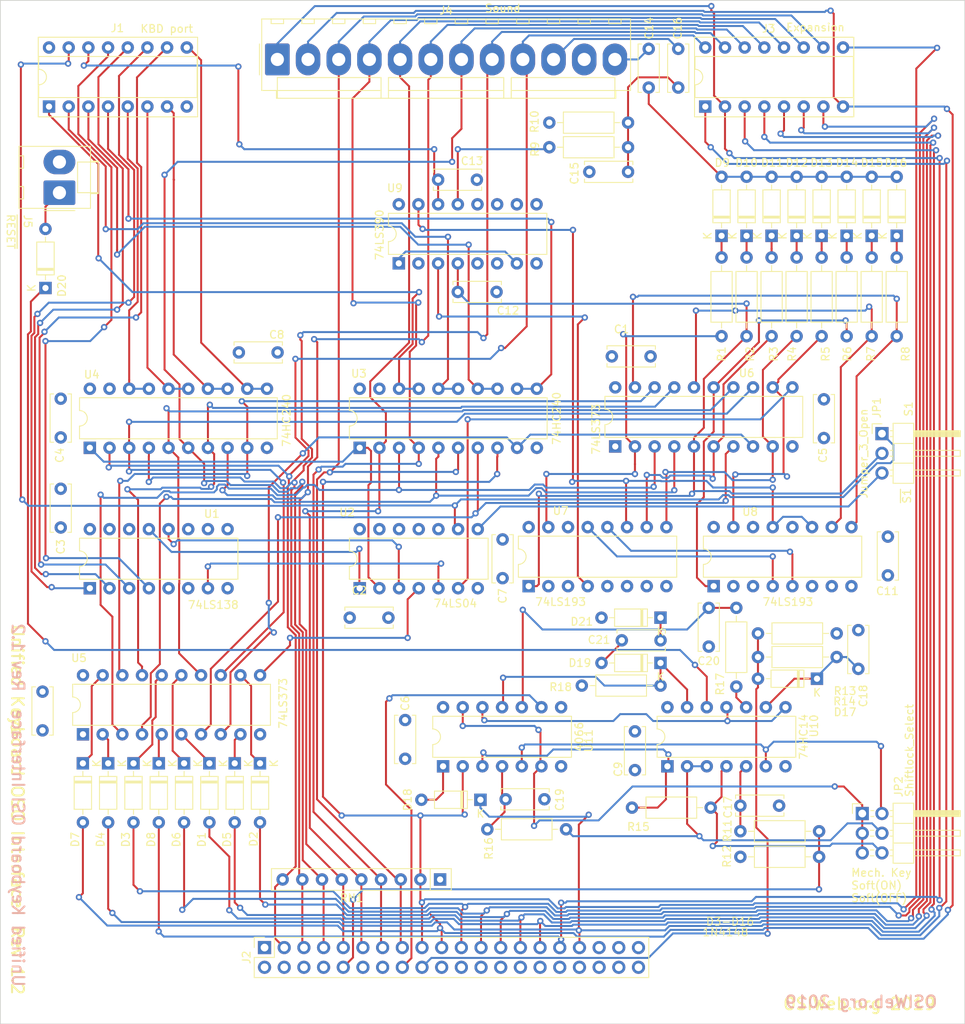
<source format=kicad_pcb>
(kicad_pcb (version 20171130) (host pcbnew "(5.1.6-0-10_14)")
  (title_block (title "Unified Retro Keyboard") (date 2020-06-23) (rev 1.2))
  (layers (0 F.Cu signal) (31 B.Cu signal) (34 B.Paste user) (35 F.Paste user) (36 B.SilkS user) (37 F.SilkS user) (38 B.Mask user) (39 F.Mask user) (44 Edge.Cuts user))
  (net 0 "")
  (net 1 +5V)
  (net 2 /Row3)
  (net 3 /Row0)
  (net 4 /Row1)
  (net 5 /Row4)
  (net 6 /Row5)
  (net 7 /Row7)
  (net 8 /Col0)
  (net 9 /Col1)
  (net 10 /Col2)
  (net 11 /Col3)
  (net 12 /Col4)
  (net 13 /Col5)
  (net 14 /Col6)
  (net 15 /Col7)
  (net 16 /Row6)
  (net 17 /Row2)
  (net 18 GND)
  (net 19 /NI)
  (net 20 "Net-(C14-Pad2)")
  (net 21 /Sound/Noise1)
  (net 22 "Net-(C15-Pad1)")
  (net 23 /Sound/Noise2)
  (net 24 "Net-(C17-Pad2)")
  (net 25 "Net-(C18-Pad1)")
  (net 26 "Net-(C19-Pad2)")
  (net 27 "Net-(C20-Pad1)")
  (net 28 "Net-(D1-Pad1)")
  (net 29 "Net-(D2-Pad1)")
  (net 30 "Net-(D3-Pad1)")
  (net 31 "Net-(D4-Pad1)")
  (net 32 "Net-(D5-Pad1)")
  (net 33 "Net-(D6-Pad1)")
  (net 34 "Net-(D7-Pad1)")
  (net 35 "Net-(D8-Pad1)")
  (net 36 "Net-(D9-Pad1)")
  (net 37 "Net-(D10-Pad1)")
  (net 38 "Net-(D11-Pad1)")
  (net 39 "Net-(D12-Pad1)")
  (net 40 "Net-(D13-Pad1)")
  (net 41 "Net-(D14-Pad1)")
  (net 42 "Net-(D15-Pad1)")
  (net 43 "Net-(D16-Pad1)")
  (net 44 /special_keys/Break_1)
  (net 45 "Net-(D18-Pad2)")
  (net 46 /D6)
  (net 47 /D5)
  (net 48 /~KBE)
  (net 49 /D4)
  (net 50 /~A1)
  (net 51 /D3)
  (net 52 /~A0)
  (net 53 /D2)
  (net 54 /R-~W)
  (net 55 /D1)
  (net 56 /D7)
  (net 57 /D0)
  (net 58 "Net-(J2-Pad40)")
  (net 59 "Net-(J2-Pad39)")
  (net 60 "Net-(J2-Pad38)")
  (net 61 "Net-(J2-Pad37)")
  (net 62 "Net-(J2-Pad36)")
  (net 63 "Net-(J2-Pad35)")
  (net 64 "Net-(J2-Pad34)")
  (net 65 "Net-(J2-Pad32)")
  (net 66 "Net-(J2-Pad30)")
  (net 67 "Net-(J2-Pad28)")
  (net 68 "Net-(J2-Pad26)")
  (net 69 "Net-(J2-Pad24)")
  (net 70 "Net-(J2-Pad22)")
  (net 71 /special_keys/ShiftLock_LED-)
  (net 72 /special_keys/ShiftLock_1)
  (net 73 "Net-(J2-Pad8)")
  (net 74 "Net-(J2-Pad6)")
  (net 75 "Net-(J2-Pad4)")
  (net 76 "Net-(J2-Pad2)")
  (net 77 "Net-(J2-Pad1)")
  (net 78 "Net-(JP1-Pad3)")
  (net 79 /Sound/S0)
  (net 80 /Sound/S1)
  (net 81 /Sound/S2)
  (net 82 /Sound/S3)
  (net 83 /Sound/S4)
  (net 84 /Sound/S5)
  (net 85 /Sound/S6)
  (net 86 /Sound/S7)
  (net 87 "Net-(R9-Pad2)")
  (net 88 "Net-(R15-Pad1)")
  (net 89 "Net-(R17-Pad2)")
  (net 90 /Sound/SOUND_EN)
  (net 91 /Sound/KD3)
  (net 92 /Sound/KD2)
  (net 93 /Sound/KD1)
  (net 94 /Sound/KD0)
  (net 95 /Sound/KD7)
  (net 96 /Sound/KD6)
  (net 97 /Sound/KD5)
  (net 98 /Sound/KD4)
  (net 99 "Net-(U8-Pad7)")
  (net 100 "Net-(U8-Pad6)")
  (net 101 "Net-(U8-Pad12)")
  (net 102 "Net-(U8-Pad3)")
  (net 103 "Net-(U8-Pad2)")
  (net 104 "Net-(U9-Pad6)")
  (net 105 "Net-(U10-Pad11)")
  (net 106 /special_keys/~RESET)
  (net 107 "Net-(C21-Pad2)")
  (net 108 "Net-(D19-Pad1)")
  (net 109 "Net-(U1-Pad15)")
  (net 110 "Net-(U1-Pad7)")
  (net 111 "Net-(U1-Pad14)")
  (net 112 "Net-(U1-Pad13)")
  (net 113 "Net-(U1-Pad12)")
  (net 114 "Net-(U1-Pad11)")
  (net 115 "Net-(U1-Pad10)")
  (net 116 "Net-(U1-Pad9)")
  (net 117 "Net-(U2-Pad4)")
  (net 118 "Net-(U2-Pad2)")
  (net 119 "Net-(U7-Pad7)")
  (net 120 "Net-(U7-Pad6)")
  (net 121 "Net-(U7-Pad13)")
  (net 122 "Net-(U7-Pad12)")
  (net 123 "Net-(U7-Pad4)")
  (net 124 "Net-(U7-Pad11)")
  (net 125 "Net-(U7-Pad3)")
  (net 126 "Net-(U7-Pad2)")
  (net 127 "Net-(U9-Pad1)")
  (net 128 "Net-(U9-Pad5)")
  (net 129 "Net-(U9-Pad11)")
  (net 130 "Net-(U9-Pad10)")
  (net 131 "Net-(U9-Pad9)")
  (net 132 "Net-(D20-Pad1)")
  (net 133 /~S1)
  (net 134 "Net-(C21-Pad1)")
  (net 135 "Net-(JP2-Pad6)")
  (net 136 "Net-(JP2-Pad1)")
  (net 137 "Net-(JP2-Pad4)")
  (net 138 "Net-(JP2-Pad2)")
  (module unikbd:kbd_header_and_mounting_holes (layer F.Cu) (at 185.397 175.5918 90)
    (fp_text reference J2 (at 1.2954 -2.5078 90) (layer F.SilkS))
    (fp_text value "Key Matrix")
    (pad "" np_thru_hole circle (at 91.4924 50.4712 90) (size 3.175 3.175) (drill 3.175) (layers *.Cu *.Mask))
    (pad "" np_thru_hole circle (at 91.4924 -2.8688 90) (size 3.175 3.175) (drill 3.175) (layers *.Cu *.Mask))
    (pad "" np_thru_hole circle (at 1.2954 -8.8124 90) (size 3.175 3.175) (drill 3.175) (layers *.Cu *.Mask))
    (pad "" np_thru_hole circle (at 1.2954 54.5606 90) (size 3.175 3.175) (drill 3.175) (layers *.Cu *.Mask))
    (pad 40 thru_hole oval (at 0.0254 48.0822 90) (size 1.7 1.7) (drill 1) (layers *.Cu *.Mask) (net 58 "Net-(J2-Pad40)"))
    (pad 39 thru_hole oval (at 2.5654 48.0822 90) (size 1.7 1.7) (drill 1) (layers *.Cu *.Mask) (net 59 "Net-(J2-Pad39)"))
    (pad 38 thru_hole oval (at 0.0254 45.5422 90) (size 1.7 1.7) (drill 1) (layers *.Cu *.Mask) (net 60 "Net-(J2-Pad38)"))
    (pad 37 thru_hole oval (at 2.5654 45.5422 90) (size 1.7 1.7) (drill 1) (layers *.Cu *.Mask) (net 61 "Net-(J2-Pad37)"))
    (pad 36 thru_hole oval (at 0.0254 43.0022 90) (size 1.7 1.7) (drill 1) (layers *.Cu *.Mask) (net 62 "Net-(J2-Pad36)"))
    (pad 35 thru_hole oval (at 2.5654 43.0022 90) (size 1.7 1.7) (drill 1) (layers *.Cu *.Mask) (net 63 "Net-(J2-Pad35)"))
    (pad 34 thru_hole oval (at 0.0254 40.4622 90) (size 1.7 1.7) (drill 1) (layers *.Cu *.Mask) (net 64 "Net-(J2-Pad34)"))
    (pad 33 thru_hole oval (at 2.5654 40.4622 90) (size 1.7 1.7) (drill 1) (layers *.Cu *.Mask) (net 3 /Row0))
    (pad 32 thru_hole oval (at 0.0254 37.9222 90) (size 1.7 1.7) (drill 1) (layers *.Cu *.Mask) (net 65 "Net-(J2-Pad32)"))
    (pad 31 thru_hole oval (at 2.5654 37.9222 90) (size 1.7 1.7) (drill 1) (layers *.Cu *.Mask) (net 4 /Row1))
    (pad 30 thru_hole oval (at 0.0254 35.3822 90) (size 1.7 1.7) (drill 1) (layers *.Cu *.Mask) (net 66 "Net-(J2-Pad30)"))
    (pad 29 thru_hole oval (at 2.5654 35.3822 90) (size 1.7 1.7) (drill 1) (layers *.Cu *.Mask) (net 17 /Row2))
    (pad 28 thru_hole oval (at 0.0254 32.8422 90) (size 1.7 1.7) (drill 1) (layers *.Cu *.Mask) (net 67 "Net-(J2-Pad28)"))
    (pad 27 thru_hole oval (at 2.5654 32.8422 90) (size 1.7 1.7) (drill 1) (layers *.Cu *.Mask) (net 2 /Row3))
    (pad 26 thru_hole oval (at 0.0254 30.3022 90) (size 1.7 1.7) (drill 1) (layers *.Cu *.Mask) (net 68 "Net-(J2-Pad26)"))
    (pad 25 thru_hole oval (at 2.5654 30.3022 90) (size 1.7 1.7) (drill 1) (layers *.Cu *.Mask) (net 5 /Row4))
    (pad 24 thru_hole oval (at 0.0254 27.7622 90) (size 1.7 1.7) (drill 1) (layers *.Cu *.Mask) (net 69 "Net-(J2-Pad24)"))
    (pad 23 thru_hole oval (at 2.5654 27.7622 90) (size 1.7 1.7) (drill 1) (layers *.Cu *.Mask) (net 6 /Row5))
    (pad 22 thru_hole oval (at 0.0254 25.2222 90) (size 1.7 1.7) (drill 1) (layers *.Cu *.Mask) (net 70 "Net-(J2-Pad22)"))
    (pad 21 thru_hole oval (at 2.5654 25.2222 90) (size 1.7 1.7) (drill 1) (layers *.Cu *.Mask) (net 16 /Row6))
    (pad 20 thru_hole oval (at 0.0254 22.6822 90) (size 1.7 1.7) (drill 1) (layers *.Cu *.Mask) (net 18 GND))
    (pad 19 thru_hole oval (at 2.5654 22.6822 90) (size 1.7 1.7) (drill 1) (layers *.Cu *.Mask) (net 7 /Row7))
    (pad 18 thru_hole oval (at 0.0254 20.1422 90) (size 1.7 1.7) (drill 1) (layers *.Cu *.Mask) (net 44 /special_keys/Break_1))
    (pad 17 thru_hole oval (at 2.5654 20.1422 90) (size 1.7 1.7) (drill 1) (layers *.Cu *.Mask) (net 8 /Col0))
    (pad 16 thru_hole oval (at 0.0254 17.6022 90) (size 1.7 1.7) (drill 1) (layers *.Cu *.Mask) (net 71 /special_keys/ShiftLock_LED-))
    (pad 15 thru_hole oval (at 2.5654 17.6022 90) (size 1.7 1.7) (drill 1) (layers *.Cu *.Mask) (net 9 /Col1))
    (pad 14 thru_hole oval (at 0.0254 15.0622 90) (size 1.7 1.7) (drill 1) (layers *.Cu *.Mask) (net 1 +5V))
    (pad 13 thru_hole oval (at 2.5654 15.0622 90) (size 1.7 1.7) (drill 1) (layers *.Cu *.Mask) (net 10 /Col2))
    (pad 12 thru_hole oval (at 0.0254 12.5222 90) (size 1.7 1.7) (drill 1) (layers *.Cu *.Mask) (net 18 GND))
    (pad 11 thru_hole oval (at 2.5654 12.5222 90) (size 1.7 1.7) (drill 1) (layers *.Cu *.Mask) (net 11 /Col3))
    (pad 10 thru_hole oval (at 0.0254 9.9822 90) (size 1.7 1.7) (drill 1) (layers *.Cu *.Mask) (net 72 /special_keys/ShiftLock_1))
    (pad 9 thru_hole oval (at 2.5654 9.9822 90) (size 1.7 1.7) (drill 1) (layers *.Cu *.Mask) (net 12 /Col4))
    (pad 8 thru_hole oval (at 0.0254 7.4422 90) (size 1.7 1.7) (drill 1) (layers *.Cu *.Mask) (net 73 "Net-(J2-Pad8)"))
    (pad 7 thru_hole oval (at 2.5654 7.4422 90) (size 1.7 1.7) (drill 1) (layers *.Cu *.Mask) (net 13 /Col5))
    (pad 6 thru_hole oval (at 0.0254 4.9022 90) (size 1.7 1.7) (drill 1) (layers *.Cu *.Mask) (net 74 "Net-(J2-Pad6)"))
    (pad 5 thru_hole oval (at 2.5654 4.9022 90) (size 1.7 1.7) (drill 1) (layers *.Cu *.Mask) (net 14 /Col6))
    (pad 4 thru_hole oval (at 0.0254 2.3622 90) (size 1.7 1.7) (drill 1) (layers *.Cu *.Mask) (net 75 "Net-(J2-Pad4)"))
    (pad 3 thru_hole oval (at 2.5654 2.3622 90) (size 1.7 1.7) (drill 1) (layers *.Cu *.Mask) (net 15 /Col7))
    (pad 2 thru_hole oval (at 0.0254 -0.1778 90) (size 1.7 1.7) (drill 1) (layers *.Cu *.Mask) (net 76 "Net-(J2-Pad2)"))
    (pad 1 thru_hole rect (at 2.5654 -0.1778 90) (size 1.7 1.7) (drill 1) (layers *.Cu *.Mask) (net 77 "Net-(J2-Pad1)"))
  )
  (module Diode_THT:D_DO-35_SOD27_P7.62mm_Horizontal (layer F.Cu) (at 161.775 149.252 270)
    (fp_text reference D7 (at 9.8425 0.9915 90) (layer F.SilkS))
    (fp_text value 1N4148)
    (fp_text user K (at 0 -1.8 90) (layer F.SilkS))
    (pad 2 thru_hole oval (at 7.62 0 270) (size 1.6 1.6) (drill 0.8) (layers *.Cu *.Mask) (net 7 /Row7))
    (pad 1 thru_hole rect (at 0 0 270) (size 1.6 1.6) (drill 0.8) (layers *.Cu *.Mask) (net 34 "Net-(D7-Pad1)"))
  )
  (module Diode_THT:D_DO-35_SOD27_P7.62mm_Horizontal (layer F.Cu) (at 165.040714 149.252 270)
    (fp_text reference D4 (at 9.8425 0.9915 90) (layer F.SilkS))
    (fp_text value 1N4148)
    (fp_text user K (at 0 -1.8 90) (layer F.SilkS))
    (pad 2 thru_hole oval (at 7.62 0 270) (size 1.6 1.6) (drill 0.8) (layers *.Cu *.Mask) (net 3 /Row0))
    (pad 1 thru_hole rect (at 0 0 270) (size 1.6 1.6) (drill 0.8) (layers *.Cu *.Mask) (net 31 "Net-(D4-Pad1)"))
  )
  (module Diode_THT:D_DO-35_SOD27_P7.62mm_Horizontal (layer F.Cu) (at 168.306428 149.252 270)
    (fp_text reference D3 (at 9.8425 0.9915 90) (layer F.SilkS))
    (fp_text value 1N4148)
    (fp_text user K (at 0 -1.8 90) (layer F.SilkS))
    (pad 2 thru_hole oval (at 7.62 0 270) (size 1.6 1.6) (drill 0.8) (layers *.Cu *.Mask) (net 16 /Row6))
    (pad 1 thru_hole rect (at 0 0 270) (size 1.6 1.6) (drill 0.8) (layers *.Cu *.Mask) (net 30 "Net-(D3-Pad1)"))
  )
  (module Diode_THT:D_DO-35_SOD27_P7.62mm_Horizontal (layer F.Cu) (at 171.572142 149.252 270)
    (fp_text reference D8 (at 9.8425 0.9915 90) (layer F.SilkS))
    (fp_text value 1N4148)
    (fp_text user K (at 0 -1.8 90) (layer F.SilkS))
    (pad 2 thru_hole oval (at 7.62 0 270) (size 1.6 1.6) (drill 0.8) (layers *.Cu *.Mask) (net 4 /Row1))
    (pad 1 thru_hole rect (at 0 0 270) (size 1.6 1.6) (drill 0.8) (layers *.Cu *.Mask) (net 35 "Net-(D8-Pad1)"))
  )
  (module Diode_THT:D_DO-35_SOD27_P7.62mm_Horizontal (layer F.Cu) (at 236.324 130.456 180)
    (fp_text reference D21 (at 10.16 -0.508) (layer F.SilkS))
    (fp_text value 1N4148)
    (fp_text user K (at 0 -1.8) (layer F.SilkS))
    (pad 2 thru_hole oval (at 7.62 0 180) (size 1.6 1.6) (drill 0.8) (layers *.Cu *.Mask) (net 1 +5V))
    (pad 1 thru_hole rect (at 0 0 180) (size 1.6 1.6) (drill 0.8) (layers *.Cu *.Mask) (net 134 "Net-(C21-Pad1)"))
  )
  (module Diode_THT:D_DO-35_SOD27_P7.62mm_Horizontal (layer F.Cu) (at 156.949 87.911 90)
    (fp_text reference D20 (at 0.29972 2.11836 90) (layer F.SilkS))
    (fp_text value 1N4148)
    (fp_text user K (at 0 -1.8 90) (layer F.SilkS))
    (pad 2 thru_hole oval (at 7.62 0 90) (size 1.6 1.6) (drill 0.8) (layers *.Cu *.Mask) (net 106 /special_keys/~RESET))
    (pad 1 thru_hole rect (at 0 0 90) (size 1.6 1.6) (drill 0.8) (layers *.Cu *.Mask) (net 132 "Net-(D20-Pad1)"))
  )
  (module Diode_THT:D_DO-35_SOD27_P7.62mm_Horizontal (layer F.Cu) (at 236.324 136.298 180)
    (fp_text reference D19 (at 10.414 0) (layer F.SilkS))
    (fp_text value 1N4148)
    (fp_text user K (at 0 -1.8) (layer F.SilkS))
    (pad 2 thru_hole oval (at 7.62 0 180) (size 1.6 1.6) (drill 0.8) (layers *.Cu *.Mask) (net 107 "Net-(C21-Pad2)"))
    (pad 1 thru_hole rect (at 0 0 180) (size 1.6 1.6) (drill 0.8) (layers *.Cu *.Mask) (net 108 "Net-(D19-Pad1)"))
  )
  (module Diode_THT:D_DO-35_SOD27_P7.62mm_Horizontal (layer F.Cu) (at 213.083 153.951 180)
    (fp_text reference D18 (at 9.398 0 90) (layer F.SilkS))
    (fp_text value 1N4148)
    (fp_text user K (at 0 -1.8) (layer F.SilkS))
    (pad 2 thru_hole oval (at 7.62 0 180) (size 1.6 1.6) (drill 0.8) (layers *.Cu *.Mask) (net 45 "Net-(D18-Pad2)"))
    (pad 1 thru_hole rect (at 0 0 180) (size 1.6 1.6) (drill 0.8) (layers *.Cu *.Mask) (net 3 /Row0))
  )
  (module Diode_THT:D_DO-35_SOD27_P7.62mm_Horizontal (layer F.Cu) (at 256.517 138.33 180)
    (fp_text reference D17 (at -3.6195 -4.318) (layer F.SilkS))
    (fp_text value 1N4148)
    (fp_text user K (at 0 -1.8) (layer F.SilkS))
    (pad 2 thru_hole oval (at 7.62 0 180) (size 1.6 1.6) (drill 0.8) (layers *.Cu *.Mask) (net 44 /special_keys/Break_1))
    (pad 1 thru_hole rect (at 0 0 180) (size 1.6 1.6) (drill 0.8) (layers *.Cu *.Mask) (net 25 "Net-(C18-Pad1)"))
  )
  (module Diode_THT:D_DO-35_SOD27_P7.62mm_Horizontal (layer F.Cu) (at 266.804 81.18 90)
    (fp_text reference D16 (at 9.4234 -0.1016 180) (layer F.SilkS))
    (fp_text value 1N4148)
    (fp_text user K (at 0 -1.8 90) (layer F.SilkS))
    (pad 2 thru_hole oval (at 7.62 0 90) (size 1.6 1.6) (drill 0.8) (layers *.Cu *.Mask) (net 20 "Net-(C14-Pad2)"))
    (pad 1 thru_hole rect (at 0 0 90) (size 1.6 1.6) (drill 0.8) (layers *.Cu *.Mask) (net 43 "Net-(D16-Pad1)"))
  )
  (module Diode_THT:D_DO-35_SOD27_P7.62mm_Horizontal (layer F.Cu) (at 263.574568 81.18 90)
    (fp_text reference D15 (at 9.4234 0.041732 180) (layer F.SilkS))
    (fp_text value 1N4148)
    (fp_text user K (at 0 -1.8 90) (layer F.SilkS))
    (pad 2 thru_hole oval (at 7.62 0 90) (size 1.6 1.6) (drill 0.8) (layers *.Cu *.Mask) (net 20 "Net-(C14-Pad2)"))
    (pad 1 thru_hole rect (at 0 0 90) (size 1.6 1.6) (drill 0.8) (layers *.Cu *.Mask) (net 42 "Net-(D15-Pad1)"))
  )
  (module Diode_THT:D_DO-35_SOD27_P7.62mm_Horizontal (layer F.Cu) (at 260.34514 81.18 90)
    (fp_text reference D14 (at 9.4234 0.04536 180) (layer F.SilkS))
    (fp_text value 1N4148)
    (fp_text user K (at 0 -1.8 90) (layer F.SilkS))
    (pad 2 thru_hole oval (at 7.62 0 90) (size 1.6 1.6) (drill 0.8) (layers *.Cu *.Mask) (net 20 "Net-(C14-Pad2)"))
    (pad 1 thru_hole rect (at 0 0 90) (size 1.6 1.6) (drill 0.8) (layers *.Cu *.Mask) (net 41 "Net-(D14-Pad1)"))
  )
  (module Diode_THT:D_DO-35_SOD27_P7.62mm_Horizontal (layer F.Cu) (at 257.115712 81.18 90)
    (fp_text reference D13 (at 9.4234 -0.001812 180) (layer F.SilkS))
    (fp_text value 1N4148)
    (fp_text user K (at 0 -1.8 90) (layer F.SilkS))
    (pad 2 thru_hole oval (at 7.62 0 90) (size 1.6 1.6) (drill 0.8) (layers *.Cu *.Mask) (net 20 "Net-(C14-Pad2)"))
    (pad 1 thru_hole rect (at 0 0 90) (size 1.6 1.6) (drill 0.8) (layers *.Cu *.Mask) (net 40 "Net-(D13-Pad1)"))
  )
  (module Diode_THT:D_DO-35_SOD27_P7.62mm_Horizontal (layer F.Cu) (at 253.886284 81.18 90)
    (fp_text reference D12 (at 9.4234 0.039916 180) (layer F.SilkS))
    (fp_text value 1N4148)
    (fp_text user K (at 0 -1.8 90) (layer F.SilkS))
    (pad 2 thru_hole oval (at 7.62 0 90) (size 1.6 1.6) (drill 0.8) (layers *.Cu *.Mask) (net 20 "Net-(C14-Pad2)"))
    (pad 1 thru_hole rect (at 0 0 90) (size 1.6 1.6) (drill 0.8) (layers *.Cu *.Mask) (net 39 "Net-(D12-Pad1)"))
  )
  (module Diode_THT:D_DO-35_SOD27_P7.62mm_Horizontal (layer F.Cu) (at 250.656856 81.18 90)
    (fp_text reference D11 (at 9.4234 0.081644 180) (layer F.SilkS))
    (fp_text value 1N4148)
    (fp_text user K (at 0 -1.8 90) (layer F.SilkS))
    (pad 2 thru_hole oval (at 7.62 0 90) (size 1.6 1.6) (drill 0.8) (layers *.Cu *.Mask) (net 20 "Net-(C14-Pad2)"))
    (pad 1 thru_hole rect (at 0 0 90) (size 1.6 1.6) (drill 0.8) (layers *.Cu *.Mask) (net 38 "Net-(D11-Pad1)"))
  )
  (module Diode_THT:D_DO-35_SOD27_P7.62mm_Horizontal (layer F.Cu) (at 247.427428 81.18 90)
    (fp_text reference D10 (at 9.4234 -0.003628 180) (layer F.SilkS))
    (fp_text value 1N4148)
    (fp_text user K (at 0 -1.8 90) (layer F.SilkS))
    (pad 2 thru_hole oval (at 7.62 0 90) (size 1.6 1.6) (drill 0.8) (layers *.Cu *.Mask) (net 20 "Net-(C14-Pad2)"))
    (pad 1 thru_hole rect (at 0 0 90) (size 1.6 1.6) (drill 0.8) (layers *.Cu *.Mask) (net 37 "Net-(D10-Pad1)"))
  )
  (module Diode_THT:D_DO-35_SOD27_P7.62mm_Horizontal (layer F.Cu) (at 244.198 81.18 90)
    (fp_text reference D9 (at 9.4234 0.0889 180) (layer F.SilkS))
    (fp_text value 1N4148)
    (fp_text user K (at 0 -1.8 90) (layer F.SilkS))
    (pad 2 thru_hole oval (at 7.62 0 90) (size 1.6 1.6) (drill 0.8) (layers *.Cu *.Mask) (net 20 "Net-(C14-Pad2)"))
    (pad 1 thru_hole rect (at 0 0 90) (size 1.6 1.6) (drill 0.8) (layers *.Cu *.Mask) (net 36 "Net-(D9-Pad1)"))
  )
  (module Connector_PinHeader_2.54mm:PinHeader_2x03_P2.54mm_Horizontal (layer F.Cu) (at 262.359 155.729)
    (fp_text reference JP2 (at 4.6863 -3.4671 90) (layer F.SilkS))
    (fp_text value Shiftlock_Select (at 6.0833 -8.1407 90) (layer F.SilkS))
    (pad 6 thru_hole oval (at 2.54 5.08) (size 1.7 1.7) (drill 1) (layers *.Cu *.Mask) (net 135 "Net-(JP2-Pad6)"))
    (pad 5 thru_hole oval (at 0 5.08) (size 1.7 1.7) (drill 1) (layers *.Cu *.Mask) (net 136 "Net-(JP2-Pad1)"))
    (pad 4 thru_hole oval (at 2.54 2.54) (size 1.7 1.7) (drill 1) (layers *.Cu *.Mask) (net 137 "Net-(JP2-Pad4)"))
    (pad 3 thru_hole oval (at 0 2.54) (size 1.7 1.7) (drill 1) (layers *.Cu *.Mask) (net 136 "Net-(JP2-Pad1)"))
    (pad 2 thru_hole oval (at 2.54 0) (size 1.7 1.7) (drill 1) (layers *.Cu *.Mask) (net 138 "Net-(JP2-Pad2)"))
    (pad 1 thru_hole rect (at 0 0) (size 1.7 1.7) (drill 1) (layers *.Cu *.Mask) (net 136 "Net-(JP2-Pad1)"))
  )
  (module Connector_Molex:Molex_KK-396_A-41791-0012_1x12_P3.96mm_Vertical (layer F.Cu) (at 186.87435 58.42)
    (fp_text reference J4 (at 21.78 -6.31) (layer F.SilkS))
    (fp_text value Sound (at 29.09155 -6.5897) (layer F.SilkS))
    (pad 12 thru_hole oval (at 43.56 0) (size 3.16 4.1) (drill 1.7) (layers *.Cu *.Mask) (net 21 /Sound/Noise1))
    (pad 11 thru_hole oval (at 39.6 0) (size 3.16 4.1) (drill 1.7) (layers *.Cu *.Mask) (net 18 GND))
    (pad 10 thru_hole oval (at 35.64 0) (size 3.16 4.1) (drill 1.7) (layers *.Cu *.Mask) (net 23 /Sound/Noise2))
    (pad 9 thru_hole oval (at 31.68 0) (size 3.16 4.1) (drill 1.7) (layers *.Cu *.Mask) (net 15 /Col7))
    (pad 8 thru_hole oval (at 27.72 0) (size 3.16 4.1) (drill 1.7) (layers *.Cu *.Mask) (net 14 /Col6))
    (pad 7 thru_hole oval (at 23.76 0) (size 3.16 4.1) (drill 1.7) (layers *.Cu *.Mask) (net 13 /Col5))
    (pad 6 thru_hole oval (at 19.8 0) (size 3.16 4.1) (drill 1.7) (layers *.Cu *.Mask) (net 12 /Col4))
    (pad 5 thru_hole oval (at 15.84 0) (size 3.16 4.1) (drill 1.7) (layers *.Cu *.Mask) (net 11 /Col3))
    (pad 4 thru_hole oval (at 11.88 0) (size 3.16 4.1) (drill 1.7) (layers *.Cu *.Mask) (net 10 /Col2))
    (pad 3 thru_hole oval (at 7.92 0) (size 3.16 4.1) (drill 1.7) (layers *.Cu *.Mask) (net 9 /Col1))
    (pad 2 thru_hole oval (at 3.96 0) (size 3.16 4.1) (drill 1.7) (layers *.Cu *.Mask) (net 7 /Row7))
    (pad 1 thru_hole roundrect (at 0 0) (size 3.16 4.1) (drill 1.7) (layers *.Cu *.Mask) (roundrect_rratio 0.079114) (net 4 /Row1))
  )
  (module Package_DIP:DIP-14_W7.62mm (layer F.Cu) (at 237.213 149.633 90)
    (fp_text reference U10 (at 5.207 18.923 90) (layer F.SilkS))
    (fp_text value 74HC14 (at 3.81 17.57 90) (layer F.SilkS))
    (pad 14 thru_hole oval (at 7.62 0 90) (size 1.6 1.6) (drill 0.8) (layers *.Cu *.Mask) (net 1 +5V))
    (pad 7 thru_hole oval (at 0 15.24 90) (size 1.6 1.6) (drill 0.8) (layers *.Cu *.Mask) (net 18 GND))
    (pad 13 thru_hole oval (at 7.62 2.54 90) (size 1.6 1.6) (drill 0.8) (layers *.Cu *.Mask) (net 108 "Net-(D19-Pad1)"))
    (pad 6 thru_hole oval (at 0 12.7 90) (size 1.6 1.6) (drill 0.8) (layers *.Cu *.Mask) (net 138 "Net-(JP2-Pad2)"))
    (pad 12 thru_hole oval (at 7.62 5.08 90) (size 1.6 1.6) (drill 0.8) (layers *.Cu *.Mask) (net 132 "Net-(D20-Pad1)"))
    (pad 5 thru_hole oval (at 0 10.16 90) (size 1.6 1.6) (drill 0.8) (layers *.Cu *.Mask) (net 24 "Net-(C17-Pad2)"))
    (pad 11 thru_hole oval (at 7.62 7.62 90) (size 1.6 1.6) (drill 0.8) (layers *.Cu *.Mask) (net 105 "Net-(U10-Pad11)"))
    (pad 4 thru_hole oval (at 0 7.62 90) (size 1.6 1.6) (drill 0.8) (layers *.Cu *.Mask) (net 135 "Net-(JP2-Pad6)"))
    (pad 10 thru_hole oval (at 7.62 10.16 90) (size 1.6 1.6) (drill 0.8) (layers *.Cu *.Mask) (net 89 "Net-(R17-Pad2)"))
    (pad 3 thru_hole oval (at 0 5.08 90) (size 1.6 1.6) (drill 0.8) (layers *.Cu *.Mask) (net 137 "Net-(JP2-Pad4)"))
    (pad 9 thru_hole oval (at 7.62 12.7 90) (size 1.6 1.6) (drill 0.8) (layers *.Cu *.Mask) (net 25 "Net-(C18-Pad1)"))
    (pad 2 thru_hole oval (at 0 2.54 90) (size 1.6 1.6) (drill 0.8) (layers *.Cu *.Mask) (net 137 "Net-(JP2-Pad4)"))
    (pad 8 thru_hole oval (at 7.62 15.24 90) (size 1.6 1.6) (drill 0.8) (layers *.Cu *.Mask) (net 105 "Net-(U10-Pad11)"))
    (pad 1 thru_hole rect (at 0 0 90) (size 1.6 1.6) (drill 0.8) (layers *.Cu *.Mask) (net 88 "Net-(R15-Pad1)"))
  )
  (module Connector_PinHeader_2.54mm:PinHeader_1x03_P2.54mm_Horizontal (layer F.Cu) (at 264.899 106.707)
    (fp_text reference JP1 (at -0.67056 -3.33756 90) (layer F.SilkS))
    (fp_text value Jumper_3_Open (at -2.37236 2.57048 90) (layer F.SilkS))
    (pad 3 thru_hole oval (at 0 5.08) (size 1.7 1.7) (drill 1) (layers *.Cu *.Mask) (net 78 "Net-(JP1-Pad3)"))
    (pad 2 thru_hole oval (at 0 2.54) (size 1.7 1.7) (drill 1) (layers *.Cu *.Mask) (net 80 /Sound/S1))
    (pad 1 thru_hole rect (at 0 0) (size 1.7 1.7) (drill 1) (layers *.Cu *.Mask) (net 133 /~S1))
  )
  (module Connector_Molex:Molex_KK-396_A-41791-0002_1x02_P3.96mm_Vertical (layer F.Cu) (at 158.75 75.6174 90)
    (fp_text reference J5 (at -3.70332 -4.087 270 unlocked) (layer F.SilkS))
    (fp_text value ~RESET~ (at -5.0292 -6.2841 270 unlocked) (layer F.SilkS))
    (pad 2 thru_hole oval (at 3.96 0 90) (size 3.16 4.1) (drill 1.7) (layers *.Cu *.Mask) (net 18 GND))
    (pad 1 thru_hole roundrect (at 0 0 90) (size 3.16 4.1) (drill 1.7) (layers *.Cu *.Mask) (roundrect_rratio 0.079114) (net 106 /special_keys/~RESET))
  )
  (module Capacitor_THT:C_Disc_D6.0mm_W2.5mm_P5.00mm (layer F.Cu) (at 236.324 133.377 180)
    (fp_text reference C21 (at 7.9375 0.0635) (layer F.SilkS))
    (fp_text value 10uF)
    (pad 2 thru_hole circle (at 5 0 180) (size 1.6 1.6) (drill 0.8) (layers *.Cu *.Mask) (net 107 "Net-(C21-Pad2)"))
    (pad 1 thru_hole circle (at 0 0 180) (size 1.6 1.6) (drill 0.8) (layers *.Cu *.Mask) (net 134 "Net-(C21-Pad1)"))
  )
  (module Capacitor_THT:C_Disc_D6.0mm_W2.5mm_P5.00mm (layer F.Cu) (at 242.547 129.186 270)
    (fp_text reference C20 (at 6.858 0 180) (layer F.SilkS))
    (fp_text value "0.1 uF")
    (pad 2 thru_hole circle (at 5 0 270) (size 1.6 1.6) (drill 0.8) (layers *.Cu *.Mask) (net 18 GND))
    (pad 1 thru_hole circle (at 0 0 270) (size 1.6 1.6) (drill 0.8) (layers *.Cu *.Mask) (net 27 "Net-(C20-Pad1)"))
  )
  (module Capacitor_THT:C_Disc_D6.0mm_W2.5mm_P5.00mm (layer F.Cu) (at 221.338 153.8875 180)
    (fp_text reference C19 (at -1.9685 -0.0635 90) (layer F.SilkS))
    (fp_text value 0.1uF)
    (pad 2 thru_hole circle (at 5 0 180) (size 1.6 1.6) (drill 0.8) (layers *.Cu *.Mask) (net 26 "Net-(C19-Pad2)"))
    (pad 1 thru_hole circle (at 0 0 180) (size 1.6 1.6) (drill 0.8) (layers *.Cu *.Mask) (net 18 GND))
  )
  (module Capacitor_THT:C_Disc_D6.0mm_W2.5mm_P5.00mm (layer F.Cu) (at 261.851 137.06 90)
    (fp_text reference C18 (at -3.4925 0.635 270) (layer F.SilkS))
    (fp_text value "6.8 uF")
    (pad 2 thru_hole circle (at 5 0 90) (size 1.6 1.6) (drill 0.8) (layers *.Cu *.Mask) (net 18 GND))
    (pad 1 thru_hole circle (at 0 0 90) (size 1.6 1.6) (drill 0.8) (layers *.Cu *.Mask) (net 25 "Net-(C18-Pad1)"))
  )
  (module Capacitor_THT:C_Disc_D6.0mm_W2.5mm_P5.00mm (layer F.Cu) (at 251.6275 154.713 180)
    (fp_text reference C17 (at 6.604 -0.1905 90) (layer F.SilkS))
    (fp_text value 0.33uF)
    (pad 2 thru_hole circle (at 5 0 180) (size 1.6 1.6) (drill 0.8) (layers *.Cu *.Mask) (net 24 "Net-(C17-Pad2)"))
    (pad 1 thru_hole circle (at 0 0 180) (size 1.6 1.6) (drill 0.8) (layers *.Cu *.Mask) (net 18 GND))
  )
  (module Capacitor_THT:C_Disc_D6.0mm_W2.5mm_P5.00mm (layer F.Cu) (at 238.61 57.05 270)
    (fp_text reference C16 (at -2.667 0.0635 90) (layer F.SilkS))
    (fp_text value C)
    (pad 2 thru_hole circle (at 5 0 270) (size 1.6 1.6) (drill 0.8) (layers *.Cu *.Mask) (net 22 "Net-(C15-Pad1)"))
    (pad 1 thru_hole circle (at 0 0 270) (size 1.6 1.6) (drill 0.8) (layers *.Cu *.Mask) (net 23 /Sound/Noise2))
  )
  (module Capacitor_THT:C_Disc_D6.0mm_W2.5mm_P5.00mm (layer F.Cu) (at 232.133 72.925 180)
    (fp_text reference C15 (at 6.9215 -0.1905 270) (layer F.SilkS))
    (fp_text value C)
    (pad 2 thru_hole circle (at 5 0 180) (size 1.6 1.6) (drill 0.8) (layers *.Cu *.Mask) (net 18 GND))
    (pad 1 thru_hole circle (at 0 0 180) (size 1.6 1.6) (drill 0.8) (layers *.Cu *.Mask) (net 22 "Net-(C15-Pad1)"))
  )
  (module Capacitor_THT:C_Disc_D6.0mm_W2.5mm_P5.00mm (layer F.Cu) (at 234.8 57.05 270)
    (fp_text reference C14 (at -2.667 -0.0635 90) (layer F.SilkS))
    (fp_text value 33uF)
    (pad 2 thru_hole circle (at 5 0 270) (size 1.6 1.6) (drill 0.8) (layers *.Cu *.Mask) (net 20 "Net-(C14-Pad2)"))
    (pad 1 thru_hole circle (at 0 0 270) (size 1.6 1.6) (drill 0.8) (layers *.Cu *.Mask) (net 21 /Sound/Noise1))
  )
  (module Capacitor_THT:C_Disc_D6.0mm_W2.5mm_P5.00mm (layer F.Cu) (at 207.622 73.941)
    (fp_text reference C13 (at 4.3815 -2.413) (layer F.SilkS))
    (fp_text value "220 pF")
    (pad 2 thru_hole circle (at 5 0) (size 1.6 1.6) (drill 0.8) (layers *.Cu *.Mask) (net 18 GND))
    (pad 1 thru_hole circle (at 0 0) (size 1.6 1.6) (drill 0.8) (layers *.Cu *.Mask) (net 19 /NI))
  )
  (module Capacitor_THT:C_Disc_D6.0mm_W2.5mm_P5.00mm (layer F.Cu) (at 210.162 88.419)
    (fp_text reference C12 (at 6.477 2.413) (layer F.SilkS))
    (fp_text value "220 pF")
    (pad 2 thru_hole circle (at 5 0) (size 1.6 1.6) (drill 0.8) (layers *.Cu *.Mask) (net 18 GND))
    (pad 1 thru_hole circle (at 0 0) (size 1.6 1.6) (drill 0.8) (layers *.Cu *.Mask) (net 80 /Sound/S1))
  )
  (module Capacitor_THT:C_Disc_D6.0mm_W2.5mm_P5.00mm (layer F.Cu) (at 265.661 124.995 90)
    (fp_text reference C11 (at -2.032 -0.0635 180) (layer F.SilkS))
    (fp_text value "0.1 uF")
    (pad 2 thru_hole circle (at 5 0 90) (size 1.6 1.6) (drill 0.8) (layers *.Cu *.Mask) (net 18 GND))
    (pad 1 thru_hole circle (at 0 0 90) (size 1.6 1.6) (drill 0.8) (layers *.Cu *.Mask) (net 1 +5V))
  )
  (module Capacitor_THT:C_Disc_D6.0mm_W2.5mm_P5.00mm (layer F.Cu) (at 156.568 144.9975 90)
    (fp_text reference C10 (at 1.25 -3.5 90) (layer F.SilkS))
    (fp_text value "0.1 uF")
    (pad 2 thru_hole circle (at 5 0 90) (size 1.6 1.6) (drill 0.8) (layers *.Cu *.Mask) (net 18 GND))
    (pad 1 thru_hole circle (at 0 0 90) (size 1.6 1.6) (drill 0.8) (layers *.Cu *.Mask) (net 1 +5V))
  )
  (module Capacitor_THT:C_Disc_D6.0mm_W2.5mm_P5.00mm (layer F.Cu) (at 233.022 145.1245 270)
    (fp_text reference C9 (at 4.8895 2.159 90) (layer F.SilkS))
    (fp_text value 0.1uF)
    (pad 2 thru_hole circle (at 5 0 270) (size 1.6 1.6) (drill 0.8) (layers *.Cu *.Mask) (net 18 GND))
    (pad 1 thru_hole circle (at 0 0 270) (size 1.6 1.6) (drill 0.8) (layers *.Cu *.Mask) (net 1 +5V))
  )
  (module Capacitor_THT:C_Disc_D6.0mm_W2.5mm_P5.00mm (layer F.Cu) (at 181.9045 96.2295)
    (fp_text reference C8 (at 4.8895 -2.286) (layer F.SilkS))
    (fp_text value 0.1uF)
    (pad 2 thru_hole circle (at 5 0) (size 1.6 1.6) (drill 0.8) (layers *.Cu *.Mask) (net 18 GND))
    (pad 1 thru_hole circle (at 0 0) (size 1.6 1.6) (drill 0.8) (layers *.Cu *.Mask) (net 1 +5V))
  )
  (module Capacitor_THT:C_Disc_D6.0mm_W2.5mm_P5.00mm (layer F.Cu) (at 215.9405 120.3595 270)
    (fp_text reference C7 (at 7.3025 0 90) (layer F.SilkS))
    (fp_text value 0.1uF)
    (pad 2 thru_hole circle (at 5 0 270) (size 1.6 1.6) (drill 0.8) (layers *.Cu *.Mask) (net 18 GND))
    (pad 1 thru_hole circle (at 0 0 270) (size 1.6 1.6) (drill 0.8) (layers *.Cu *.Mask) (net 1 +5V))
  )
  (module Capacitor_THT:C_Disc_D6.0mm_W2.5mm_P5.00mm (layer F.Cu) (at 203.3675 143.664 270)
    (fp_text reference C6 (at -2.159 0 90) (layer F.SilkS))
    (fp_text value 0.1uF)
    (pad 2 thru_hole circle (at 5 0 270) (size 1.6 1.6) (drill 0.8) (layers *.Cu *.Mask) (net 18 GND))
    (pad 1 thru_hole circle (at 0 0 270) (size 1.6 1.6) (drill 0.8) (layers *.Cu *.Mask) (net 1 +5V))
  )
  (module Capacitor_THT:C_Disc_D6.0mm_W2.5mm_P5.00mm (layer F.Cu) (at 257.406 107.2785 90)
    (fp_text reference C5 (at -2.2225 -0.127 90) (layer F.SilkS))
    (fp_text value 0.1uF)
    (pad 2 thru_hole circle (at 5 0 90) (size 1.6 1.6) (drill 0.8) (layers *.Cu *.Mask) (net 18 GND))
    (pad 1 thru_hole circle (at 0 0 90) (size 1.6 1.6) (drill 0.8) (layers *.Cu *.Mask) (net 1 +5V))
  )
  (module Capacitor_THT:C_Disc_D6.0mm_W2.5mm_P5.00mm (layer F.Cu) (at 158.9175 102.1985 270)
    (fp_text reference C4 (at 7.3025 0.127 90) (layer F.SilkS))
    (fp_text value 0.1uF)
    (pad 2 thru_hole circle (at 5 0 270) (size 1.6 1.6) (drill 0.8) (layers *.Cu *.Mask) (net 18 GND))
    (pad 1 thru_hole circle (at 0 0 270) (size 1.6 1.6) (drill 0.8) (layers *.Cu *.Mask) (net 1 +5V))
  )
  (module Capacitor_THT:C_Disc_D6.0mm_W2.5mm_P5.00mm (layer F.Cu) (at 158.9175 113.819 270)
    (fp_text reference C3 (at 7.493 0 90) (layer F.SilkS))
    (fp_text value 0.1uF)
    (pad 2 thru_hole circle (at 5 0 270) (size 1.6 1.6) (drill 0.8) (layers *.Cu *.Mask) (net 18 GND))
    (pad 1 thru_hole circle (at 0 0 270) (size 1.6 1.6) (drill 0.8) (layers *.Cu *.Mask) (net 1 +5V))
  )
  (module Capacitor_THT:C_Disc_D6.0mm_W2.5mm_P5.00mm (layer F.Cu) (at 196.2085 130.456)
    (fp_text reference C2 (at 1.25 -3.5) (layer F.SilkS))
    (fp_text value 0.1uF)
    (pad 2 thru_hole circle (at 5 0) (size 1.6 1.6) (drill 0.8) (layers *.Cu *.Mask) (net 18 GND))
    (pad 1 thru_hole circle (at 0 0) (size 1.6 1.6) (drill 0.8) (layers *.Cu *.Mask) (net 1 +5V))
  )
  (module Capacitor_THT:C_Disc_D6.0mm_W2.5mm_P5.00mm (layer F.Cu) (at 230.0375 96.7375)
    (fp_text reference C1 (at 1.25 -3.5) (layer F.SilkS))
    (fp_text value 0.1uF)
    (pad 2 thru_hole circle (at 5 0) (size 1.6 1.6) (drill 0.8) (layers *.Cu *.Mask) (net 18 GND))
    (pad 1 thru_hole circle (at 0 0) (size 1.6 1.6) (drill 0.8) (layers *.Cu *.Mask) (net 1 +5V))
  )
  (module Package_DIP:DIP-14_W7.62mm (layer F.Cu) (at 208.257 149.633 90)
    (fp_text reference U11 (at 3.302 18.796 90) (layer F.SilkS))
    (fp_text value 4066 (at 3.81 17.57 90) (layer F.SilkS))
    (pad 14 thru_hole oval (at 7.62 0 90) (size 1.6 1.6) (drill 0.8) (layers *.Cu *.Mask) (net 1 +5V))
    (pad 7 thru_hole oval (at 0 15.24 90) (size 1.6 1.6) (drill 0.8) (layers *.Cu *.Mask) (net 18 GND))
    (pad 13 thru_hole oval (at 7.62 2.54 90) (size 1.6 1.6) (drill 0.8) (layers *.Cu *.Mask) (net 136 "Net-(JP2-Pad1)"))
    (pad 6 thru_hole oval (at 0 12.7 90) (size 1.6 1.6) (drill 0.8) (layers *.Cu *.Mask) (net 136 "Net-(JP2-Pad1)"))
    (pad 12 thru_hole oval (at 7.62 5.08 90) (size 1.6 1.6) (drill 0.8) (layers *.Cu *.Mask) (net 105 "Net-(U10-Pad11)"))
    (pad 5 thru_hole oval (at 0 10.16 90) (size 1.6 1.6) (drill 0.8) (layers *.Cu *.Mask) (net 138 "Net-(JP2-Pad2)"))
    (pad 11 thru_hole oval (at 7.62 7.62 90) (size 1.6 1.6) (drill 0.8) (layers *.Cu *.Mask) (net 108 "Net-(D19-Pad1)"))
    (pad 4 thru_hole oval (at 0 7.62 90) (size 1.6 1.6) (drill 0.8) (layers *.Cu *.Mask) (net 26 "Net-(C19-Pad2)"))
    (pad 10 thru_hole oval (at 7.62 10.16 90) (size 1.6 1.6) (drill 0.8) (layers *.Cu *.Mask) (net 27 "Net-(C20-Pad1)"))
    (pad 3 thru_hole oval (at 0 5.08 90) (size 1.6 1.6) (drill 0.8) (layers *.Cu *.Mask) (net 88 "Net-(R15-Pad1)"))
    (pad 9 thru_hole oval (at 7.62 12.7 90) (size 1.6 1.6) (drill 0.8) (layers *.Cu *.Mask) (net 71 /special_keys/ShiftLock_LED-))
    (pad 2 thru_hole oval (at 0 2.54 90) (size 1.6 1.6) (drill 0.8) (layers *.Cu *.Mask) (net 8 /Col0))
    (pad 8 thru_hole oval (at 7.62 15.24 90) (size 1.6 1.6) (drill 0.8) (layers *.Cu *.Mask) (net 18 GND))
    (pad 1 thru_hole rect (at 0 0 90) (size 1.6 1.6) (drill 0.8) (layers *.Cu *.Mask) (net 45 "Net-(D18-Pad2)"))
  )
  (module Package_DIP:DIP-16_W7.62mm (layer F.Cu) (at 202.542 84.736 90)
    (fp_text reference U9 (at 9.7155 -0.508 180) (layer F.SilkS))
    (fp_text value 74LS390 (at 3.683 -2.4765 90) (layer F.SilkS))
    (pad 16 thru_hole oval (at 7.62 0 90) (size 1.6 1.6) (drill 0.8) (layers *.Cu *.Mask) (net 1 +5V))
    (pad 8 thru_hole oval (at 0 17.78 90) (size 1.6 1.6) (drill 0.8) (layers *.Cu *.Mask) (net 18 GND))
    (pad 15 thru_hole oval (at 7.62 2.54 90) (size 1.6 1.6) (drill 0.8) (layers *.Cu *.Mask) (net 124 "Net-(U7-Pad11)"))
    (pad 7 thru_hole oval (at 0 15.24 90) (size 1.6 1.6) (drill 0.8) (layers *.Cu *.Mask) (net 127 "Net-(U9-Pad1)"))
    (pad 14 thru_hole oval (at 7.62 5.08 90) (size 1.6 1.6) (drill 0.8) (layers *.Cu *.Mask) (net 19 /NI))
    (pad 6 thru_hole oval (at 0 12.7 90) (size 1.6 1.6) (drill 0.8) (layers *.Cu *.Mask) (net 104 "Net-(U9-Pad6)"))
    (pad 13 thru_hole oval (at 7.62 7.62 90) (size 1.6 1.6) (drill 0.8) (layers *.Cu *.Mask) (net 87 "Net-(R9-Pad2)"))
    (pad 5 thru_hole oval (at 0 10.16 90) (size 1.6 1.6) (drill 0.8) (layers *.Cu *.Mask) (net 128 "Net-(U9-Pad5)"))
    (pad 12 thru_hole oval (at 7.62 10.16 90) (size 1.6 1.6) (drill 0.8) (layers *.Cu *.Mask) (net 18 GND))
    (pad 4 thru_hole oval (at 0 7.62 90) (size 1.6 1.6) (drill 0.8) (layers *.Cu *.Mask) (net 80 /Sound/S1))
    (pad 11 thru_hole oval (at 7.62 12.7 90) (size 1.6 1.6) (drill 0.8) (layers *.Cu *.Mask) (net 129 "Net-(U9-Pad11)"))
    (pad 3 thru_hole oval (at 0 5.08 90) (size 1.6 1.6) (drill 0.8) (layers *.Cu *.Mask) (net 123 "Net-(U7-Pad4)"))
    (pad 10 thru_hole oval (at 7.62 15.24 90) (size 1.6 1.6) (drill 0.8) (layers *.Cu *.Mask) (net 130 "Net-(U9-Pad10)"))
    (pad 2 thru_hole oval (at 0 2.54 90) (size 1.6 1.6) (drill 0.8) (layers *.Cu *.Mask) (net 18 GND))
    (pad 9 thru_hole oval (at 7.62 17.78 90) (size 1.6 1.6) (drill 0.8) (layers *.Cu *.Mask) (net 131 "Net-(U9-Pad9)"))
    (pad 1 thru_hole rect (at 0 0 90) (size 1.6 1.6) (drill 0.8) (layers *.Cu *.Mask) (net 127 "Net-(U9-Pad1)"))
  )
  (module Package_DIP:DIP-16_W7.62mm (layer F.Cu) (at 243.182 126.392 90)
    (fp_text reference U8 (at 9.5885 4.699 180) (layer F.SilkS))
    (fp_text value 74LS193 (at -2.032 9.5885 180) (layer F.SilkS))
    (pad 16 thru_hole oval (at 7.62 0 90) (size 1.6 1.6) (drill 0.8) (layers *.Cu *.Mask) (net 1 +5V))
    (pad 8 thru_hole oval (at 0 17.78 90) (size 1.6 1.6) (drill 0.8) (layers *.Cu *.Mask) (net 18 GND))
    (pad 15 thru_hole oval (at 7.62 2.54 90) (size 1.6 1.6) (drill 0.8) (layers *.Cu *.Mask) (net 83 /Sound/S4))
    (pad 7 thru_hole oval (at 0 15.24 90) (size 1.6 1.6) (drill 0.8) (layers *.Cu *.Mask) (net 99 "Net-(U8-Pad7)"))
    (pad 14 thru_hole oval (at 7.62 5.08 90) (size 1.6 1.6) (drill 0.8) (layers *.Cu *.Mask) (net 18 GND))
    (pad 6 thru_hole oval (at 0 12.7 90) (size 1.6 1.6) (drill 0.8) (layers *.Cu *.Mask) (net 100 "Net-(U8-Pad6)"))
    (pad 13 thru_hole oval (at 7.62 7.62 90) (size 1.6 1.6) (drill 0.8) (layers *.Cu *.Mask) (net 124 "Net-(U7-Pad11)"))
    (pad 5 thru_hole oval (at 0 10.16 90) (size 1.6 1.6) (drill 0.8) (layers *.Cu *.Mask) (net 122 "Net-(U7-Pad12)"))
    (pad 12 thru_hole oval (at 7.62 10.16 90) (size 1.6 1.6) (drill 0.8) (layers *.Cu *.Mask) (net 101 "Net-(U8-Pad12)"))
    (pad 4 thru_hole oval (at 0 7.62 90) (size 1.6 1.6) (drill 0.8) (layers *.Cu *.Mask) (net 121 "Net-(U7-Pad13)"))
    (pad 11 thru_hole oval (at 7.62 12.7 90) (size 1.6 1.6) (drill 0.8) (layers *.Cu *.Mask) (net 124 "Net-(U7-Pad11)"))
    (pad 3 thru_hole oval (at 0 5.08 90) (size 1.6 1.6) (drill 0.8) (layers *.Cu *.Mask) (net 102 "Net-(U8-Pad3)"))
    (pad 10 thru_hole oval (at 7.62 15.24 90) (size 1.6 1.6) (drill 0.8) (layers *.Cu *.Mask) (net 85 /Sound/S6))
    (pad 2 thru_hole oval (at 0 2.54 90) (size 1.6 1.6) (drill 0.8) (layers *.Cu *.Mask) (net 103 "Net-(U8-Pad2)"))
    (pad 9 thru_hole oval (at 7.62 17.78 90) (size 1.6 1.6) (drill 0.8) (layers *.Cu *.Mask) (net 86 /Sound/S7))
    (pad 1 thru_hole rect (at 0 0 90) (size 1.6 1.6) (drill 0.8) (layers *.Cu *.Mask) (net 84 /Sound/S5))
  )
  (module Package_DIP:DIP-16_W7.62mm (layer F.Cu) (at 219.306 126.392 90)
    (fp_text reference U7 (at 9.7155 4.1275 180) (layer F.SilkS))
    (fp_text value 74LS193 (at -2.032 4.1275 180) (layer F.SilkS))
    (pad 16 thru_hole oval (at 7.62 0 90) (size 1.6 1.6) (drill 0.8) (layers *.Cu *.Mask) (net 1 +5V))
    (pad 8 thru_hole oval (at 0 17.78 90) (size 1.6 1.6) (drill 0.8) (layers *.Cu *.Mask) (net 18 GND))
    (pad 15 thru_hole oval (at 7.62 2.54 90) (size 1.6 1.6) (drill 0.8) (layers *.Cu *.Mask) (net 79 /Sound/S0))
    (pad 7 thru_hole oval (at 0 15.24 90) (size 1.6 1.6) (drill 0.8) (layers *.Cu *.Mask) (net 119 "Net-(U7-Pad7)"))
    (pad 14 thru_hole oval (at 7.62 5.08 90) (size 1.6 1.6) (drill 0.8) (layers *.Cu *.Mask) (net 18 GND))
    (pad 6 thru_hole oval (at 0 12.7 90) (size 1.6 1.6) (drill 0.8) (layers *.Cu *.Mask) (net 120 "Net-(U7-Pad6)"))
    (pad 13 thru_hole oval (at 7.62 7.62 90) (size 1.6 1.6) (drill 0.8) (layers *.Cu *.Mask) (net 121 "Net-(U7-Pad13)"))
    (pad 5 thru_hole oval (at 0 10.16 90) (size 1.6 1.6) (drill 0.8) (layers *.Cu *.Mask) (net 1 +5V))
    (pad 12 thru_hole oval (at 7.62 10.16 90) (size 1.6 1.6) (drill 0.8) (layers *.Cu *.Mask) (net 122 "Net-(U7-Pad12)"))
    (pad 4 thru_hole oval (at 0 7.62 90) (size 1.6 1.6) (drill 0.8) (layers *.Cu *.Mask) (net 123 "Net-(U7-Pad4)"))
    (pad 11 thru_hole oval (at 7.62 12.7 90) (size 1.6 1.6) (drill 0.8) (layers *.Cu *.Mask) (net 124 "Net-(U7-Pad11)"))
    (pad 3 thru_hole oval (at 0 5.08 90) (size 1.6 1.6) (drill 0.8) (layers *.Cu *.Mask) (net 125 "Net-(U7-Pad3)"))
    (pad 10 thru_hole oval (at 7.62 15.24 90) (size 1.6 1.6) (drill 0.8) (layers *.Cu *.Mask) (net 81 /Sound/S2))
    (pad 2 thru_hole oval (at 0 2.54 90) (size 1.6 1.6) (drill 0.8) (layers *.Cu *.Mask) (net 126 "Net-(U7-Pad2)"))
    (pad 9 thru_hole oval (at 7.62 17.78 90) (size 1.6 1.6) (drill 0.8) (layers *.Cu *.Mask) (net 82 /Sound/S3))
    (pad 1 thru_hole rect (at 0 0 90) (size 1.6 1.6) (drill 0.8) (layers *.Cu *.Mask) (net 80 /Sound/S1))
  )
  (module Package_DIP:DIP-20_W7.62mm (layer F.Cu) (at 230.482 108.358 90)
    (fp_text reference U6 (at 9.4615 16.9545) (layer F.SilkS))
    (fp_text value 74LS373 (at 2.2225 -2.4765 90) (layer F.SilkS))
    (pad 20 thru_hole oval (at 7.62 0 90) (size 1.6 1.6) (drill 0.8) (layers *.Cu *.Mask) (net 1 +5V))
    (pad 10 thru_hole oval (at 0 22.86 90) (size 1.6 1.6) (drill 0.8) (layers *.Cu *.Mask) (net 18 GND))
    (pad 19 thru_hole oval (at 7.62 2.54 90) (size 1.6 1.6) (drill 0.8) (layers *.Cu *.Mask) (net 86 /Sound/S7))
    (pad 9 thru_hole oval (at 0 20.32 90) (size 1.6 1.6) (drill 0.8) (layers *.Cu *.Mask) (net 82 /Sound/S3))
    (pad 18 thru_hole oval (at 7.62 5.08 90) (size 1.6 1.6) (drill 0.8) (layers *.Cu *.Mask) (net 95 /Sound/KD7))
    (pad 8 thru_hole oval (at 0 17.78 90) (size 1.6 1.6) (drill 0.8) (layers *.Cu *.Mask) (net 91 /Sound/KD3))
    (pad 17 thru_hole oval (at 7.62 7.62 90) (size 1.6 1.6) (drill 0.8) (layers *.Cu *.Mask) (net 96 /Sound/KD6))
    (pad 7 thru_hole oval (at 0 15.24 90) (size 1.6 1.6) (drill 0.8) (layers *.Cu *.Mask) (net 92 /Sound/KD2))
    (pad 16 thru_hole oval (at 7.62 10.16 90) (size 1.6 1.6) (drill 0.8) (layers *.Cu *.Mask) (net 85 /Sound/S6))
    (pad 6 thru_hole oval (at 0 12.7 90) (size 1.6 1.6) (drill 0.8) (layers *.Cu *.Mask) (net 81 /Sound/S2))
    (pad 15 thru_hole oval (at 7.62 12.7 90) (size 1.6 1.6) (drill 0.8) (layers *.Cu *.Mask) (net 84 /Sound/S5))
    (pad 5 thru_hole oval (at 0 10.16 90) (size 1.6 1.6) (drill 0.8) (layers *.Cu *.Mask) (net 80 /Sound/S1))
    (pad 14 thru_hole oval (at 7.62 15.24 90) (size 1.6 1.6) (drill 0.8) (layers *.Cu *.Mask) (net 97 /Sound/KD5))
    (pad 4 thru_hole oval (at 0 7.62 90) (size 1.6 1.6) (drill 0.8) (layers *.Cu *.Mask) (net 93 /Sound/KD1))
    (pad 13 thru_hole oval (at 7.62 17.78 90) (size 1.6 1.6) (drill 0.8) (layers *.Cu *.Mask) (net 98 /Sound/KD4))
    (pad 3 thru_hole oval (at 0 5.08 90) (size 1.6 1.6) (drill 0.8) (layers *.Cu *.Mask) (net 94 /Sound/KD0))
    (pad 12 thru_hole oval (at 7.62 20.32 90) (size 1.6 1.6) (drill 0.8) (layers *.Cu *.Mask) (net 83 /Sound/S4))
    (pad 2 thru_hole oval (at 0 2.54 90) (size 1.6 1.6) (drill 0.8) (layers *.Cu *.Mask) (net 79 /Sound/S0))
    (pad 11 thru_hole oval (at 7.62 22.86 90) (size 1.6 1.6) (drill 0.8) (layers *.Cu *.Mask) (net 90 /Sound/SOUND_EN))
    (pad 1 thru_hole rect (at 0 0 90) (size 1.6 1.6) (drill 0.8) (layers *.Cu *.Mask) (net 18 GND))
  )
  (module Package_DIP:DIP-20_W7.62mm (layer F.Cu) (at 161.7877 145.5055 90)
    (fp_text reference U5 (at 9.8425 -0.5207 180) (layer F.SilkS))
    (fp_text value 74LS373 (at 4.0005 25.8318 270) (layer F.SilkS))
    (pad 20 thru_hole oval (at 7.62 0 90) (size 1.6 1.6) (drill 0.8) (layers *.Cu *.Mask) (net 1 +5V))
    (pad 10 thru_hole oval (at 0 22.86 90) (size 1.6 1.6) (drill 0.8) (layers *.Cu *.Mask) (net 18 GND))
    (pad 19 thru_hole oval (at 7.62 2.54 90) (size 1.6 1.6) (drill 0.8) (layers *.Cu *.Mask) (net 34 "Net-(D7-Pad1)"))
    (pad 9 thru_hole oval (at 0 20.32 90) (size 1.6 1.6) (drill 0.8) (layers *.Cu *.Mask) (net 32 "Net-(D5-Pad1)"))
    (pad 18 thru_hole oval (at 7.62 5.08 90) (size 1.6 1.6) (drill 0.8) (layers *.Cu *.Mask) (net 95 /Sound/KD7))
    (pad 8 thru_hole oval (at 0 17.78 90) (size 1.6 1.6) (drill 0.8) (layers *.Cu *.Mask) (net 91 /Sound/KD3))
    (pad 17 thru_hole oval (at 7.62 7.62 90) (size 1.6 1.6) (drill 0.8) (layers *.Cu *.Mask) (net 96 /Sound/KD6))
    (pad 7 thru_hole oval (at 0 15.24 90) (size 1.6 1.6) (drill 0.8) (layers *.Cu *.Mask) (net 92 /Sound/KD2))
    (pad 16 thru_hole oval (at 7.62 10.16 90) (size 1.6 1.6) (drill 0.8) (layers *.Cu *.Mask) (net 30 "Net-(D3-Pad1)"))
    (pad 6 thru_hole oval (at 0 12.7 90) (size 1.6 1.6) (drill 0.8) (layers *.Cu *.Mask) (net 28 "Net-(D1-Pad1)"))
    (pad 15 thru_hole oval (at 7.62 12.7 90) (size 1.6 1.6) (drill 0.8) (layers *.Cu *.Mask) (net 33 "Net-(D6-Pad1)"))
    (pad 5 thru_hole oval (at 0 10.16 90) (size 1.6 1.6) (drill 0.8) (layers *.Cu *.Mask) (net 35 "Net-(D8-Pad1)"))
    (pad 14 thru_hole oval (at 7.62 15.24 90) (size 1.6 1.6) (drill 0.8) (layers *.Cu *.Mask) (net 97 /Sound/KD5))
    (pad 4 thru_hole oval (at 0 7.62 90) (size 1.6 1.6) (drill 0.8) (layers *.Cu *.Mask) (net 93 /Sound/KD1))
    (pad 13 thru_hole oval (at 7.62 17.78 90) (size 1.6 1.6) (drill 0.8) (layers *.Cu *.Mask) (net 98 /Sound/KD4))
    (pad 3 thru_hole oval (at 0 5.08 90) (size 1.6 1.6) (drill 0.8) (layers *.Cu *.Mask) (net 94 /Sound/KD0))
    (pad 12 thru_hole oval (at 7.62 20.32 90) (size 1.6 1.6) (drill 0.8) (layers *.Cu *.Mask) (net 29 "Net-(D2-Pad1)"))
    (pad 2 thru_hole oval (at 0 2.54 90) (size 1.6 1.6) (drill 0.8) (layers *.Cu *.Mask) (net 31 "Net-(D4-Pad1)"))
    (pad 11 thru_hole oval (at 7.62 22.86 90) (size 1.6 1.6) (drill 0.8) (layers *.Cu *.Mask) (net 117 "Net-(U2-Pad4)"))
    (pad 1 thru_hole rect (at 0 0 90) (size 1.6 1.6) (drill 0.8) (layers *.Cu *.Mask) (net 18 GND))
  )
  (module Package_DIP:DIP-20_W7.62mm (layer F.Cu) (at 162.674 108.5358 90)
    (fp_text reference U4 (at 9.4488 0.244 180) (layer F.SilkS))
    (fp_text value 74HC240 (at 3.5433 25.39 90) (layer F.SilkS))
    (pad 20 thru_hole oval (at 7.62 0 90) (size 1.6 1.6) (drill 0.8) (layers *.Cu *.Mask) (net 1 +5V))
    (pad 10 thru_hole oval (at 0 22.86 90) (size 1.6 1.6) (drill 0.8) (layers *.Cu *.Mask) (net 18 GND))
    (pad 19 thru_hole oval (at 7.62 2.54 90) (size 1.6 1.6) (drill 0.8) (layers *.Cu *.Mask) (net 18 GND))
    (pad 9 thru_hole oval (at 0 20.32 90) (size 1.6 1.6) (drill 0.8) (layers *.Cu *.Mask) (net 95 /Sound/KD7))
    (pad 18 thru_hole oval (at 7.62 5.08 90) (size 1.6 1.6) (drill 0.8) (layers *.Cu *.Mask) (net 49 /D4))
    (pad 8 thru_hole oval (at 0 17.78 90) (size 1.6 1.6) (drill 0.8) (layers *.Cu *.Mask) (net 12 /Col4))
    (pad 17 thru_hole oval (at 7.62 7.62 90) (size 1.6 1.6) (drill 0.8) (layers *.Cu *.Mask) (net 49 /D4))
    (pad 7 thru_hole oval (at 0 15.24 90) (size 1.6 1.6) (drill 0.8) (layers *.Cu *.Mask) (net 96 /Sound/KD6))
    (pad 16 thru_hole oval (at 7.62 10.16 90) (size 1.6 1.6) (drill 0.8) (layers *.Cu *.Mask) (net 47 /D5))
    (pad 6 thru_hole oval (at 0 12.7 90) (size 1.6 1.6) (drill 0.8) (layers *.Cu *.Mask) (net 13 /Col5))
    (pad 15 thru_hole oval (at 7.62 12.7 90) (size 1.6 1.6) (drill 0.8) (layers *.Cu *.Mask) (net 47 /D5))
    (pad 5 thru_hole oval (at 0 10.16 90) (size 1.6 1.6) (drill 0.8) (layers *.Cu *.Mask) (net 97 /Sound/KD5))
    (pad 14 thru_hole oval (at 7.62 15.24 90) (size 1.6 1.6) (drill 0.8) (layers *.Cu *.Mask) (net 46 /D6))
    (pad 4 thru_hole oval (at 0 7.62 90) (size 1.6 1.6) (drill 0.8) (layers *.Cu *.Mask) (net 14 /Col6))
    (pad 13 thru_hole oval (at 7.62 17.78 90) (size 1.6 1.6) (drill 0.8) (layers *.Cu *.Mask) (net 46 /D6))
    (pad 3 thru_hole oval (at 0 5.08 90) (size 1.6 1.6) (drill 0.8) (layers *.Cu *.Mask) (net 98 /Sound/KD4))
    (pad 12 thru_hole oval (at 7.62 20.32 90) (size 1.6 1.6) (drill 0.8) (layers *.Cu *.Mask) (net 56 /D7))
    (pad 2 thru_hole oval (at 0 2.54 90) (size 1.6 1.6) (drill 0.8) (layers *.Cu *.Mask) (net 15 /Col7))
    (pad 11 thru_hole oval (at 7.62 22.86 90) (size 1.6 1.6) (drill 0.8) (layers *.Cu *.Mask) (net 56 /D7))
    (pad 1 thru_hole rect (at 0 0 90) (size 1.6 1.6) (drill 0.8) (layers *.Cu *.Mask) (net 118 "Net-(U2-Pad2)"))
  )
  (module Package_DIP:DIP-20_W7.62mm (layer F.Cu) (at 197.5001 108.5358 90)
    (fp_text reference U3 (at 9.5758 -0.1016 180) (layer F.SilkS))
    (fp_text value 74HC240 (at 3.7973 25.4254 90) (layer F.SilkS))
    (pad 20 thru_hole oval (at 7.62 0 90) (size 1.6 1.6) (drill 0.8) (layers *.Cu *.Mask) (net 1 +5V))
    (pad 10 thru_hole oval (at 0 22.86 90) (size 1.6 1.6) (drill 0.8) (layers *.Cu *.Mask) (net 18 GND))
    (pad 19 thru_hole oval (at 7.62 2.54 90) (size 1.6 1.6) (drill 0.8) (layers *.Cu *.Mask) (net 18 GND))
    (pad 9 thru_hole oval (at 0 20.32 90) (size 1.6 1.6) (drill 0.8) (layers *.Cu *.Mask) (net 91 /Sound/KD3))
    (pad 18 thru_hole oval (at 7.62 5.08 90) (size 1.6 1.6) (drill 0.8) (layers *.Cu *.Mask) (net 57 /D0))
    (pad 8 thru_hole oval (at 0 17.78 90) (size 1.6 1.6) (drill 0.8) (layers *.Cu *.Mask) (net 8 /Col0))
    (pad 17 thru_hole oval (at 7.62 7.62 90) (size 1.6 1.6) (drill 0.8) (layers *.Cu *.Mask) (net 57 /D0))
    (pad 7 thru_hole oval (at 0 15.24 90) (size 1.6 1.6) (drill 0.8) (layers *.Cu *.Mask) (net 92 /Sound/KD2))
    (pad 16 thru_hole oval (at 7.62 10.16 90) (size 1.6 1.6) (drill 0.8) (layers *.Cu *.Mask) (net 55 /D1))
    (pad 6 thru_hole oval (at 0 12.7 90) (size 1.6 1.6) (drill 0.8) (layers *.Cu *.Mask) (net 9 /Col1))
    (pad 15 thru_hole oval (at 7.62 12.7 90) (size 1.6 1.6) (drill 0.8) (layers *.Cu *.Mask) (net 55 /D1))
    (pad 5 thru_hole oval (at 0 10.16 90) (size 1.6 1.6) (drill 0.8) (layers *.Cu *.Mask) (net 93 /Sound/KD1))
    (pad 14 thru_hole oval (at 7.62 15.24 90) (size 1.6 1.6) (drill 0.8) (layers *.Cu *.Mask) (net 53 /D2))
    (pad 4 thru_hole oval (at 0 7.62 90) (size 1.6 1.6) (drill 0.8) (layers *.Cu *.Mask) (net 10 /Col2))
    (pad 13 thru_hole oval (at 7.62 17.78 90) (size 1.6 1.6) (drill 0.8) (layers *.Cu *.Mask) (net 53 /D2))
    (pad 3 thru_hole oval (at 0 5.08 90) (size 1.6 1.6) (drill 0.8) (layers *.Cu *.Mask) (net 94 /Sound/KD0))
    (pad 12 thru_hole oval (at 7.62 20.32 90) (size 1.6 1.6) (drill 0.8) (layers *.Cu *.Mask) (net 51 /D3))
    (pad 2 thru_hole oval (at 0 2.54 90) (size 1.6 1.6) (drill 0.8) (layers *.Cu *.Mask) (net 11 /Col3))
    (pad 11 thru_hole oval (at 7.62 22.86 90) (size 1.6 1.6) (drill 0.8) (layers *.Cu *.Mask) (net 51 /D3))
    (pad 1 thru_hole rect (at 0 0 90) (size 1.6 1.6) (drill 0.8) (layers *.Cu *.Mask) (net 118 "Net-(U2-Pad2)"))
  )
  (module Package_DIP:DIP-14_W7.62mm (layer F.Cu) (at 197.5001 126.65505 90)
    (fp_text reference U2 (at 9.78805 -1.6256 180) (layer F.SilkS))
    (fp_text value 74LS04 (at -1.95945 12.3444 180) (layer F.SilkS))
    (pad 14 thru_hole oval (at 7.62 0 90) (size 1.6 1.6) (drill 0.8) (layers *.Cu *.Mask))
    (pad 7 thru_hole oval (at 0 15.24 90) (size 1.6 1.6) (drill 0.8) (layers *.Cu *.Mask))
    (pad 13 thru_hole oval (at 7.62 2.54 90) (size 1.6 1.6) (drill 0.8) (layers *.Cu *.Mask))
    (pad 6 thru_hole oval (at 0 12.7 90) (size 1.6 1.6) (drill 0.8) (layers *.Cu *.Mask) (net 90 /Sound/SOUND_EN))
    (pad 12 thru_hole oval (at 7.62 5.08 90) (size 1.6 1.6) (drill 0.8) (layers *.Cu *.Mask))
    (pad 5 thru_hole oval (at 0 10.16 90) (size 1.6 1.6) (drill 0.8) (layers *.Cu *.Mask) (net 110 "Net-(U1-Pad7)"))
    (pad 11 thru_hole oval (at 7.62 7.62 90) (size 1.6 1.6) (drill 0.8) (layers *.Cu *.Mask))
    (pad 4 thru_hole oval (at 0 7.62 90) (size 1.6 1.6) (drill 0.8) (layers *.Cu *.Mask) (net 117 "Net-(U2-Pad4)"))
    (pad 10 thru_hole oval (at 7.62 10.16 90) (size 1.6 1.6) (drill 0.8) (layers *.Cu *.Mask))
    (pad 3 thru_hole oval (at 0 5.08 90) (size 1.6 1.6) (drill 0.8) (layers *.Cu *.Mask) (net 113 "Net-(U1-Pad12)"))
    (pad 9 thru_hole oval (at 7.62 12.7 90) (size 1.6 1.6) (drill 0.8) (layers *.Cu *.Mask) (net 133 /~S1))
    (pad 2 thru_hole oval (at 0 2.54 90) (size 1.6 1.6) (drill 0.8) (layers *.Cu *.Mask) (net 118 "Net-(U2-Pad2)"))
    (pad 8 thru_hole oval (at 7.62 15.24 90) (size 1.6 1.6) (drill 0.8) (layers *.Cu *.Mask) (net 78 "Net-(JP1-Pad3)"))
    (pad 1 thru_hole rect (at 0 0 90) (size 1.6 1.6) (drill 0.8) (layers *.Cu *.Mask) (net 112 "Net-(U1-Pad13)"))
  )
  (module Package_DIP:DIP-16_W7.62mm (layer F.Cu) (at 162.674 126.65505 90)
    (fp_text reference U1 (at 9.59755 15.738 180) (layer F.SilkS))
    (fp_text value 74LS138 (at -2.14995 15.9285 180) (layer F.SilkS))
    (pad 16 thru_hole oval (at 7.62 0 90) (size 1.6 1.6) (drill 0.8) (layers *.Cu *.Mask) (net 1 +5V))
    (pad 8 thru_hole oval (at 0 17.78 90) (size 1.6 1.6) (drill 0.8) (layers *.Cu *.Mask) (net 18 GND))
    (pad 15 thru_hole oval (at 7.62 2.54 90) (size 1.6 1.6) (drill 0.8) (layers *.Cu *.Mask) (net 109 "Net-(U1-Pad15)"))
    (pad 7 thru_hole oval (at 0 15.24 90) (size 1.6 1.6) (drill 0.8) (layers *.Cu *.Mask) (net 110 "Net-(U1-Pad7)"))
    (pad 14 thru_hole oval (at 7.62 5.08 90) (size 1.6 1.6) (drill 0.8) (layers *.Cu *.Mask) (net 111 "Net-(U1-Pad14)"))
    (pad 6 thru_hole oval (at 0 12.7 90) (size 1.6 1.6) (drill 0.8) (layers *.Cu *.Mask) (net 1 +5V))
    (pad 13 thru_hole oval (at 7.62 7.62 90) (size 1.6 1.6) (drill 0.8) (layers *.Cu *.Mask) (net 112 "Net-(U1-Pad13)"))
    (pad 5 thru_hole oval (at 0 10.16 90) (size 1.6 1.6) (drill 0.8) (layers *.Cu *.Mask) (net 18 GND))
    (pad 12 thru_hole oval (at 7.62 10.16 90) (size 1.6 1.6) (drill 0.8) (layers *.Cu *.Mask) (net 113 "Net-(U1-Pad12)"))
    (pad 4 thru_hole oval (at 0 7.62 90) (size 1.6 1.6) (drill 0.8) (layers *.Cu *.Mask) (net 48 /~KBE))
    (pad 11 thru_hole oval (at 7.62 12.7 90) (size 1.6 1.6) (drill 0.8) (layers *.Cu *.Mask) (net 114 "Net-(U1-Pad11)"))
    (pad 3 thru_hole oval (at 0 5.08 90) (size 1.6 1.6) (drill 0.8) (layers *.Cu *.Mask) (net 54 /R-~W))
    (pad 10 thru_hole oval (at 7.62 15.24 90) (size 1.6 1.6) (drill 0.8) (layers *.Cu *.Mask) (net 115 "Net-(U1-Pad10)"))
    (pad 2 thru_hole oval (at 0 2.54 90) (size 1.6 1.6) (drill 0.8) (layers *.Cu *.Mask) (net 50 /~A1))
    (pad 9 thru_hole oval (at 7.62 17.78 90) (size 1.6 1.6) (drill 0.8) (layers *.Cu *.Mask) (net 116 "Net-(U1-Pad9)"))
    (pad 1 thru_hole rect (at 0 0 90) (size 1.6 1.6) (drill 0.8) (layers *.Cu *.Mask) (net 52 /~A0))
  )
  (module Resistor_THT:R_Array_SIP9 (layer F.Cu) (at 207.876 164.238 180)
    (fp_text reference RN1 (at 11.43 -2.4) (layer F.SilkS))
    (fp_text value 4.7k)
    (pad 9 thru_hole oval (at 20.32 0 180) (size 1.6 1.6) (drill 0.8) (layers *.Cu *.Mask) (net 15 /Col7))
    (pad 8 thru_hole oval (at 17.78 0 180) (size 1.6 1.6) (drill 0.8) (layers *.Cu *.Mask) (net 14 /Col6))
    (pad 7 thru_hole oval (at 15.24 0 180) (size 1.6 1.6) (drill 0.8) (layers *.Cu *.Mask) (net 13 /Col5))
    (pad 6 thru_hole oval (at 12.7 0 180) (size 1.6 1.6) (drill 0.8) (layers *.Cu *.Mask) (net 12 /Col4))
    (pad 5 thru_hole oval (at 10.16 0 180) (size 1.6 1.6) (drill 0.8) (layers *.Cu *.Mask) (net 11 /Col3))
    (pad 4 thru_hole oval (at 7.62 0 180) (size 1.6 1.6) (drill 0.8) (layers *.Cu *.Mask) (net 10 /Col2))
    (pad 3 thru_hole oval (at 5.08 0 180) (size 1.6 1.6) (drill 0.8) (layers *.Cu *.Mask) (net 9 /Col1))
    (pad 2 thru_hole oval (at 2.54 0 180) (size 1.6 1.6) (drill 0.8) (layers *.Cu *.Mask) (net 8 /Col0))
    (pad 1 thru_hole rect (at 0 0 180) (size 1.6 1.6) (drill 0.8) (layers *.Cu *.Mask) (net 1 +5V))
  )
  (module Resistor_THT:R_Axial_DIN0207_L6.3mm_D2.5mm_P10.16mm_Horizontal (layer F.Cu) (at 226.164 139.219)
    (fp_text reference R18 (at -2.7305 0.1905) (layer F.SilkS))
    (fp_text value 1K)
    (pad 2 thru_hole oval (at 10.16 0) (size 1.6 1.6) (drill 0.8) (layers *.Cu *.Mask) (net 108 "Net-(D19-Pad1)"))
    (pad 1 thru_hole circle (at 0 0) (size 1.6 1.6) (drill 0.8) (layers *.Cu *.Mask) (net 18 GND))
  )
  (module Resistor_THT:R_Axial_DIN0207_L6.3mm_D2.5mm_P10.16mm_Horizontal (layer F.Cu) (at 246.103 129.186 270)
    (fp_text reference R17 (at 9.8425 2.0955 90) (layer F.SilkS))
    (fp_text value 1k)
    (pad 2 thru_hole oval (at 10.16 0 270) (size 1.6 1.6) (drill 0.8) (layers *.Cu *.Mask) (net 89 "Net-(R17-Pad2)"))
    (pad 1 thru_hole circle (at 0 0 270) (size 1.6 1.6) (drill 0.8) (layers *.Cu *.Mask) (net 27 "Net-(C20-Pad1)"))
  )
  (module Resistor_THT:R_Axial_DIN0207_L6.3mm_D2.5mm_P10.16mm_Horizontal (layer F.Cu) (at 213.972 157.761)
    (fp_text reference R16 (at 0.1905 2.4765 270) (layer F.SilkS))
    (fp_text value 220k)
    (pad 2 thru_hole oval (at 10.16 0) (size 1.6 1.6) (drill 0.8) (layers *.Cu *.Mask) (net 137 "Net-(JP2-Pad4)"))
    (pad 1 thru_hole circle (at 0 0) (size 1.6 1.6) (drill 0.8) (layers *.Cu *.Mask) (net 26 "Net-(C19-Pad2)"))
  )
  (module Resistor_THT:R_Axial_DIN0207_L6.3mm_D2.5mm_P10.16mm_Horizontal (layer F.Cu) (at 232.641 154.967)
    (fp_text reference R15 (at 0.8255 2.4765) (layer F.SilkS))
    (fp_text value 22k)
    (pad 2 thru_hole oval (at 10.16 0) (size 1.6 1.6) (drill 0.8) (layers *.Cu *.Mask) (net 135 "Net-(JP2-Pad6)"))
    (pad 1 thru_hole circle (at 0 0) (size 1.6 1.6) (drill 0.8) (layers *.Cu *.Mask) (net 88 "Net-(R15-Pad1)"))
  )
  (module Resistor_THT:R_Axial_DIN0207_L6.3mm_D2.5mm_P10.16mm_Horizontal (layer F.Cu) (at 248.897 135.536)
    (fp_text reference R14 (at 11.176 5.715) (layer F.SilkS))
    (fp_text value 1M)
    (pad 2 thru_hole oval (at 10.16 0) (size 1.6 1.6) (drill 0.8) (layers *.Cu *.Mask) (net 25 "Net-(C18-Pad1)"))
    (pad 1 thru_hole circle (at 0 0) (size 1.6 1.6) (drill 0.8) (layers *.Cu *.Mask) (net 44 /special_keys/Break_1))
  )
  (module Resistor_THT:R_Axial_DIN0207_L6.3mm_D2.5mm_P10.16mm_Horizontal (layer F.Cu) (at 259.057 132.488 180)
    (fp_text reference R13 (at -1.0795 -7.4295) (layer F.SilkS))
    (fp_text value 1k)
    (pad 2 thru_hole oval (at 10.16 0 180) (size 1.6 1.6) (drill 0.8) (layers *.Cu *.Mask) (net 44 /special_keys/Break_1))
    (pad 1 thru_hole circle (at 0 0 180) (size 1.6 1.6) (drill 0.8) (layers *.Cu *.Mask) (net 1 +5V))
  )
  (module Resistor_THT:R_Axial_DIN0207_L6.3mm_D2.5mm_P10.16mm_Horizontal (layer F.Cu) (at 256.7875 158.015 180)
    (fp_text reference R12 (at 11.891 -3.2385 90) (layer F.SilkS))
    (fp_text value 100k)
    (pad 2 thru_hole oval (at 10.16 0 180) (size 1.6 1.6) (drill 0.8) (layers *.Cu *.Mask) (net 24 "Net-(C17-Pad2)"))
    (pad 1 thru_hole circle (at 0 0 180) (size 1.6 1.6) (drill 0.8) (layers *.Cu *.Mask) (net 72 /special_keys/ShiftLock_1))
  )
  (module Resistor_THT:R_Axial_DIN0207_L6.3mm_D2.5mm_P10.16mm_Horizontal (layer F.Cu) (at 246.6275 161.317)
    (fp_text reference R11 (at -1.6675 -3.3655 90) (layer F.SilkS))
    (fp_text value 1k)
    (pad 2 thru_hole oval (at 10.16 0) (size 1.6 1.6) (drill 0.8) (layers *.Cu *.Mask) (net 72 /special_keys/ShiftLock_1))
    (pad 1 thru_hole circle (at 0 0) (size 1.6 1.6) (drill 0.8) (layers *.Cu *.Mask) (net 1 +5V))
  )
  (module Resistor_THT:R_Axial_DIN0207_L6.3mm_D2.5mm_P10.16mm_Horizontal (layer F.Cu) (at 232.133 66.575 180)
    (fp_text reference R10 (at 12.065 0.127 90) (layer F.SilkS))
    (fp_text value R_US)
    (pad 2 thru_hole oval (at 10.16 0 180) (size 1.6 1.6) (drill 0.8) (layers *.Cu *.Mask) (net 18 GND))
    (pad 1 thru_hole circle (at 0 0 180) (size 1.6 1.6) (drill 0.8) (layers *.Cu *.Mask) (net 22 "Net-(C15-Pad1)"))
  )
  (module Resistor_THT:R_Axial_DIN0207_L6.3mm_D2.5mm_P10.16mm_Horizontal (layer F.Cu) (at 232.133 69.75 180)
    (fp_text reference R9 (at 12.0015 -0.254 90) (layer F.SilkS))
    (fp_text value R_US)
    (pad 2 thru_hole oval (at 10.16 0 180) (size 1.6 1.6) (drill 0.8) (layers *.Cu *.Mask) (net 87 "Net-(R9-Pad2)"))
    (pad 1 thru_hole circle (at 0 0 180) (size 1.6 1.6) (drill 0.8) (layers *.Cu *.Mask) (net 22 "Net-(C15-Pad1)"))
  )
  (module Resistor_THT:R_Axial_DIN0207_L6.3mm_D2.5mm_P10.16mm_Horizontal (layer F.Cu) (at 266.804 83.974 270)
    (fp_text reference R8 (at 12.4587 -1.143 90) (layer F.SilkS))
    (fp_text value 510K)
    (pad 2 thru_hole oval (at 10.16 0 270) (size 1.6 1.6) (drill 0.8) (layers *.Cu *.Mask) (net 86 /Sound/S7))
    (pad 1 thru_hole circle (at 0 0 270) (size 1.6 1.6) (drill 0.8) (layers *.Cu *.Mask) (net 43 "Net-(D16-Pad1)"))
  )
  (module Resistor_THT:R_Axial_DIN0207_L6.3mm_D2.5mm_P10.16mm_Horizontal (layer F.Cu) (at 263.574568 83.974 270)
    (fp_text reference R7 (at 12.4587 0.097968 90) (layer F.SilkS))
    (fp_text value 1K)
    (pad 2 thru_hole oval (at 10.16 0 270) (size 1.6 1.6) (drill 0.8) (layers *.Cu *.Mask) (net 85 /Sound/S6))
    (pad 1 thru_hole circle (at 0 0 270) (size 1.6 1.6) (drill 0.8) (layers *.Cu *.Mask) (net 42 "Net-(D15-Pad1)"))
  )
  (module Resistor_THT:R_Axial_DIN0207_L6.3mm_D2.5mm_P10.16mm_Horizontal (layer F.Cu) (at 260.34514 83.974 270)
    (fp_text reference R6 (at 12.4587 -0.08346 90) (layer F.SilkS))
    (fp_text value 2K)
    (pad 2 thru_hole oval (at 10.16 0 270) (size 1.6 1.6) (drill 0.8) (layers *.Cu *.Mask) (net 84 /Sound/S5))
    (pad 1 thru_hole circle (at 0 0 270) (size 1.6 1.6) (drill 0.8) (layers *.Cu *.Mask) (net 41 "Net-(D14-Pad1)"))
  )
  (module Resistor_THT:R_Axial_DIN0207_L6.3mm_D2.5mm_P10.16mm_Horizontal (layer F.Cu) (at 257.115712 83.974 270)
    (fp_text reference R5 (at 12.4587 -0.506188 90) (layer F.SilkS))
    (fp_text value 3.9K)
    (pad 2 thru_hole oval (at 10.16 0 270) (size 1.6 1.6) (drill 0.8) (layers *.Cu *.Mask) (net 83 /Sound/S4))
    (pad 1 thru_hole circle (at 0 0 270) (size 1.6 1.6) (drill 0.8) (layers *.Cu *.Mask) (net 40 "Net-(D13-Pad1)"))
  )
  (module Resistor_THT:R_Axial_DIN0207_L6.3mm_D2.5mm_P10.16mm_Horizontal (layer F.Cu) (at 253.886284 83.974 270)
    (fp_text reference R4 (at 12.4587 0.582384 90) (layer F.SilkS))
    (fp_text value 8.2K)
    (pad 2 thru_hole oval (at 10.16 0 270) (size 1.6 1.6) (drill 0.8) (layers *.Cu *.Mask) (net 82 /Sound/S3))
    (pad 1 thru_hole circle (at 0 0 270) (size 1.6 1.6) (drill 0.8) (layers *.Cu *.Mask) (net 39 "Net-(D12-Pad1)"))
  )
  (module Resistor_THT:R_Axial_DIN0207_L6.3mm_D2.5mm_P10.16mm_Horizontal (layer F.Cu) (at 250.656856 83.974 270)
    (fp_text reference R3 (at 12.4587 -0.272144 90) (layer F.SilkS))
    (fp_text value 16K)
    (pad 2 thru_hole oval (at 10.16 0 270) (size 1.6 1.6) (drill 0.8) (layers *.Cu *.Mask) (net 81 /Sound/S2))
    (pad 1 thru_hole circle (at 0 0 270) (size 1.6 1.6) (drill 0.8) (layers *.Cu *.Mask) (net 38 "Net-(D11-Pad1)"))
  )
  (module Resistor_THT:R_Axial_DIN0207_L6.3mm_D2.5mm_P10.16mm_Horizontal (layer F.Cu) (at 247.427428 83.974 270)
    (fp_text reference R2 (at 12.4587 -0.453572 90) (layer F.SilkS))
    (fp_text value 33K)
    (pad 2 thru_hole oval (at 10.16 0 270) (size 1.6 1.6) (drill 0.8) (layers *.Cu *.Mask) (net 80 /Sound/S1))
    (pad 1 thru_hole circle (at 0 0 270) (size 1.6 1.6) (drill 0.8) (layers *.Cu *.Mask) (net 37 "Net-(D10-Pad1)"))
  )
  (module Resistor_THT:R_Axial_DIN0207_L6.3mm_D2.5mm_P10.16mm_Horizontal (layer F.Cu) (at 244.198 83.974 270)
    (fp_text reference R1 (at 12.4587 0 270) (layer F.SilkS))
    (fp_text value 68K)
    (pad 2 thru_hole oval (at 10.16 0 270) (size 1.6 1.6) (drill 0.8) (layers *.Cu *.Mask) (net 79 /Sound/S0))
    (pad 1 thru_hole circle (at 0 0 270) (size 1.6 1.6) (drill 0.8) (layers *.Cu *.Mask) (net 36 "Net-(D9-Pad1)"))
  )
  (module Package_DIP:DIP-16_W7.62mm_Socket (layer F.Cu) (at 242.1025 64.5 90)
    (fp_text reference J3 (at 10.0535 8.1788 180) (layer F.SilkS))
    (fp_text value Expansion (at 10.2186 14.2113 180) (layer F.SilkS))
    (pad 16 thru_hole oval (at 7.62 0 90) (size 1.6 1.6) (drill 0.8) (layers *.Cu *.Mask) (net 15 /Col7))
    (pad 8 thru_hole oval (at 0 17.78 90) (size 1.6 1.6) (drill 0.8) (layers *.Cu *.Mask) (net 7 /Row7))
    (pad 15 thru_hole oval (at 7.62 2.54 90) (size 1.6 1.6) (drill 0.8) (layers *.Cu *.Mask) (net 14 /Col6))
    (pad 7 thru_hole oval (at 0 15.24 90) (size 1.6 1.6) (drill 0.8) (layers *.Cu *.Mask) (net 16 /Row6))
    (pad 14 thru_hole oval (at 7.62 5.08 90) (size 1.6 1.6) (drill 0.8) (layers *.Cu *.Mask) (net 13 /Col5))
    (pad 6 thru_hole oval (at 0 12.7 90) (size 1.6 1.6) (drill 0.8) (layers *.Cu *.Mask) (net 6 /Row5))
    (pad 13 thru_hole oval (at 7.62 7.62 90) (size 1.6 1.6) (drill 0.8) (layers *.Cu *.Mask) (net 12 /Col4))
    (pad 5 thru_hole oval (at 0 10.16 90) (size 1.6 1.6) (drill 0.8) (layers *.Cu *.Mask) (net 5 /Row4))
    (pad 12 thru_hole oval (at 7.62 10.16 90) (size 1.6 1.6) (drill 0.8) (layers *.Cu *.Mask) (net 11 /Col3))
    (pad 4 thru_hole oval (at 0 7.62 90) (size 1.6 1.6) (drill 0.8) (layers *.Cu *.Mask) (net 2 /Row3))
    (pad 11 thru_hole oval (at 7.62 12.7 90) (size 1.6 1.6) (drill 0.8) (layers *.Cu *.Mask) (net 10 /Col2))
    (pad 3 thru_hole oval (at 0 5.08 90) (size 1.6 1.6) (drill 0.8) (layers *.Cu *.Mask) (net 17 /Row2))
    (pad 10 thru_hole oval (at 7.62 15.24 90) (size 1.6 1.6) (drill 0.8) (layers *.Cu *.Mask) (net 9 /Col1))
    (pad 2 thru_hole oval (at 0 2.54 90) (size 1.6 1.6) (drill 0.8) (layers *.Cu *.Mask) (net 4 /Row1))
    (pad 9 thru_hole oval (at 7.62 17.78 90) (size 1.6 1.6) (drill 0.8) (layers *.Cu *.Mask) (net 8 /Col0))
    (pad 1 thru_hole rect (at 0 0 90) (size 1.6 1.6) (drill 0.8) (layers *.Cu *.Mask) (net 3 /Row0))
  )
  (module Package_DIP:DIP-16_W7.62mm_Socket (layer F.Cu) (at 157.4062 64.5 90)
    (fp_text reference J1 (at 10.117 8.8265 180) (layer F.SilkS))
    (fp_text value "KBD port" (at 10.0408 15.1892 180) (layer F.SilkS))
    (pad 16 thru_hole oval (at 7.62 0 90) (size 1.6 1.6) (drill 0.8) (layers *.Cu *.Mask) (net 1 +5V))
    (pad 8 thru_hole oval (at 0 17.78 90) (size 1.6 1.6) (drill 0.8) (layers *.Cu *.Mask) (net 18 GND))
    (pad 15 thru_hole oval (at 7.62 2.54 90) (size 1.6 1.6) (drill 0.8) (layers *.Cu *.Mask) (net 133 /~S1))
    (pad 7 thru_hole oval (at 0 15.24 90) (size 1.6 1.6) (drill 0.8) (layers *.Cu *.Mask) (net 46 /D6))
    (pad 14 thru_hole oval (at 7.62 5.08 90) (size 1.6 1.6) (drill 0.8) (layers *.Cu *.Mask) (net 19 /NI))
    (pad 6 thru_hole oval (at 0 12.7 90) (size 1.6 1.6) (drill 0.8) (layers *.Cu *.Mask) (net 47 /D5))
    (pad 13 thru_hole oval (at 7.62 7.62 90) (size 1.6 1.6) (drill 0.8) (layers *.Cu *.Mask) (net 48 /~KBE))
    (pad 5 thru_hole oval (at 0 10.16 90) (size 1.6 1.6) (drill 0.8) (layers *.Cu *.Mask) (net 49 /D4))
    (pad 12 thru_hole oval (at 7.62 10.16 90) (size 1.6 1.6) (drill 0.8) (layers *.Cu *.Mask) (net 50 /~A1))
    (pad 4 thru_hole oval (at 0 7.62 90) (size 1.6 1.6) (drill 0.8) (layers *.Cu *.Mask) (net 51 /D3))
    (pad 11 thru_hole oval (at 7.62 12.7 90) (size 1.6 1.6) (drill 0.8) (layers *.Cu *.Mask) (net 52 /~A0))
    (pad 3 thru_hole oval (at 0 5.08 90) (size 1.6 1.6) (drill 0.8) (layers *.Cu *.Mask) (net 53 /D2))
    (pad 10 thru_hole oval (at 7.62 15.24 90) (size 1.6 1.6) (drill 0.8) (layers *.Cu *.Mask) (net 54 /R-~W))
    (pad 2 thru_hole oval (at 0 2.54 90) (size 1.6 1.6) (drill 0.8) (layers *.Cu *.Mask) (net 55 /D1))
    (pad 9 thru_hole oval (at 7.62 17.78 90) (size 1.6 1.6) (drill 0.8) (layers *.Cu *.Mask) (net 56 /D7))
    (pad 1 thru_hole rect (at 0 0 90) (size 1.6 1.6) (drill 0.8) (layers *.Cu *.Mask) (net 57 /D0))
  )
  (module Diode_THT:D_DO-35_SOD27_P7.62mm_Horizontal (layer F.Cu) (at 174.837856 149.252 270)
    (fp_text reference D6 (at 9.8425 0.9915 90) (layer F.SilkS))
    (fp_text value 1N4148)
    (fp_text user K (at 0 -1.8 90) (layer F.SilkS))
    (pad 2 thru_hole oval (at 7.62 0 270) (size 1.6 1.6) (drill 0.8) (layers *.Cu *.Mask) (net 6 /Row5))
    (pad 1 thru_hole rect (at 0 0 270) (size 1.6 1.6) (drill 0.8) (layers *.Cu *.Mask) (net 33 "Net-(D6-Pad1)"))
  )
  (module Diode_THT:D_DO-35_SOD27_P7.62mm_Horizontal (layer F.Cu) (at 181.369284 149.252 270)
    (fp_text reference D5 (at 9.8425 0.9915 90) (layer F.SilkS))
    (fp_text value 1N4148)
    (fp_text user K (at 0 -1.8 90) (layer F.SilkS))
    (pad 2 thru_hole oval (at 7.62 0 270) (size 1.6 1.6) (drill 0.8) (layers *.Cu *.Mask) (net 2 /Row3))
    (pad 1 thru_hole rect (at 0 0 270) (size 1.6 1.6) (drill 0.8) (layers *.Cu *.Mask) (net 32 "Net-(D5-Pad1)"))
  )
  (module Diode_THT:D_DO-35_SOD27_P7.62mm_Horizontal (layer F.Cu) (at 184.635 149.252 270)
    (fp_text reference D2 (at 9.779 0.8255 90) (layer F.SilkS))
    (fp_text value 1N4148)
    (fp_text user K (at 0 -1.8 90) (layer F.SilkS))
    (pad 2 thru_hole oval (at 7.62 0 270) (size 1.6 1.6) (drill 0.8) (layers *.Cu *.Mask) (net 5 /Row4))
    (pad 1 thru_hole rect (at 0 0 270) (size 1.6 1.6) (drill 0.8) (layers *.Cu *.Mask) (net 29 "Net-(D2-Pad1)"))
  )
  (module Diode_THT:D_DO-35_SOD27_P7.62mm_Horizontal (layer F.Cu) (at 178.10357 149.252 270)
    (fp_text reference D1 (at 9.8425 0.9915 90) (layer F.SilkS))
    (fp_text value 1N4148)
    (fp_text user K (at 0 -1.8 90) (layer F.SilkS))
    (pad 2 thru_hole oval (at 7.62 0 270) (size 1.6 1.6) (drill 0.8) (layers *.Cu *.Mask) (net 17 /Row2))
    (pad 1 thru_hole rect (at 0 0 270) (size 1.6 1.6) (drill 0.8) (layers *.Cu *.Mask) (net 28 "Net-(D1-Pad1)"))
  )
  (gr_text ~S1 (at 268.1248 114.75372 90) (layer F.SilkS) (effects (font (size 1.016 1.016) (thickness 0.1524))))
  (gr_text S1 (at 268.33816 103.52184 90) (layer F.SilkS) (effects (font (size 1.016 1.016) (thickness 0.1524))))
  (gr_text "Mech. Key\nSoft(ON)\nSoft(OFF)" (at 260.8477 165) (layer F.SilkS) (effects (font (size 1.016 1.016) (thickness 0.1524)) (justify left)))
  (gr_text 1N4148 (at 244.706 171.0452) (layer F.SilkS) (effects (font (size 1.016 1.016) (thickness 0.127))))
  (gr_text D3-D16 (at 245.2902 169.6736) (layer F.SilkS) (effects (font (size 1.016 1.016) (thickness 0.127))))
  (gr_text "OSIWeb.org 2019" (at 262.2193 180.0368) (layer B.SilkS) (effects (font (size 1.524 1.524) (thickness 0.254)) (justify mirror)))
  (gr_text "OSIWeb.org 2019" (at 261.978 180.2908) (layer F.SilkS) (effects (font (size 1.524 1.524) (thickness 0.254))))
  (gr_text "Unified Keyboard OSI Interface  Rev 1.2" (at 153.4057 154.6368 270) (layer B.SilkS) (effects (font (size 1.524 1.524) (thickness 0.254)) (justify mirror)))
  (gr_text "Unified Keyboard OSO Interface  Rev 1.2" (at 153.3295 155.221 270) (layer F.SilkS) (effects (font (size 1.524 1.524) (thickness 0.254))))
  (gr_line (start 151.13 50.8) (end 275.59 50.8) (layer Edge.Cuts) (width 0.1))
  (gr_line (start 275.59 50.8) (end 275.59 182.88) (layer Edge.Cuts) (width 0.1))
  (gr_line (start 275.59 182.88) (end 151.13 182.88) (layer Edge.Cuts) (width 0.1))
  (gr_line (start 151.13 182.88) (end 151.13 50.8) (layer Edge.Cuts) (width 0.1))
  (via (at 249.7225 68.4165) (size 0.8128) (drill 0.4064) (layers F.Cu B.Cu) (net 2))
  (segment (start 249.7225 64.5) (end 249.7225 68.4165) (width 0.254) (layer F.Cu) (net 2))
  (via (at 182.068141 167.895023) (size 0.8128) (drill 0.4064) (layers F.Cu B.Cu) (net 2))
  (segment (start 181.369284 167.196166) (end 182.068141 167.895023) (width 0.254) (layer F.Cu) (net 2))
  (segment (start 181.369284 156.872) (end 181.369284 167.196166) (width 0.254) (layer F.Cu) (net 2))
  (segment (start 218.2392 169.277511) (end 218.373357 169.143354) (width 0.254) (layer F.Cu) (net 2))
  (via (at 218.373357 169.143354) (size 0.8128) (drill 0.4064) (layers F.Cu B.Cu) (net 2))
  (segment (start 218.2392 173.0264) (end 218.2392 169.277511) (width 0.254) (layer F.Cu) (net 2))
  (segment (start 206.876029 168.863955) (end 209.815494 168.863955) (width 0.254) (layer B.Cu) (net 2))
  (segment (start 217.966958 169.549753) (end 218.373357 169.143354) (width 0.254) (layer B.Cu) (net 2))
  (segment (start 210.501292 169.549753) (end 217.966958 169.549753) (width 0.254) (layer B.Cu) (net 2))
  (segment (start 209.815494 168.863955) (end 210.501292 169.549753) (width 0.254) (layer B.Cu) (net 2))
  (segment (start 206.444243 169.295741) (end 206.876029 168.863955) (width 0.254) (layer B.Cu) (net 2))
  (segment (start 195.681772 169.295741) (end 206.444243 169.295741) (width 0.254) (layer B.Cu) (net 2))
  (segment (start 182.998963 168.825845) (end 195.211876 168.825845) (width 0.254) (layer B.Cu) (net 2))
  (segment (start 182.068141 167.895023) (end 182.998963 168.825845) (width 0.254) (layer B.Cu) (net 2))
  (segment (start 195.211876 168.825845) (end 195.681772 169.295741) (width 0.254) (layer B.Cu) (net 2))
  (via (at 270.660728 168.897555) (size 0.8128) (drill 0.4064) (layers F.Cu B.Cu) (net 2))
  (segment (start 250.45832 69.15232) (end 271.509149 69.15232) (width 0.254) (layer B.Cu) (net 2))
  (via (at 271.509149 69.15232) (size 0.8128) (drill 0.4064) (layers F.Cu B.Cu) (net 2))
  (segment (start 270.660728 168.897555) (end 270.254329 168.491156) (width 0.254) (layer F.Cu) (net 2))
  (segment (start 249.7225 68.4165) (end 250.45832 69.15232) (width 0.254) (layer B.Cu) (net 2))
  (segment (start 270.254329 168.491156) (end 270.254329 168.097566) (width 0.254) (layer F.Cu) (net 2))
  (segment (start 271.150541 167.201354) (end 271.150542 69.510927) (width 0.254) (layer F.Cu) (net 2))
  (segment (start 270.254329 168.097566) (end 271.150541 167.201354) (width 0.254) (layer F.Cu) (net 2))
  (segment (start 271.150542 69.510927) (end 271.509149 69.15232) (width 0.254) (layer F.Cu) (net 2))
  (segment (start 224.867631 169.613244) (end 236.813284 169.613244) (width 0.254) (layer B.Cu) (net 2))
  (segment (start 222.301077 169.787956) (end 224.69292 169.787955) (width 0.254) (layer B.Cu) (net 2))
  (segment (start 221.250076 168.736955) (end 222.301077 169.787956) (width 0.254) (layer B.Cu) (net 2))
  (segment (start 249.022203 169.330757) (end 249.222197 169.130765) (width 0.254) (layer B.Cu) (net 2))
  (segment (start 269.203638 170.523769) (end 270.660728 169.066679) (width 0.254) (layer B.Cu) (net 2))
  (segment (start 218.779756 168.736955) (end 221.250076 168.736955) (width 0.254) (layer B.Cu) (net 2))
  (segment (start 224.69292 169.787955) (end 224.867631 169.613244) (width 0.254) (layer B.Cu) (net 2))
  (segment (start 237.095772 169.330756) (end 249.022203 169.330757) (width 0.254) (layer B.Cu) (net 2))
  (segment (start 249.222197 169.130765) (end 263.803574 169.130765) (width 0.254) (layer B.Cu) (net 2))
  (segment (start 270.660728 169.066679) (end 270.660728 168.897555) (width 0.254) (layer B.Cu) (net 2))
  (segment (start 236.813284 169.613244) (end 237.095772 169.330756) (width 0.254) (layer B.Cu) (net 2))
  (segment (start 265.196578 170.523769) (end 269.203638 170.523769) (width 0.254) (layer B.Cu) (net 2))
  (segment (start 263.803574 169.130765) (end 265.196578 170.523769) (width 0.254) (layer B.Cu) (net 2))
  (segment (start 218.373357 169.143354) (end 218.779756 168.736955) (width 0.254) (layer B.Cu) (net 2))
  (via (at 242.801 69.75) (size 0.8128) (drill 0.4064) (layers F.Cu B.Cu) (net 3))
  (segment (start 242.1025 69.0515) (end 242.801 69.75) (width 0.254) (layer F.Cu) (net 3))
  (segment (start 242.1025 64.5) (end 242.1025 69.0515) (width 0.254) (layer F.Cu) (net 3))
  (via (at 165.585 168.556) (size 0.8128) (drill 0.4064) (layers F.Cu B.Cu) (net 3))
  (segment (start 165.040714 168.011714) (end 165.585 168.556) (width 0.254) (layer F.Cu) (net 3))
  (segment (start 165.040714 156.872) (end 165.040714 168.011714) (width 0.254) (layer F.Cu) (net 3))
  (segment (start 213.083 153.951) (end 213.083 155.005) (width 0.254) (layer B.Cu) (net 3))
  (segment (start 213.083 155.005) (end 214.21659 156.13859) (width 0.254) (layer B.Cu) (net 3))
  (segment (start 226.799 156.13859) (end 227.053 155.88459) (width 0.254) (layer B.Cu) (net 3))
  (via (at 227.053 155.88459) (size 0.8128) (drill 0.4064) (layers F.Cu B.Cu) (net 3))
  (segment (start 214.21659 156.13859) (end 226.799 156.13859) (width 0.254) (layer B.Cu) (net 3))
  (segment (start 225.678313 170.695978) (end 225.783 170.800665) (width 0.254) (layer B.Cu) (net 3))
  (segment (start 206.820359 170.203761) (end 207.252143 169.771977) (width 0.254) (layer B.Cu) (net 3))
  (segment (start 225.783 157.15459) (end 225.783 170.800665) (width 0.254) (layer F.Cu) (net 3))
  (segment (start 195.305656 170.203761) (end 206.820359 170.203761) (width 0.254) (layer B.Cu) (net 3))
  (via (at 225.783 170.800665) (size 0.8128) (drill 0.4064) (layers F.Cu B.Cu) (net 3))
  (segment (start 165.585 168.556) (end 166.762867 169.733867) (width 0.254) (layer B.Cu) (net 3))
  (segment (start 208.780413 169.771977) (end 209.704414 170.695978) (width 0.254) (layer B.Cu) (net 3))
  (segment (start 207.252143 169.771977) (end 208.780413 169.771977) (width 0.254) (layer B.Cu) (net 3))
  (segment (start 227.053 155.88459) (end 225.783 157.15459) (width 0.254) (layer F.Cu) (net 3))
  (segment (start 166.762867 169.733867) (end 194.835762 169.733867) (width 0.254) (layer B.Cu) (net 3))
  (segment (start 209.704414 170.695978) (end 225.678313 170.695978) (width 0.254) (layer B.Cu) (net 3))
  (segment (start 194.835762 169.733867) (end 195.305656 170.203761) (width 0.254) (layer B.Cu) (net 3))
  (segment (start 225.8592 170.876865) (end 225.783 170.800665) (width 0.254) (layer F.Cu) (net 3))
  (segment (start 225.8592 173.0264) (end 225.8592 170.876865) (width 0.254) (layer F.Cu) (net 3))
  (via (at 272.298576 167.910833) (size 0.8128) (drill 0.4064) (layers F.Cu B.Cu) (net 3))
  (via (at 273.288914 71.495534) (size 0.8128) (drill 0.4064) (layers F.Cu B.Cu) (net 3))
  (segment (start 272.882515 71.901933) (end 273.288914 71.495534) (width 0.254) (layer B.Cu) (net 3))
  (segment (start 242.801 69.75) (end 244.952933 71.901933) (width 0.254) (layer B.Cu) (net 3))
  (segment (start 244.952933 71.901933) (end 272.882515 71.901933) (width 0.254) (layer B.Cu) (net 3))
  (segment (start 273.2048 71.579648) (end 273.288914 71.495534) (width 0.254) (layer F.Cu) (net 3))
  (segment (start 273.2048 167.078519) (end 273.2048 71.579648) (width 0.254) (layer F.Cu) (net 3))
  (segment (start 272.372486 167.910833) (end 273.2048 167.078519) (width 0.254) (layer F.Cu) (net 3))
  (segment (start 272.298576 167.910833) (end 272.372486 167.910833) (width 0.254) (layer F.Cu) (net 3))
  (segment (start 263.427459 170.038786) (end 264.820464 171.431791) (width 0.254) (layer B.Cu) (net 3))
  (segment (start 225.783 170.800665) (end 236.909999 170.800665) (width 0.254) (layer B.Cu) (net 3))
  (segment (start 236.909999 170.800665) (end 237.471886 170.238778) (width 0.254) (layer B.Cu) (net 3))
  (segment (start 249.59831 170.038786) (end 263.427459 170.038786) (width 0.254) (layer B.Cu) (net 3))
  (segment (start 269.837056 171.431791) (end 272.298576 168.970271) (width 0.254) (layer B.Cu) (net 3))
  (segment (start 272.298576 168.970271) (end 272.298576 167.910833) (width 0.254) (layer B.Cu) (net 3))
  (segment (start 237.471886 170.238778) (end 249.398318 170.238778) (width 0.254) (layer B.Cu) (net 3))
  (segment (start 249.398318 170.238778) (end 249.59831 170.038786) (width 0.254) (layer B.Cu) (net 3))
  (segment (start 264.820464 171.431791) (end 269.837056 171.431791) (width 0.254) (layer B.Cu) (net 3))
  (via (at 242.8772 51.5382) (size 0.8128) (drill 0.4064) (layers F.Cu B.Cu) (net 4))
  (segment (start 242.8772 52.112936) (end 242.8772 51.5382) (width 0.254) (layer F.Cu) (net 4))
  (segment (start 244.6425 64.5) (end 243.2328 63.0903) (width 0.254) (layer F.Cu) (net 4))
  (segment (start 243.2328 63.0903) (end 243.2328 52.468536) (width 0.254) (layer F.Cu) (net 4))
  (segment (start 243.2328 52.468536) (end 242.8772 52.112936) (width 0.254) (layer F.Cu) (net 4))
  (segment (start 191.70615 51.5382) (end 242.8772 51.5382) (width 0.254) (layer B.Cu) (net 4))
  (segment (start 186.87435 58.42) (end 186.87435 56.37) (width 0.254) (layer B.Cu) (net 4))
  (segment (start 186.87435 56.37) (end 191.70615 51.5382) (width 0.254) (layer B.Cu) (net 4))
  (segment (start 171.572142 156.872) (end 171.572142 170.922268) (width 0.254) (layer F.Cu) (net 4))
  (segment (start 171.572142 170.922268) (end 171.554 170.94041) (width 0.254) (layer F.Cu) (net 4))
  (via (at 171.554 170.94041) (size 0.8128) (drill 0.4064) (layers F.Cu B.Cu) (net 4))
  (segment (start 244.6425 69.9405) (end 245.214 70.512) (width 0.254) (layer F.Cu) (net 4))
  (via (at 245.214 70.512) (size 0.8128) (drill 0.4064) (layers F.Cu B.Cu) (net 4))
  (segment (start 244.6425 64.5) (end 244.6425 69.9405) (width 0.254) (layer F.Cu) (net 4))
  (via (at 223.497 167.232102) (size 0.8128) (drill 0.4064) (layers F.Cu B.Cu) (net 4))
  (segment (start 171.554 170.94041) (end 172.21759 171.604) (width 0.254) (layer B.Cu) (net 4))
  (segment (start 223.3192 173.0264) (end 223.3192 172.149995) (width 0.254) (layer F.Cu) (net 4))
  (via (at 223.497 171.972195) (size 0.8128) (drill 0.4064) (layers F.Cu B.Cu) (net 4))
  (segment (start 223.128805 171.604) (end 223.497 171.972195) (width 0.254) (layer B.Cu) (net 4))
  (segment (start 223.497 171.972195) (end 223.497 167.232102) (width 0.254) (layer F.Cu) (net 4))
  (segment (start 223.3192 172.149995) (end 223.497 171.972195) (width 0.254) (layer F.Cu) (net 4))
  (segment (start 172.21759 171.604) (end 223.128805 171.604) (width 0.254) (layer B.Cu) (net 4))
  (via (at 272.337961 166.898022) (size 0.8128) (drill 0.4064) (layers F.Cu B.Cu) (net 4))
  (via (at 272.337961 71.147) (size 0.8128) (drill 0.4064) (layers F.Cu B.Cu) (net 4))
  (segment (start 245.214 70.512) (end 245.849 71.147) (width 0.254) (layer B.Cu) (net 4))
  (segment (start 245.849 71.147) (end 272.337961 71.147) (width 0.254) (layer B.Cu) (net 4))
  (segment (start 272.337961 166.323286) (end 272.337961 71.147) (width 0.254) (layer F.Cu) (net 4))
  (segment (start 272.337961 166.898022) (end 272.337961 166.323286) (width 0.254) (layer F.Cu) (net 4))
  (segment (start 271.931562 166.491623) (end 272.337961 166.898022) (width 0.254) (layer B.Cu) (net 4))
  (segment (start 223.497 167.232102) (end 224.071736 167.232102) (width 0.254) (layer B.Cu) (net 4))
  (segment (start 248.079274 167.054305) (end 248.641956 166.491623) (width 0.254) (layer B.Cu) (net 4))
  (segment (start 224.249533 167.054305) (end 248.079274 167.054305) (width 0.254) (layer B.Cu) (net 4))
  (segment (start 224.071736 167.232102) (end 224.249533 167.054305) (width 0.254) (layer B.Cu) (net 4))
  (segment (start 248.641956 166.491623) (end 271.931562 166.491623) (width 0.254) (layer B.Cu) (net 4))
  (via (at 251.818 68.00059) (size 0.8128) (drill 0.4064) (layers F.Cu B.Cu) (net 5))
  (segment (start 252.2625 67.55609) (end 251.818 68.00059) (width 0.254) (layer F.Cu) (net 5))
  (segment (start 252.2625 64.5) (end 252.2625 67.55609) (width 0.254) (layer F.Cu) (net 5))
  (via (at 185.321732 167.476557) (size 0.8128) (drill 0.4064) (layers F.Cu B.Cu) (net 5))
  (segment (start 184.635 156.872) (end 184.635 166.789825) (width 0.254) (layer F.Cu) (net 5))
  (segment (start 184.635 166.789825) (end 185.321732 167.476557) (width 0.254) (layer F.Cu) (net 5))
  (via (at 272.138 68.25349) (size 0.8128) (drill 0.4064) (layers F.Cu B.Cu) (net 5))
  (segment (start 215.6992 169.484205) (end 216.494062 168.689343) (width 0.254) (layer F.Cu) (net 5))
  (segment (start 215.6992 173.0264) (end 215.6992 169.484205) (width 0.254) (layer F.Cu) (net 5))
  (via (at 216.494062 168.689343) (size 0.8128) (drill 0.4064) (layers F.Cu B.Cu) (net 5))
  (segment (start 195.86983 168.841731) (end 206.256185 168.841731) (width 0.254) (layer B.Cu) (net 5))
  (segment (start 206.256185 168.841731) (end 206.687972 168.409944) (width 0.254) (layer B.Cu) (net 5))
  (segment (start 210.689349 169.095742) (end 216.087663 169.095742) (width 0.254) (layer B.Cu) (net 5))
  (segment (start 194.504656 167.476557) (end 195.86983 168.841731) (width 0.254) (layer B.Cu) (net 5))
  (segment (start 216.087663 169.095742) (end 216.494062 168.689343) (width 0.254) (layer B.Cu) (net 5))
  (segment (start 210.003551 168.409944) (end 210.689349 169.095742) (width 0.254) (layer B.Cu) (net 5))
  (segment (start 206.687972 168.409944) (end 210.003551 168.409944) (width 0.254) (layer B.Cu) (net 5))
  (segment (start 185.321732 167.476557) (end 194.504656 167.476557) (width 0.254) (layer B.Cu) (net 5))
  (via (at 269.652419 168.992956) (size 0.8128) (drill 0.4064) (layers F.Cu B.Cu) (net 5))
  (segment (start 252.243676 68.426266) (end 271.390488 68.426266) (width 0.254) (layer B.Cu) (net 5))
  (segment (start 271.390488 68.426266) (end 271.563264 68.25349) (width 0.254) (layer B.Cu) (net 5))
  (segment (start 251.818 68.00059) (end 252.243676 68.426266) (width 0.254) (layer B.Cu) (net 5))
  (segment (start 271.563264 68.25349) (end 272.138 68.25349) (width 0.254) (layer B.Cu) (net 5))
  (segment (start 272.138 68.25349) (end 271.331741 68.25349) (width 0.254) (layer F.Cu) (net 5))
  (segment (start 269.652419 168.05741) (end 269.652419 168.992956) (width 0.254) (layer F.Cu) (net 5))
  (segment (start 271.331741 68.25349) (end 270.696532 68.888699) (width 0.254) (layer F.Cu) (net 5))
  (segment (start 270.696532 68.888699) (end 270.696531 167.013298) (width 0.254) (layer F.Cu) (net 5))
  (segment (start 270.696531 167.013298) (end 269.652419 168.05741) (width 0.254) (layer F.Cu) (net 5))
  (segment (start 222.489134 169.333945) (end 224.504862 169.333945) (width 0.254) (layer B.Cu) (net 5))
  (segment (start 268.909448 170.069758) (end 269.652419 169.326787) (width 0.254) (layer B.Cu) (net 5))
  (segment (start 224.504862 169.333945) (end 224.679574 169.159233) (width 0.254) (layer B.Cu) (net 5))
  (segment (start 236.907717 168.876746) (end 248.834147 168.876747) (width 0.254) (layer B.Cu) (net 5))
  (segment (start 216.494062 168.689343) (end 216.900461 168.282944) (width 0.254) (layer B.Cu) (net 5))
  (segment (start 221.438134 168.282945) (end 222.489134 169.333945) (width 0.254) (layer B.Cu) (net 5))
  (segment (start 216.900461 168.282944) (end 221.438134 168.282945) (width 0.254) (layer B.Cu) (net 5))
  (segment (start 265.384635 170.069758) (end 268.909448 170.069758) (width 0.254) (layer B.Cu) (net 5))
  (segment (start 236.625227 169.159233) (end 236.907717 168.876746) (width 0.254) (layer B.Cu) (net 5))
  (segment (start 249.034141 168.676755) (end 263.991632 168.676755) (width 0.254) (layer B.Cu) (net 5))
  (segment (start 263.991632 168.676755) (end 265.384635 170.069758) (width 0.254) (layer B.Cu) (net 5))
  (segment (start 224.679574 169.159233) (end 236.625227 169.159233) (width 0.254) (layer B.Cu) (net 5))
  (segment (start 269.652419 169.326787) (end 269.652419 168.992956) (width 0.254) (layer B.Cu) (net 5))
  (segment (start 248.834147 168.876747) (end 249.034141 168.676755) (width 0.254) (layer B.Cu) (net 5))
  (via (at 254.485 67.546579) (size 0.8128) (drill 0.4064) (layers F.Cu B.Cu) (net 6))
  (segment (start 254.8025 67.229079) (end 254.485 67.546579) (width 0.254) (layer F.Cu) (net 6))
  (segment (start 254.8025 64.5) (end 254.8025 67.229079) (width 0.254) (layer F.Cu) (net 6))
  (segment (start 174.837856 167.910554) (end 174.602 168.14641) (width 0.254) (layer F.Cu) (net 6))
  (segment (start 174.837856 156.872) (end 174.837856 167.910554) (width 0.254) (layer F.Cu) (net 6))
  (via (at 174.602 168.14641) (size 0.8128) (drill 0.4064) (layers F.Cu B.Cu) (net 6))
  (via (at 271.619029 67.229255) (size 0.8128) (drill 0.4064) (layers F.Cu B.Cu) (net 6))
  (segment (start 270.895306 67.952978) (end 271.619029 67.229255) (width 0.254) (layer B.Cu) (net 6))
  (segment (start 254.485 67.546579) (end 254.891399 67.952978) (width 0.254) (layer B.Cu) (net 6))
  (segment (start 254.891399 67.952978) (end 270.895306 67.952978) (width 0.254) (layer B.Cu) (net 6))
  (via (at 213.897595 168.235332) (size 0.8128) (drill 0.4064) (layers F.Cu B.Cu) (net 6))
  (segment (start 213.1592 168.973727) (end 213.897595 168.235332) (width 0.254) (layer F.Cu) (net 6))
  (segment (start 213.1592 173.0264) (end 213.1592 168.973727) (width 0.254) (layer F.Cu) (net 6))
  (segment (start 206.068127 168.387721) (end 206.499915 167.955933) (width 0.254) (layer B.Cu) (net 6))
  (segment (start 174.602 168.14641) (end 176.005255 166.743155) (width 0.254) (layer B.Cu) (net 6))
  (segment (start 196.057888 168.387721) (end 206.068127 168.387721) (width 0.254) (layer B.Cu) (net 6))
  (segment (start 210.877406 168.641731) (end 213.491196 168.641731) (width 0.254) (layer B.Cu) (net 6))
  (segment (start 213.491196 168.641731) (end 213.897595 168.235332) (width 0.254) (layer B.Cu) (net 6))
  (segment (start 176.005255 166.743155) (end 194.413322 166.743155) (width 0.254) (layer B.Cu) (net 6))
  (segment (start 194.413322 166.743155) (end 196.057888 168.387721) (width 0.254) (layer B.Cu) (net 6))
  (segment (start 206.499915 167.955933) (end 210.191608 167.955933) (width 0.254) (layer B.Cu) (net 6))
  (segment (start 210.191608 167.955933) (end 210.877406 168.641731) (width 0.254) (layer B.Cu) (net 6))
  (via (at 268.669453 169.237017) (size 0.8128) (drill 0.4064) (layers F.Cu B.Cu) (net 6))
  (segment (start 268.896322 169.010148) (end 268.669453 169.237017) (width 0.254) (layer F.Cu) (net 6))
  (segment (start 271.619029 67.229255) (end 270.242521 68.605763) (width 0.254) (layer F.Cu) (net 6))
  (segment (start 270.242521 68.605763) (end 270.242521 166.82524) (width 0.254) (layer F.Cu) (net 6))
  (segment (start 270.242521 166.82524) (end 268.896322 168.171439) (width 0.254) (layer F.Cu) (net 6))
  (segment (start 268.896322 168.171439) (end 268.896322 169.010148) (width 0.254) (layer F.Cu) (net 6))
  (segment (start 268.290723 169.615747) (end 268.669453 169.237017) (width 0.254) (layer B.Cu) (net 6))
  (segment (start 265.572707 169.615747) (end 268.290723 169.615747) (width 0.254) (layer B.Cu) (net 6))
  (segment (start 236.719661 168.422736) (end 248.646091 168.422737) (width 0.254) (layer B.Cu) (net 6))
  (segment (start 224.491517 168.705222) (end 236.437172 168.705222) (width 0.254) (layer B.Cu) (net 6))
  (segment (start 264.179705 168.222745) (end 265.572707 169.615747) (width 0.254) (layer B.Cu) (net 6))
  (segment (start 224.316804 168.879934) (end 224.491517 168.705222) (width 0.254) (layer B.Cu) (net 6))
  (segment (start 213.897595 168.235332) (end 214.303994 167.828933) (width 0.254) (layer B.Cu) (net 6))
  (segment (start 248.646091 168.422737) (end 248.846085 168.222745) (width 0.254) (layer B.Cu) (net 6))
  (segment (start 222.677191 168.879934) (end 224.316804 168.879934) (width 0.254) (layer B.Cu) (net 6))
  (segment (start 214.303994 167.828933) (end 221.62619 167.828933) (width 0.254) (layer B.Cu) (net 6))
  (segment (start 248.846085 168.222745) (end 264.179705 168.222745) (width 0.254) (layer B.Cu) (net 6))
  (segment (start 221.62619 167.828933) (end 222.677191 168.879934) (width 0.254) (layer B.Cu) (net 6))
  (segment (start 236.437172 168.705222) (end 236.719661 168.422736) (width 0.254) (layer B.Cu) (net 6))
  (via (at 258.2696 52.1224) (size 0.8128) (drill 0.4064) (layers F.Cu B.Cu) (net 7))
  (segment (start 259.082501 63.700001) (end 259.8825 64.5) (width 0.254) (layer F.Cu) (net 7))
  (segment (start 258.675999 63.293499) (end 259.082501 63.700001) (width 0.254) (layer F.Cu) (net 7))
  (segment (start 258.675999 52.528799) (end 258.675999 63.293499) (width 0.254) (layer F.Cu) (net 7))
  (segment (start 258.2696 52.1224) (end 258.675999 52.528799) (width 0.254) (layer F.Cu) (net 7))
  (segment (start 242.007893 52.290917) (end 257.526345 52.290919) (width 0.254) (layer B.Cu) (net 7))
  (segment (start 257.694864 52.1224) (end 258.2696 52.1224) (width 0.254) (layer B.Cu) (net 7))
  (segment (start 204.480136 52.42401) (end 204.756232 52.147918) (width 0.254) (layer B.Cu) (net 7))
  (segment (start 194.52634 52.42401) (end 204.480136 52.42401) (width 0.254) (layer B.Cu) (net 7))
  (segment (start 190.83435 56.116) (end 194.52634 52.42401) (width 0.254) (layer B.Cu) (net 7))
  (segment (start 241.864895 52.147919) (end 242.007893 52.290917) (width 0.254) (layer B.Cu) (net 7))
  (segment (start 190.83435 58.42) (end 190.83435 56.116) (width 0.254) (layer B.Cu) (net 7))
  (segment (start 204.756232 52.147918) (end 241.864895 52.147919) (width 0.254) (layer B.Cu) (net 7))
  (segment (start 257.526345 52.290919) (end 257.694864 52.1224) (width 0.254) (layer B.Cu) (net 7))
  (via (at 161.267 166.524) (size 0.8128) (drill 0.4064) (layers F.Cu B.Cu) (net 7))
  (segment (start 161.775 166.016) (end 161.267 166.524) (width 0.254) (layer F.Cu) (net 7))
  (segment (start 161.775 156.872) (end 161.775 166.016) (width 0.254) (layer F.Cu) (net 7))
  (via (at 273.281 64.797) (size 0.8128) (drill 0.4064) (layers F.Cu B.Cu) (net 7))
  (segment (start 272.984 64.5) (end 273.281 64.797) (width 0.254) (layer B.Cu) (net 7))
  (segment (start 259.8825 64.5) (end 272.984 64.5) (width 0.254) (layer B.Cu) (net 7))
  (via (at 273.408 168.175) (size 0.8128) (drill 0.4064) (layers F.Cu B.Cu) (net 7))
  (segment (start 206.6695 168.778176) (end 207.876 169.984676) (width 0.254) (layer F.Cu) (net 7))
  (segment (start 208.0792 173.0264) (end 208.0792 170.708587) (width 0.254) (layer F.Cu) (net 7))
  (segment (start 208.0792 170.708587) (end 207.876 170.505387) (width 0.254) (layer F.Cu) (net 7))
  (via (at 207.876 170.505387) (size 0.8128) (drill 0.4064) (layers F.Cu B.Cu) (net 7))
  (segment (start 207.876 169.984676) (end 207.876 170.505387) (width 0.254) (layer F.Cu) (net 7))
  (segment (start 195.371621 170.911786) (end 207.469601 170.911786) (width 0.254) (layer B.Cu) (net 7))
  (segment (start 164.930878 170.187878) (end 194.647713 170.187878) (width 0.254) (layer B.Cu) (net 7))
  (segment (start 194.647713 170.187878) (end 195.371621 170.911786) (width 0.254) (layer B.Cu) (net 7))
  (segment (start 161.267 166.524) (end 164.930878 170.187878) (width 0.254) (layer B.Cu) (net 7))
  (segment (start 207.469601 170.911786) (end 207.876 170.505387) (width 0.254) (layer B.Cu) (net 7))
  (segment (start 274.022316 167.560684) (end 273.408 168.175) (width 0.254) (layer F.Cu) (net 7))
  (segment (start 273.281 64.797) (end 274.022316 65.538316) (width 0.254) (layer F.Cu) (net 7))
  (segment (start 274.022316 65.538316) (end 274.022316 167.560684) (width 0.254) (layer F.Cu) (net 7))
  (segment (start 264.520402 171.885802) (end 263.127397 170.492797) (width 0.254) (layer B.Cu) (net 7))
  (segment (start 225.084988 171.149989) (end 208.520602 171.149989) (width 0.254) (layer B.Cu) (net 7))
  (segment (start 225.545253 171.610254) (end 225.084988 171.149989) (width 0.254) (layer B.Cu) (net 7))
  (segment (start 236.742478 171.610254) (end 225.545253 171.610254) (width 0.254) (layer B.Cu) (net 7))
  (segment (start 237.609143 170.743589) (end 236.742478 171.610254) (width 0.254) (layer B.Cu) (net 7))
  (segment (start 208.520602 171.149989) (end 207.876 170.505387) (width 0.254) (layer B.Cu) (net 7))
  (segment (start 249.786367 170.492797) (end 249.535575 170.743589) (width 0.254) (layer B.Cu) (net 7))
  (segment (start 273.408 168.175) (end 273.408 168.749736) (width 0.254) (layer B.Cu) (net 7))
  (segment (start 263.127397 170.492797) (end 249.786367 170.492797) (width 0.254) (layer B.Cu) (net 7))
  (segment (start 249.535575 170.743589) (end 237.609143 170.743589) (width 0.254) (layer B.Cu) (net 7))
  (segment (start 273.408 168.749736) (end 270.271934 171.885802) (width 0.254) (layer B.Cu) (net 7))
  (segment (start 270.271934 171.885802) (end 264.520402 171.885802) (width 0.254) (layer B.Cu) (net 7))
  (segment (start 215.2801 109.66717) (end 215.242 109.70527) (width 0.254) (layer F.Cu) (net 8))
  (segment (start 215.2801 108.5358) (end 215.2801 109.66717) (width 0.254) (layer F.Cu) (net 8))
  (via (at 215.242 111.914) (size 0.8128) (drill 0.4064) (layers F.Cu B.Cu) (net 8))
  (segment (start 215.242 109.70527) (end 215.242 111.914) (width 0.254) (layer F.Cu) (net 8))
  (segment (start 259.8825 56.88) (end 271.968 56.88) (width 0.254) (layer B.Cu) (net 8))
  (segment (start 271.968 56.88) (end 272.011 56.923) (width 0.254) (layer B.Cu) (net 8))
  (via (at 272.011 56.923) (size 0.8128) (drill 0.4064) (layers F.Cu B.Cu) (net 8))
  (via (at 195.176 155.983) (size 0.8128) (drill 0.4064) (layers F.Cu B.Cu) (net 8))
  (segment (start 195.176 155.983) (end 210.924 155.983) (width 0.254) (layer B.Cu) (net 8))
  (via (at 211.051 155.856) (size 0.8128) (drill 0.4064) (layers F.Cu B.Cu) (net 8))
  (segment (start 210.797 149.633) (end 210.797 152.427) (width 0.254) (layer F.Cu) (net 8))
  (segment (start 210.924 155.983) (end 211.051 155.856) (width 0.254) (layer B.Cu) (net 8))
  (segment (start 210.797 155.602) (end 211.051 155.856) (width 0.254) (layer F.Cu) (net 8))
  (segment (start 210.797 152.427) (end 210.797 155.602) (width 0.254) (layer F.Cu) (net 8))
  (via (at 205.336 155.982998) (size 0.8128) (drill 0.4064) (layers F.Cu B.Cu) (net 8))
  (segment (start 205.336 164.238) (end 205.336 163.10663) (width 0.254) (layer F.Cu) (net 8))
  (segment (start 205.336 163.10663) (end 205.336 155.982998) (width 0.254) (layer F.Cu) (net 8))
  (via (at 192.763 112.93) (size 0.8128) (drill 0.4064) (layers F.Cu B.Cu) (net 8))
  (segment (start 215.242 111.914) (end 214.226 112.93) (width 0.254) (layer B.Cu) (net 8))
  (segment (start 214.226 112.93) (end 192.763 112.93) (width 0.254) (layer B.Cu) (net 8))
  (segment (start 192.763 153.57) (end 192.763 112.93) (width 0.254) (layer F.Cu) (net 8))
  (segment (start 195.176 155.983) (end 192.763 153.57) (width 0.254) (layer F.Cu) (net 8))
  (via (at 205.5265 167.19711) (size 0.8128) (drill 0.4064) (layers F.Cu B.Cu) (net 8))
  (segment (start 205.336 164.238) (end 205.336 167.00661) (width 0.254) (layer F.Cu) (net 8))
  (segment (start 205.336 167.00661) (end 205.5265 167.19711) (width 0.254) (layer F.Cu) (net 8))
  (segment (start 205.5392 167.20981) (end 205.5265 167.19711) (width 0.254) (layer F.Cu) (net 8))
  (segment (start 205.5392 173.0264) (end 205.5392 167.20981) (width 0.254) (layer F.Cu) (net 8))
  (via (at 267.693 168.0861) (size 0.8128) (drill 0.4064) (layers F.Cu B.Cu) (net 8))
  (segment (start 269.3313 166.4478) (end 267.693 168.0861) (width 0.254) (layer F.Cu) (net 8))
  (segment (start 269.3313 59.6027) (end 269.3313 166.4478) (width 0.254) (layer F.Cu) (net 8))
  (segment (start 272.011 56.923) (end 269.3313 59.6027) (width 0.254) (layer F.Cu) (net 8))
  (segment (start 224.114078 167.794) (end 236.059736 167.794) (width 0.254) (layer B.Cu) (net 8))
  (segment (start 248.268654 167.511516) (end 248.468643 167.311527) (width 0.254) (layer B.Cu) (net 8))
  (segment (start 267.286601 167.679701) (end 267.693 168.0861) (width 0.254) (layer B.Cu) (net 8))
  (segment (start 221.876629 166.790711) (end 223.05463 167.968712) (width 0.254) (layer B.Cu) (net 8))
  (segment (start 223.939365 167.968712) (end 224.114078 167.794) (width 0.254) (layer B.Cu) (net 8))
  (segment (start 205.932899 166.790711) (end 221.876629 166.790711) (width 0.254) (layer B.Cu) (net 8))
  (segment (start 205.5265 167.19711) (end 205.932899 166.790711) (width 0.254) (layer B.Cu) (net 8))
  (segment (start 266.918427 167.311527) (end 267.286601 167.679701) (width 0.254) (layer B.Cu) (net 8))
  (segment (start 236.342224 167.511516) (end 248.268654 167.511516) (width 0.254) (layer B.Cu) (net 8))
  (segment (start 248.468643 167.311527) (end 266.918427 167.311527) (width 0.254) (layer B.Cu) (net 8))
  (segment (start 223.05463 167.968712) (end 223.939365 167.968712) (width 0.254) (layer B.Cu) (net 8))
  (segment (start 236.059736 167.794) (end 236.342224 167.511516) (width 0.254) (layer B.Cu) (net 8))
  (segment (start 202.796 172.8232) (end 202.9992 173.0264) (width 0.254) (layer F.Cu) (net 9))
  (segment (start 202.796 164.238) (end 202.796 172.8232) (width 0.254) (layer F.Cu) (net 9))
  (via (at 209.908 111.647128) (size 0.8128) (drill 0.4064) (layers F.Cu B.Cu) (net 9))
  (segment (start 210.2001 108.5358) (end 210.2001 111.355028) (width 0.254) (layer F.Cu) (net 9))
  (segment (start 210.2001 111.355028) (end 209.908 111.647128) (width 0.254) (layer F.Cu) (net 9))
  (segment (start 253.207429 52.744929) (end 256.542501 56.080001) (width 0.254) (layer B.Cu) (net 9))
  (segment (start 204.944288 52.601928) (end 241.676837 52.601929) (width 0.254) (layer B.Cu) (net 9))
  (segment (start 194.79435 58.42) (end 194.79435 56.116) (width 0.254) (layer B.Cu) (net 9))
  (segment (start 256.542501 56.080001) (end 257.3425 56.88) (width 0.254) (layer B.Cu) (net 9))
  (segment (start 241.819837 52.744929) (end 253.207429 52.744929) (width 0.254) (layer B.Cu) (net 9))
  (segment (start 204.668193 52.878021) (end 204.944288 52.601928) (width 0.254) (layer B.Cu) (net 9))
  (segment (start 241.676837 52.601929) (end 241.819837 52.744929) (width 0.254) (layer B.Cu) (net 9))
  (segment (start 198.032329 52.878021) (end 204.668193 52.878021) (width 0.254) (layer B.Cu) (net 9))
  (segment (start 194.79435 56.116) (end 198.032329 52.878021) (width 0.254) (layer B.Cu) (net 9))
  (segment (start 209.908 111.647128) (end 193.709293 111.647128) (width 0.254) (layer B.Cu) (net 9))
  (segment (start 193.709293 111.647128) (end 193.652 111.704421) (width 0.254) (layer B.Cu) (net 9))
  (segment (start 194.79435 110.562071) (end 193.652 111.704421) (width 0.254) (layer F.Cu) (net 9))
  (segment (start 194.79435 58.42) (end 194.79435 110.562071) (width 0.254) (layer F.Cu) (net 9))
  (via (at 193.652 111.704421) (size 0.8128) (drill 0.4064) (layers F.Cu B.Cu) (net 9))
  (segment (start 202.796 164.238) (end 202.34083 164.238) (width 0.254) (layer F.Cu) (net 9))
  (segment (start 202.34083 164.238) (end 191.991492 153.888662) (width 0.254) (layer F.Cu) (net 9))
  (segment (start 191.991492 112.618772) (end 192.905843 111.704421) (width 0.254) (layer F.Cu) (net 9))
  (segment (start 191.991492 153.888662) (end 191.991492 112.618772) (width 0.254) (layer F.Cu) (net 9))
  (segment (start 192.905843 111.704421) (end 193.652 111.704421) (width 0.254) (layer F.Cu) (net 9))
  (segment (start 200.256 172.8232) (end 200.4592 173.0264) (width 0.254) (layer F.Cu) (net 10))
  (segment (start 200.256 164.238) (end 200.256 172.8232) (width 0.254) (layer F.Cu) (net 10))
  (segment (start 205.1201 108.5358) (end 205.1201 110.6059) (width 0.254) (layer F.Cu) (net 10))
  (via (at 205.1201 110.6059) (size 0.8128) (drill 0.4064) (layers F.Cu B.Cu) (net 10))
  (via (at 192.201011 111.335406) (size 0.8128) (drill 0.4064) (layers F.Cu B.Cu) (net 10))
  (segment (start 198.75435 56.116) (end 201.538318 53.332032) (width 0.254) (layer B.Cu) (net 10))
  (segment (start 251.121441 53.198941) (end 254.8025 56.88) (width 0.254) (layer B.Cu) (net 10))
  (segment (start 241.631777 53.198937) (end 251.121441 53.198941) (width 0.254) (layer B.Cu) (net 10))
  (segment (start 201.538318 53.332032) (end 204.85625 53.332032) (width 0.254) (layer B.Cu) (net 10))
  (segment (start 198.75435 58.42) (end 198.75435 56.116) (width 0.254) (layer B.Cu) (net 10))
  (segment (start 205.132344 53.055938) (end 241.488779 53.055939) (width 0.254) (layer B.Cu) (net 10))
  (segment (start 241.488779 53.055939) (end 241.631777 53.198937) (width 0.254) (layer B.Cu) (net 10))
  (segment (start 204.85625 53.332032) (end 205.132344 53.055938) (width 0.254) (layer B.Cu) (net 10))
  (segment (start 195.300557 110.971011) (end 192.565406 110.971011) (width 0.254) (layer B.Cu) (net 10))
  (segment (start 195.665668 110.6059) (end 195.300557 110.971011) (width 0.254) (layer B.Cu) (net 10))
  (segment (start 192.565406 110.971011) (end 192.201011 111.335406) (width 0.254) (layer B.Cu) (net 10))
  (segment (start 205.1201 110.6059) (end 195.665668 110.6059) (width 0.254) (layer B.Cu) (net 10))
  (segment (start 204.783522 95.335614) (end 204.783522 90.073049) (width 0.254) (layer F.Cu) (net 10))
  (segment (start 204.783522 90.073049) (end 205.062921 89.79365) (width 0.254) (layer F.Cu) (net 10))
  (segment (start 203.958022 96.161114) (end 204.783522 95.335614) (width 0.254) (layer F.Cu) (net 10))
  (via (at 205.062921 89.79365) (size 0.8128) (drill 0.4064) (layers F.Cu B.Cu) (net 10))
  (segment (start 205.1201 108.5358) (end 203.958022 107.373722) (width 0.254) (layer F.Cu) (net 10))
  (segment (start 203.958022 107.373722) (end 203.958022 96.161114) (width 0.254) (layer F.Cu) (net 10))
  (via (at 196.7 89.8795) (size 0.8128) (drill 0.4064) (layers F.Cu B.Cu) (net 10))
  (segment (start 205.062921 89.79365) (end 196.78585 89.79365) (width 0.254) (layer B.Cu) (net 10))
  (segment (start 196.78585 89.79365) (end 196.7 89.8795) (width 0.254) (layer B.Cu) (net 10))
  (segment (start 196.6365 89.816) (end 196.7 89.8795) (width 0.254) (layer F.Cu) (net 10))
  (segment (start 196.573 89.7525) (end 196.7 89.8795) (width 0.254) (layer F.Cu) (net 10))
  (segment (start 196.573 63.4635) (end 196.573 89.7525) (width 0.254) (layer F.Cu) (net 10))
  (segment (start 198.75435 61.28215) (end 196.573 63.4635) (width 0.254) (layer F.Cu) (net 10))
  (segment (start 198.75435 58.42) (end 198.75435 61.28215) (width 0.254) (layer F.Cu) (net 10))
  (segment (start 191.537482 155.519482) (end 191.537482 111.998935) (width 0.254) (layer F.Cu) (net 10))
  (segment (start 200.256 164.238) (end 191.537482 155.519482) (width 0.254) (layer F.Cu) (net 10))
  (segment (start 191.537482 111.998935) (end 192.201011 111.335406) (width 0.254) (layer F.Cu) (net 10))
  (segment (start 197.716 172.8232) (end 197.9192 173.0264) (width 0.254) (layer F.Cu) (net 11))
  (segment (start 197.716 164.238) (end 197.716 172.8232) (width 0.254) (layer F.Cu) (net 11))
  (segment (start 249.035451 53.652951) (end 252.2625 56.88) (width 0.254) (layer B.Cu) (net 11))
  (segment (start 205.320401 53.509949) (end 241.300721 53.509949) (width 0.254) (layer B.Cu) (net 11))
  (segment (start 241.443723 53.652951) (end 249.035451 53.652951) (width 0.254) (layer B.Cu) (net 11))
  (segment (start 202.71435 56.116) (end 205.320401 53.509949) (width 0.254) (layer B.Cu) (net 11))
  (segment (start 202.71435 58.42) (end 202.71435 56.116) (width 0.254) (layer B.Cu) (net 11))
  (segment (start 241.300721 53.509949) (end 241.443723 53.652951) (width 0.254) (layer B.Cu) (net 11))
  (segment (start 190.483368 116.71141) (end 191.058104 116.71141) (width 0.254) (layer B.Cu) (net 11))
  (segment (start 191.058104 116.71141) (end 199.875 116.71141) (width 0.254) (layer B.Cu) (net 11))
  (segment (start 200.0401 116.54631) (end 199.875 116.71141) (width 0.254) (layer F.Cu) (net 11))
  (via (at 190.483368 116.71141) (size 0.8128) (drill 0.4064) (layers F.Cu B.Cu) (net 11))
  (via (at 199.875 116.71141) (size 0.8128) (drill 0.4064) (layers F.Cu B.Cu) (net 11))
  (segment (start 200.0401 108.5358) (end 200.0401 116.54631) (width 0.254) (layer F.Cu) (net 11))
  (segment (start 191.057944 117.285986) (end 190.483368 116.71141) (width 0.254) (layer F.Cu) (net 11))
  (segment (start 191.057944 157.579944) (end 191.057944 117.285986) (width 0.254) (layer F.Cu) (net 11))
  (segment (start 197.716 164.238) (end 191.057944 157.579944) (width 0.254) (layer F.Cu) (net 11))
  (segment (start 200.840099 107.735801) (end 200.0401 108.5358) (width 0.254) (layer F.Cu) (net 11))
  (segment (start 200.88035 107.69555) (end 200.840099 107.735801) (width 0.254) (layer F.Cu) (net 11))
  (segment (start 198.859 102.008) (end 200.88035 104.02935) (width 0.254) (layer F.Cu) (net 11))
  (segment (start 198.859 99.976) (end 198.859 102.008) (width 0.254) (layer F.Cu) (net 11))
  (segment (start 202.71435 58.42) (end 202.71435 60.724) (width 0.254) (layer F.Cu) (net 11))
  (segment (start 203.8755 61.88515) (end 203.8755 94.9595) (width 0.254) (layer F.Cu) (net 11))
  (segment (start 202.71435 60.724) (end 203.8755 61.88515) (width 0.254) (layer F.Cu) (net 11))
  (segment (start 200.88035 104.02935) (end 200.88035 107.69555) (width 0.254) (layer F.Cu) (net 11))
  (segment (start 203.8755 94.9595) (end 198.859 99.976) (width 0.254) (layer F.Cu) (net 11))
  (segment (start 195.3792 164.4412) (end 195.176 164.238) (width 0.254) (layer F.Cu) (net 12))
  (segment (start 195.3792 173.0264) (end 195.3792 164.4412) (width 0.254) (layer F.Cu) (net 12))
  (segment (start 206.67435 58.42) (end 206.67435 56.116) (width 0.254) (layer B.Cu) (net 12))
  (segment (start 246.949462 54.106962) (end 249.7225 56.88) (width 0.254) (layer B.Cu) (net 12))
  (segment (start 206.67435 56.116) (end 208.826391 53.963959) (width 0.254) (layer B.Cu) (net 12))
  (segment (start 208.826391 53.963959) (end 241.112663 53.963959) (width 0.254) (layer B.Cu) (net 12))
  (segment (start 241.112663 53.963959) (end 241.255666 54.106962) (width 0.254) (layer B.Cu) (net 12))
  (segment (start 241.255666 54.106962) (end 246.949462 54.106962) (width 0.254) (layer B.Cu) (net 12))
  (segment (start 180.454 108.5358) (end 180.454 113.348735) (width 0.254) (layer F.Cu) (net 12))
  (segment (start 180.454 113.348735) (end 179.791202 114.011533) (width 0.254) (layer F.Cu) (net 12))
  (via (at 179.791202 114.011533) (size 0.8128) (drill 0.4064) (layers F.Cu B.Cu) (net 12))
  (via (at 191.62 94.515004) (size 0.8128) (drill 0.4064) (layers F.Cu B.Cu) (net 12))
  (segment (start 206.352 94.060932) (end 205.516932 94.896) (width 0.254) (layer F.Cu) (net 12))
  (segment (start 191.62 94.515004) (end 205.135936 94.515004) (width 0.254) (layer B.Cu) (net 12))
  (segment (start 206.67435 58.42) (end 206.67435 60.724) (width 0.254) (layer F.Cu) (net 12))
  (via (at 205.516932 94.896) (size 0.8128) (drill 0.4064) (layers F.Cu B.Cu) (net 12))
  (segment (start 206.67435 60.724) (end 206.352 61.04635) (width 0.254) (layer F.Cu) (net 12))
  (segment (start 205.135936 94.515004) (end 205.516932 94.896) (width 0.254) (layer B.Cu) (net 12))
  (segment (start 206.352 61.04635) (end 206.352 94.060932) (width 0.254) (layer F.Cu) (net 12))
  (segment (start 190.020357 115.04939) (end 190.804081 114.265666) (width 0.254) (layer B.Cu) (net 12))
  (via (at 190.804081 114.265666) (size 0.8128) (drill 0.4064) (layers F.Cu B.Cu) (net 12))
  (segment (start 186.242679 114.655033) (end 186.700536 115.112889) (width 0.254) (layer B.Cu) (net 12))
  (segment (start 189.749966 131.289326) (end 189.749966 115.319781) (width 0.254) (layer F.Cu) (net 12))
  (segment (start 179.791202 114.011533) (end 180.434702 114.655033) (width 0.254) (layer B.Cu) (net 12))
  (segment (start 190.603933 132.143293) (end 189.749966 131.289326) (width 0.254) (layer F.Cu) (net 12))
  (segment (start 180.434702 114.655033) (end 186.242679 114.655033) (width 0.254) (layer B.Cu) (net 12))
  (segment (start 195.176 164.238) (end 190.603933 159.665933) (width 0.254) (layer F.Cu) (net 12))
  (segment (start 190.603933 159.665933) (end 190.603933 132.143293) (width 0.254) (layer F.Cu) (net 12))
  (segment (start 189.749966 115.319781) (end 190.804081 114.265666) (width 0.254) (layer F.Cu) (net 12))
  (segment (start 188.596443 115.04939) (end 190.020357 115.04939) (width 0.254) (layer B.Cu) (net 12))
  (segment (start 188.532945 115.112888) (end 188.596443 115.04939) (width 0.254) (layer B.Cu) (net 12))
  (segment (start 186.700536 115.112889) (end 188.532945 115.112888) (width 0.254) (layer B.Cu) (net 12))
  (segment (start 190.824554 114.245193) (end 190.804081 114.265666) (width 0.254) (layer F.Cu) (net 12))
  (segment (start 192.026399 109.749671) (end 190.824554 110.951516) (width 0.254) (layer F.Cu) (net 12))
  (segment (start 191.62 94.515004) (end 192.026399 94.921403) (width 0.254) (layer F.Cu) (net 12))
  (segment (start 192.026399 94.921403) (end 192.026399 109.749671) (width 0.254) (layer F.Cu) (net 12))
  (segment (start 190.824554 110.951516) (end 190.824554 114.245193) (width 0.254) (layer F.Cu) (net 12))
  (segment (start 192.8392 164.4412) (end 192.636 164.238) (width 0.254) (layer F.Cu) (net 13))
  (segment (start 192.8392 173.0264) (end 192.8392 164.4412) (width 0.254) (layer F.Cu) (net 13))
  (via (at 172.316 73.306) (size 0.8128) (drill 0.4064) (layers F.Cu B.Cu) (net 13))
  (segment (start 174.574001 107.735801) (end 175.374 108.5358) (width 0.254) (layer F.Cu) (net 13))
  (segment (start 174.246999 100.374839) (end 174.246999 107.408799) (width 0.254) (layer F.Cu) (net 13))
  (segment (start 172.316 98.44384) (end 174.246999 100.374839) (width 0.254) (layer F.Cu) (net 13))
  (segment (start 174.246999 107.408799) (end 174.574001 107.735801) (width 0.254) (layer F.Cu) (net 13))
  (segment (start 172.316 73.306) (end 172.316 98.44384) (width 0.254) (layer F.Cu) (net 13))
  (segment (start 210.63435 58.42) (end 210.63435 56.116) (width 0.254) (layer B.Cu) (net 13))
  (segment (start 210.63435 56.116) (end 212.332381 54.417969) (width 0.254) (layer B.Cu) (net 13))
  (segment (start 212.332381 54.417969) (end 240.924605 54.417969) (width 0.254) (layer B.Cu) (net 13))
  (segment (start 240.924605 54.417969) (end 241.067609 54.560973) (width 0.254) (layer B.Cu) (net 13))
  (segment (start 241.067609 54.560973) (end 244.863473 54.560973) (width 0.254) (layer B.Cu) (net 13))
  (segment (start 244.863473 54.560973) (end 247.1825 56.88) (width 0.254) (layer B.Cu) (net 13))
  (via (at 177.427115 113.101421) (size 0.8128) (drill 0.4064) (layers F.Cu B.Cu) (net 13))
  (segment (start 175.374 108.5358) (end 177.427115 110.588915) (width 0.254) (layer F.Cu) (net 13))
  (segment (start 177.427115 110.588915) (end 177.427115 113.101421) (width 0.254) (layer F.Cu) (net 13))
  (segment (start 173.993701 71.628299) (end 209.42859 71.628299) (width 0.254) (layer B.Cu) (net 13))
  (via (at 209.42859 71.628299) (size 0.8128) (drill 0.4064) (layers F.Cu B.Cu) (net 13))
  (segment (start 172.316 73.306) (end 173.993701 71.628299) (width 0.254) (layer B.Cu) (net 13))
  (segment (start 209.42859 68.57841) (end 209.42859 71.628299) (width 0.254) (layer F.Cu) (net 13))
  (segment (start 210.63435 67.37265) (end 209.42859 68.57841) (width 0.254) (layer F.Cu) (net 13))
  (segment (start 210.63435 58.42) (end 210.63435 67.37265) (width 0.254) (layer F.Cu) (net 13))
  (segment (start 190.149923 161.751923) (end 190.149923 132.331351) (width 0.254) (layer F.Cu) (net 13))
  (via (at 190.091152 112.91841) (size 0.8128) (drill 0.4064) (layers F.Cu B.Cu) (net 13))
  (segment (start 190.091152 113.098879) (end 190.091152 112.91841) (width 0.254) (layer B.Cu) (net 13))
  (segment (start 189.435588 113.754443) (end 190.091152 113.098879) (width 0.254) (layer B.Cu) (net 13))
  (segment (start 188.607258 113.754443) (end 189.435588 113.754443) (width 0.254) (layer B.Cu) (net 13))
  (segment (start 177.706514 112.822022) (end 180.309231 112.822022) (width 0.254) (layer B.Cu) (net 13))
  (segment (start 186.217749 113.345967) (end 187.076652 114.204869) (width 0.254) (layer B.Cu) (net 13))
  (segment (start 189.166872 131.3483) (end 189.166872 114.417426) (width 0.254) (layer F.Cu) (net 13))
  (segment (start 180.833176 113.345967) (end 186.217749 113.345967) (width 0.254) (layer B.Cu) (net 13))
  (segment (start 192.636 164.238) (end 190.149923 161.751923) (width 0.254) (layer F.Cu) (net 13))
  (segment (start 188.156833 114.204868) (end 188.607258 113.754443) (width 0.254) (layer B.Cu) (net 13))
  (segment (start 187.076652 114.204869) (end 188.156833 114.204868) (width 0.254) (layer B.Cu) (net 13))
  (segment (start 190.149923 132.331351) (end 189.166872 131.3483) (width 0.254) (layer F.Cu) (net 13))
  (segment (start 180.309231 112.822022) (end 180.833176 113.345967) (width 0.254) (layer B.Cu) (net 13))
  (segment (start 189.166872 114.417426) (end 190.091152 113.493146) (width 0.254) (layer F.Cu) (net 13))
  (segment (start 190.091152 113.493146) (end 190.091152 112.91841) (width 0.254) (layer F.Cu) (net 13))
  (segment (start 177.427115 113.101421) (end 177.706514 112.822022) (width 0.254) (layer B.Cu) (net 13))
  (segment (start 170.294 109.66717) (end 170.284 109.67717) (width 0.254) (layer F.Cu) (net 14))
  (segment (start 170.294 108.5358) (end 170.294 109.66717) (width 0.254) (layer F.Cu) (net 14))
  (via (at 170.284 112.93) (size 0.8128) (drill 0.4064) (layers F.Cu B.Cu) (net 14))
  (segment (start 170.284 109.67717) (end 170.284 112.93) (width 0.254) (layer F.Cu) (net 14))
  (segment (start 190.096 172.8232) (end 190.2992 173.0264) (width 0.254) (layer F.Cu) (net 14))
  (segment (start 190.096 164.238) (end 190.096 172.8232) (width 0.254) (layer F.Cu) (net 14))
  (via (at 213.47351 94.374121) (size 0.8128) (drill 0.4064) (layers F.Cu B.Cu) (net 14))
  (segment (start 240.879545 55.014977) (end 242.777478 55.014978) (width 0.254) (layer B.Cu) (net 14))
  (segment (start 214.59435 58.42) (end 214.59435 56.116) (width 0.254) (layer B.Cu) (net 14))
  (segment (start 214.59435 56.116) (end 215.838371 54.871979) (width 0.254) (layer B.Cu) (net 14))
  (segment (start 215.838371 54.871979) (end 240.736547 54.871979) (width 0.254) (layer B.Cu) (net 14))
  (segment (start 242.777478 55.014978) (end 244.6425 56.88) (width 0.254) (layer B.Cu) (net 14))
  (segment (start 240.736547 54.871979) (end 240.879545 55.014977) (width 0.254) (layer B.Cu) (net 14))
  (segment (start 213.972 93.875631) (end 213.47351 94.374121) (width 0.254) (layer F.Cu) (net 14))
  (segment (start 213.972 59.04235) (end 213.972 93.875631) (width 0.254) (layer F.Cu) (net 14))
  (segment (start 214.59435 58.42) (end 213.972 59.04235) (width 0.254) (layer F.Cu) (net 14))
  (segment (start 212.69999 93.600601) (end 190.248399 93.600601) (width 0.254) (layer B.Cu) (net 14))
  (segment (start 213.47351 94.374121) (end 212.69999 93.600601) (width 0.254) (layer B.Cu) (net 14))
  (segment (start 190.248399 93.600601) (end 189.842 94.007) (width 0.254) (layer B.Cu) (net 14))
  (via (at 189.842 94.007) (size 0.8128) (drill 0.4064) (layers F.Cu B.Cu) (net 14))
  (via (at 189.083554 113.021041) (size 0.8128) (drill 0.4064) (layers F.Cu B.Cu) (net 14))
  (segment (start 188.674633 114.004698) (end 189.083554 113.595777) (width 0.254) (layer F.Cu) (net 14))
  (segment (start 182.108143 112.368011) (end 182.631966 112.891834) (width 0.254) (layer B.Cu) (net 14))
  (segment (start 182.631966 112.891834) (end 186.405684 112.891834) (width 0.254) (layer B.Cu) (net 14))
  (segment (start 188.674633 131.498129) (end 188.674633 114.004698) (width 0.254) (layer F.Cu) (net 14))
  (segment (start 188.698592 113.021041) (end 189.083554 113.021041) (width 0.254) (layer B.Cu) (net 14))
  (segment (start 189.695913 132.519409) (end 188.674633 131.498129) (width 0.254) (layer F.Cu) (net 14))
  (segment (start 189.083554 113.595777) (end 189.083554 113.021041) (width 0.254) (layer F.Cu) (net 14))
  (segment (start 170.284 112.93) (end 170.845989 112.368011) (width 0.254) (layer B.Cu) (net 14))
  (segment (start 187.264709 113.750858) (end 187.968775 113.750858) (width 0.254) (layer B.Cu) (net 14))
  (segment (start 170.845989 112.368011) (end 182.108143 112.368011) (width 0.254) (layer B.Cu) (net 14))
  (segment (start 190.096 164.238) (end 189.695913 163.837913) (width 0.254) (layer F.Cu) (net 14))
  (segment (start 187.968775 113.750858) (end 188.698592 113.021041) (width 0.254) (layer B.Cu) (net 14))
  (segment (start 186.405684 112.891834) (end 187.264709 113.750858) (width 0.254) (layer B.Cu) (net 14))
  (segment (start 189.695913 163.837913) (end 189.695913 132.519409) (width 0.254) (layer F.Cu) (net 14))
  (segment (start 191.346911 109.787091) (end 190.267413 110.866589) (width 0.254) (layer F.Cu) (net 14))
  (segment (start 189.842 94.581736) (end 190.013412 94.753148) (width 0.254) (layer F.Cu) (net 14))
  (segment (start 190.013412 94.753148) (end 190.013412 107.37341) (width 0.254) (layer F.Cu) (net 14))
  (segment (start 189.083554 112.636082) (end 189.083554 113.021041) (width 0.254) (layer F.Cu) (net 14))
  (segment (start 190.013412 107.37341) (end 191.346912 108.70691) (width 0.254) (layer F.Cu) (net 14))
  (segment (start 190.267413 110.866589) (end 190.267413 111.452223) (width 0.254) (layer F.Cu) (net 14))
  (segment (start 189.842 94.007) (end 189.842 94.581736) (width 0.254) (layer F.Cu) (net 14))
  (segment (start 191.346912 108.70691) (end 191.346911 109.787091) (width 0.254) (layer F.Cu) (net 14))
  (segment (start 190.267413 111.452223) (end 189.083554 112.636082) (width 0.254) (layer F.Cu) (net 14))
  (segment (start 186.909201 172.176401) (end 187.7592 173.0264) (width 0.254) (layer F.Cu) (net 15))
  (segment (start 186.582199 171.849399) (end 186.909201 172.176401) (width 0.254) (layer F.Cu) (net 15))
  (segment (start 186.582199 165.211801) (end 186.582199 171.849399) (width 0.254) (layer F.Cu) (net 15))
  (segment (start 187.556 164.238) (end 186.582199 165.211801) (width 0.254) (layer F.Cu) (net 15))
  (via (at 215.75 95.658) (size 0.8128) (drill 0.4064) (layers F.Cu B.Cu) (net 15))
  (segment (start 240.548489 55.325989) (end 242.1025 56.88) (width 0.254) (layer B.Cu) (net 15))
  (segment (start 219.344361 55.325989) (end 240.548489 55.325989) (width 0.254) (layer B.Cu) (net 15))
  (segment (start 218.55435 58.42) (end 218.55435 56.116) (width 0.254) (layer B.Cu) (net 15))
  (segment (start 218.55435 56.116) (end 219.344361 55.325989) (width 0.254) (layer B.Cu) (net 15))
  (segment (start 216.258 95.658) (end 215.75 95.658) (width 0.254) (layer F.Cu) (net 15))
  (segment (start 219.052 92.864) (end 216.258 95.658) (width 0.254) (layer F.Cu) (net 15))
  (segment (start 219.052 58.91765) (end 219.052 92.864) (width 0.254) (layer F.Cu) (net 15))
  (segment (start 218.55435 58.42) (end 219.052 58.91765) (width 0.254) (layer F.Cu) (net 15))
  (segment (start 214.353 97.055) (end 189.207 97.055) (width 0.254) (layer B.Cu) (net 15))
  (segment (start 215.75 95.658) (end 214.353 97.055) (width 0.254) (layer B.Cu) (net 15))
  (via (at 189.207 97.055) (size 0.8128) (drill 0.4064) (layers F.Cu B.Cu) (net 15))
  (segment (start 165.214 108.5358) (end 165.214 110.958669) (width 0.254) (layer F.Cu) (net 15))
  (segment (start 165.214 110.958669) (end 165.112759 111.05991) (width 0.254) (layer F.Cu) (net 15))
  (via (at 165.112759 111.05991) (size 0.8128) (drill 0.4064) (layers F.Cu B.Cu) (net 15))
  (via (at 188.409597 112.224603) (size 0.8128) (drill 0.4064) (layers F.Cu B.Cu) (net 15))
  (segment (start 165.112759 111.05991) (end 165.328658 110.844011) (width 0.254) (layer B.Cu) (net 15))
  (segment (start 188.220622 131.686186) (end 188.220622 113.499013) (width 0.254) (layer F.Cu) (net 15))
  (segment (start 165.328658 110.844011) (end 187.029005 110.844011) (width 0.254) (layer B.Cu) (net 15))
  (segment (start 189.241903 132.707467) (end 188.220622 131.686186) (width 0.254) (layer F.Cu) (net 15))
  (segment (start 187.556 164.238) (end 189.241903 162.552097) (width 0.254) (layer F.Cu) (net 15))
  (segment (start 189.241903 162.552097) (end 189.241903 132.707467) (width 0.254) (layer F.Cu) (net 15))
  (segment (start 188.220622 113.499013) (end 188.350144 113.369491) (width 0.254) (layer F.Cu) (net 15))
  (segment (start 187.029005 110.844011) (end 188.409597 112.224603) (width 0.254) (layer B.Cu) (net 15))
  (segment (start 188.350144 113.369491) (end 188.350144 112.284056) (width 0.254) (layer F.Cu) (net 15))
  (segment (start 188.350144 112.284056) (end 188.409597 112.224603) (width 0.254) (layer F.Cu) (net 15))
  (segment (start 189.207 107.209066) (end 190.892901 108.894967) (width 0.254) (layer F.Cu) (net 15))
  (segment (start 190.892901 108.894967) (end 190.892901 109.599033) (width 0.254) (layer F.Cu) (net 15))
  (segment (start 189.207 97.055) (end 189.207 107.209066) (width 0.254) (layer F.Cu) (net 15))
  (segment (start 188.409597 112.082337) (end 188.409597 112.224603) (width 0.254) (layer F.Cu) (net 15))
  (segment (start 190.892901 109.599033) (end 188.409597 112.082337) (width 0.254) (layer F.Cu) (net 15))
  (segment (start 257.3425 66.902068) (end 257.533 67.092568) (width 0.254) (layer F.Cu) (net 16))
  (segment (start 257.3425 64.5) (end 257.3425 66.902068) (width 0.254) (layer F.Cu) (net 16))
  (via (at 257.533 67.092568) (size 0.8128) (drill 0.4064) (layers F.Cu B.Cu) (net 16))
  (via (at 169.141 165.762) (size 0.8128) (drill 0.4064) (layers F.Cu B.Cu) (net 16))
  (segment (start 168.306428 164.927428) (end 169.141 165.762) (width 0.254) (layer F.Cu) (net 16))
  (segment (start 168.306428 156.872) (end 168.306428 164.927428) (width 0.254) (layer F.Cu) (net 16))
  (via (at 271.63 66.067002) (size 0.8128) (drill 0.4064) (layers F.Cu B.Cu) (net 16))
  (segment (start 257.533 67.092568) (end 270.604434 67.092568) (width 0.254) (layer B.Cu) (net 16))
  (segment (start 270.604434 67.092568) (end 271.63 66.067002) (width 0.254) (layer B.Cu) (net 16))
  (via (at 211.102432 167.781321) (size 0.8128) (drill 0.4064) (layers F.Cu B.Cu) (net 16))
  (segment (start 210.6192 173.0264) (end 210.6192 168.264553) (width 0.254) (layer F.Cu) (net 16))
  (segment (start 210.6192 168.264553) (end 211.102432 167.781321) (width 0.254) (layer F.Cu) (net 16))
  (segment (start 169.141 165.762) (end 194.074235 165.762) (width 0.254) (layer B.Cu) (net 16))
  (segment (start 196.245946 167.933711) (end 205.880069 167.933711) (width 0.254) (layer B.Cu) (net 16))
  (segment (start 206.438858 167.374922) (end 210.696033 167.374922) (width 0.254) (layer B.Cu) (net 16))
  (segment (start 210.696033 167.374922) (end 211.102432 167.781321) (width 0.254) (layer B.Cu) (net 16))
  (segment (start 194.074235 165.762) (end 196.245946 167.933711) (width 0.254) (layer B.Cu) (net 16))
  (segment (start 205.880069 167.933711) (end 206.438858 167.374922) (width 0.254) (layer B.Cu) (net 16))
  (via (at 267.055483 168.882341) (size 0.8128) (drill 0.4064) (layers F.Cu B.Cu) (net 16))
  (segment (start 268.442311 167.983382) (end 268.442311 168.426959) (width 0.254) (layer F.Cu) (net 16))
  (segment (start 271.63 66.067002) (end 269.788511 67.908491) (width 0.254) (layer F.Cu) (net 16))
  (segment (start 269.788511 67.908491) (end 269.788511 166.637182) (width 0.254) (layer F.Cu) (net 16))
  (segment (start 268.442311 168.426959) (end 267.986929 168.882341) (width 0.254) (layer F.Cu) (net 16))
  (segment (start 267.986929 168.882341) (end 267.055483 168.882341) (width 0.254) (layer F.Cu) (net 16))
  (segment (start 269.788511 166.637182) (end 268.442311 167.983382) (width 0.254) (layer F.Cu) (net 16))
  (segment (start 248.658029 167.768735) (end 265.941877 167.768735) (width 0.254) (layer B.Cu) (net 16))
  (segment (start 224.30346 168.251211) (end 236.249117 168.251211) (width 0.254) (layer B.Cu) (net 16))
  (segment (start 211.102432 167.781321) (end 211.508831 167.374922) (width 0.254) (layer B.Cu) (net 16))
  (segment (start 211.508831 167.374922) (end 221.814248 167.374923) (width 0.254) (layer B.Cu) (net 16))
  (segment (start 224.128747 168.425923) (end 224.30346 168.251211) (width 0.254) (layer B.Cu) (net 16))
  (segment (start 221.814248 167.374923) (end 222.865248 168.425923) (width 0.254) (layer B.Cu) (net 16))
  (segment (start 222.865248 168.425923) (end 224.128747 168.425923) (width 0.254) (layer B.Cu) (net 16))
  (segment (start 236.531605 167.968726) (end 248.458036 167.968727) (width 0.254) (layer B.Cu) (net 16))
  (segment (start 248.458036 167.968727) (end 248.658029 167.768735) (width 0.254) (layer B.Cu) (net 16))
  (segment (start 236.249117 168.251211) (end 236.531605 167.968726) (width 0.254) (layer B.Cu) (net 16))
  (segment (start 265.941877 167.768735) (end 267.055483 168.882341) (width 0.254) (layer B.Cu) (net 16))
  (via (at 247.246 68.988) (size 0.8128) (drill 0.4064) (layers F.Cu B.Cu) (net 17))
  (segment (start 247.1825 68.9245) (end 247.246 68.988) (width 0.254) (layer F.Cu) (net 17))
  (segment (start 247.1825 64.5) (end 247.1825 68.9245) (width 0.254) (layer F.Cu) (net 17))
  (via (at 180.675301 168.20359) (size 0.8128) (drill 0.4064) (layers F.Cu B.Cu) (net 17))
  (via (at 220.808049 169.597365) (size 0.8128) (drill 0.4064) (layers F.Cu B.Cu) (net 17))
  (segment (start 220.7792 169.626214) (end 220.808049 169.597365) (width 0.254) (layer F.Cu) (net 17))
  (segment (start 220.7792 173.0264) (end 220.7792 169.626214) (width 0.254) (layer F.Cu) (net 17))
  (segment (start 195.023819 169.279856) (end 195.493714 169.749751) (width 0.254) (layer B.Cu) (net 17))
  (segment (start 180.675301 168.20359) (end 181.751567 169.279856) (width 0.254) (layer B.Cu) (net 17))
  (segment (start 206.632301 169.749751) (end 207.064086 169.317966) (width 0.254) (layer B.Cu) (net 17))
  (segment (start 220.40165 170.003764) (end 220.808049 169.597365) (width 0.254) (layer B.Cu) (net 17))
  (segment (start 181.751567 169.279856) (end 195.023819 169.279856) (width 0.254) (layer B.Cu) (net 17))
  (segment (start 195.493714 169.749751) (end 206.632301 169.749751) (width 0.254) (layer B.Cu) (net 17))
  (segment (start 207.064086 169.317966) (end 209.627437 169.317966) (width 0.254) (layer B.Cu) (net 17))
  (segment (start 210.313235 170.003764) (end 220.40165 170.003764) (width 0.254) (layer B.Cu) (net 17))
  (segment (start 209.627437 169.317966) (end 210.313235 170.003764) (width 0.254) (layer B.Cu) (net 17))
  (segment (start 180.675301 161.294301) (end 180.675301 168.20359) (width 0.254) (layer F.Cu) (net 17))
  (segment (start 178.10357 158.72257) (end 180.675301 161.294301) (width 0.254) (layer F.Cu) (net 17))
  (segment (start 178.10357 156.872) (end 178.10357 158.72257) (width 0.254) (layer F.Cu) (net 17))
  (via (at 271.294713 168.107713) (size 0.8128) (drill 0.4064) (layers F.Cu B.Cu) (net 17))
  (via (at 271.883951 70.134229) (size 0.8128) (drill 0.4064) (layers F.Cu B.Cu) (net 17))
  (segment (start 271.604552 70.413628) (end 271.883951 70.134229) (width 0.254) (layer F.Cu) (net 17))
  (segment (start 248.392229 70.134229) (end 271.883951 70.134229) (width 0.254) (layer B.Cu) (net 17))
  (segment (start 271.294713 167.699249) (end 271.604551 167.38941) (width 0.254) (layer F.Cu) (net 17))
  (segment (start 271.604551 167.38941) (end 271.604552 70.413628) (width 0.254) (layer F.Cu) (net 17))
  (segment (start 271.294713 168.107713) (end 271.294713 167.699249) (width 0.254) (layer F.Cu) (net 17))
  (segment (start 247.246 68.988) (end 248.392229 70.134229) (width 0.254) (layer B.Cu) (net 17))
  (segment (start 249.210261 169.784767) (end 249.410253 169.584775) (width 0.254) (layer B.Cu) (net 17))
  (segment (start 224.880979 170.241967) (end 225.055691 170.067255) (width 0.254) (layer B.Cu) (net 17))
  (segment (start 271.701112 168.514112) (end 271.294713 168.107713) (width 0.254) (layer B.Cu) (net 17))
  (segment (start 221.452651 170.241967) (end 224.880979 170.241967) (width 0.254) (layer B.Cu) (net 17))
  (segment (start 225.055691 170.067255) (end 237.001341 170.067255) (width 0.254) (layer B.Cu) (net 17))
  (segment (start 237.001341 170.067255) (end 237.283829 169.784767) (width 0.254) (layer B.Cu) (net 17))
  (segment (start 249.410253 169.584775) (end 263.615516 169.584775) (width 0.254) (layer B.Cu) (net 17))
  (segment (start 263.615516 169.584775) (end 265.008521 170.97778) (width 0.254) (layer B.Cu) (net 17))
  (segment (start 265.008521 170.97778) (end 269.648999 170.97778) (width 0.254) (layer B.Cu) (net 17))
  (segment (start 269.648999 170.97778) (end 271.701112 168.925667) (width 0.254) (layer B.Cu) (net 17))
  (segment (start 271.701112 168.925667) (end 271.701112 168.514112) (width 0.254) (layer B.Cu) (net 17))
  (segment (start 220.808049 169.597365) (end 221.452651 170.241967) (width 0.254) (layer B.Cu) (net 17))
  (segment (start 237.283829 169.784767) (end 249.210261 169.784767) (width 0.254) (layer B.Cu) (net 17))
  (segment (start 207.622 77.116) (end 207.622 73.941) (width 0.254) (layer F.Cu) (net 19))
  (via (at 161.902 59.209) (size 0.8128) (drill 0.4064) (layers F.Cu B.Cu) (net 19))
  (segment (start 162.4862 58.6248) (end 161.902 59.209) (width 0.254) (layer F.Cu) (net 19))
  (segment (start 162.4862 56.88) (end 162.4862 58.6248) (width 0.254) (layer F.Cu) (net 19))
  (via (at 181.841 59.336) (size 0.8128) (drill 0.4064) (layers F.Cu B.Cu) (net 19))
  (segment (start 181.714 59.209) (end 181.841 59.336) (width 0.254) (layer B.Cu) (net 19))
  (segment (start 161.902 59.209) (end 181.714 59.209) (width 0.254) (layer B.Cu) (net 19))
  (via (at 181.968 69.369) (size 0.8128) (drill 0.4064) (layers F.Cu B.Cu) (net 19))
  (segment (start 181.841 69.242) (end 181.968 69.369) (width 0.254) (layer F.Cu) (net 19))
  (segment (start 181.841 59.336) (end 181.841 69.242) (width 0.254) (layer F.Cu) (net 19))
  (via (at 207.114 70.004) (size 0.8128) (drill 0.4064) (layers F.Cu B.Cu) (net 19))
  (segment (start 182.603 70.004) (end 207.114 70.004) (width 0.254) (layer B.Cu) (net 19))
  (segment (start 181.968 69.369) (end 182.603 70.004) (width 0.254) (layer B.Cu) (net 19))
  (segment (start 207.114 73.433) (end 207.622 73.941) (width 0.254) (layer F.Cu) (net 19))
  (segment (start 207.114 70.004) (end 207.114 73.433) (width 0.254) (layer F.Cu) (net 19))
  (segment (start 244.198 73.56) (end 247.427428 73.56) (width 0.254) (layer B.Cu) (net 20))
  (segment (start 247.427428 73.56) (end 250.656856 73.56) (width 0.254) (layer B.Cu) (net 20))
  (segment (start 250.656856 73.56) (end 253.886284 73.56) (width 0.254) (layer B.Cu) (net 20))
  (segment (start 255.017654 73.56) (end 257.115712 73.56) (width 0.254) (layer B.Cu) (net 20))
  (segment (start 253.886284 73.56) (end 255.017654 73.56) (width 0.254) (layer B.Cu) (net 20))
  (segment (start 257.115712 73.56) (end 260.34514 73.56) (width 0.254) (layer B.Cu) (net 20))
  (segment (start 260.34514 73.56) (end 263.574568 73.56) (width 0.254) (layer B.Cu) (net 20))
  (segment (start 263.574568 73.56) (end 266.804 73.56) (width 0.254) (layer B.Cu) (net 20))
  (segment (start 234.8 64.162) (end 244.198 73.56) (width 0.254) (layer F.Cu) (net 20))
  (segment (start 234.8 62.05) (end 234.8 64.162) (width 0.254) (layer F.Cu) (net 20))
  (segment (start 230.84235 58.828) (end 230.43435 58.42) (width 0.254) (layer B.Cu) (net 21))
  (segment (start 233.43 58.42) (end 234.8 57.05) (width 0.254) (layer B.Cu) (net 21))
  (segment (start 230.43435 58.42) (end 233.43 58.42) (width 0.254) (layer B.Cu) (net 21))
  (segment (start 232.133 72.925) (end 232.133 69.75) (width 0.254) (layer F.Cu) (net 22))
  (segment (start 232.133 69.75) (end 232.133 66.575) (width 0.254) (layer F.Cu) (net 22))
  (segment (start 233.403 60.733) (end 237.293 60.733) (width 0.254) (layer F.Cu) (net 22))
  (segment (start 237.293 60.733) (end 238.61 62.05) (width 0.254) (layer F.Cu) (net 22))
  (segment (start 232.133 62.003) (end 233.403 60.733) (width 0.254) (layer F.Cu) (net 22))
  (segment (start 232.133 66.575) (end 232.133 62.003) (width 0.254) (layer F.Cu) (net 22))
  (segment (start 238.61 57.05) (end 237.34 55.78) (width 0.254) (layer B.Cu) (net 23))
  (segment (start 237.34 55.78) (end 225.15435 55.78) (width 0.254) (layer B.Cu) (net 23))
  (segment (start 225.15435 55.78) (end 222.51435 58.42) (width 0.254) (layer B.Cu) (net 23))
  (segment (start 246.6275 158.015) (end 246.6275 154.713) (width 0.254) (layer F.Cu) (net 24))
  (segment (start 246.6275 150.3785) (end 247.373 149.633) (width 0.254) (layer F.Cu) (net 24))
  (segment (start 246.6275 154.713) (end 246.6275 150.3785) (width 0.254) (layer F.Cu) (net 24))
  (segment (start 256.517 138.076) (end 259.057 135.536) (width 0.254) (layer B.Cu) (net 25))
  (segment (start 256.517 138.33) (end 256.517 138.076) (width 0.254) (layer B.Cu) (net 25))
  (segment (start 260.327 135.536) (end 261.851 137.06) (width 0.254) (layer B.Cu) (net 25))
  (segment (start 259.057 135.536) (end 260.327 135.536) (width 0.254) (layer B.Cu) (net 25))
  (segment (start 253.596 138.33) (end 249.913 142.013) (width 0.254) (layer F.Cu) (net 25))
  (segment (start 256.517 138.33) (end 253.596 138.33) (width 0.254) (layer F.Cu) (net 25))
  (segment (start 215.877 153.4265) (end 216.338 153.8875) (width 0.254) (layer F.Cu) (net 26))
  (segment (start 215.877 149.633) (end 215.877 153.4265) (width 0.254) (layer F.Cu) (net 26))
  (segment (start 216.1945 155.5385) (end 216.1945 154.031) (width 0.254) (layer F.Cu) (net 26))
  (segment (start 216.1945 154.031) (end 216.338 153.8875) (width 0.254) (layer F.Cu) (net 26))
  (segment (start 213.972 157.761) (end 216.1945 155.5385) (width 0.254) (layer F.Cu) (net 26))
  (via (at 218.544 129.44) (size 0.8128) (drill 0.4064) (layers F.Cu B.Cu) (net 27))
  (segment (start 218.544 141.886) (end 218.417 142.013) (width 0.254) (layer F.Cu) (net 27))
  (segment (start 218.544 129.44) (end 218.544 141.886) (width 0.254) (layer F.Cu) (net 27))
  (segment (start 221.084 131.98) (end 218.544 129.44) (width 0.254) (layer B.Cu) (net 27))
  (segment (start 239.753 131.98) (end 221.084 131.98) (width 0.254) (layer B.Cu) (net 27))
  (segment (start 242.547 129.186) (end 239.753 131.98) (width 0.254) (layer B.Cu) (net 27))
  (segment (start 246.103 129.186) (end 242.547 129.186) (width 0.254) (layer F.Cu) (net 27))
  (segment (start 178.10357 149.12137) (end 174.4877 145.5055) (width 0.254) (layer F.Cu) (net 28))
  (segment (start 178.10357 149.252) (end 178.10357 149.12137) (width 0.254) (layer F.Cu) (net 28))
  (segment (start 184.635 149.252) (end 183.492 148.109) (width 0.254) (layer F.Cu) (net 29))
  (segment (start 183.492 139.2698) (end 182.1077 137.8855) (width 0.254) (layer F.Cu) (net 29))
  (segment (start 183.492 148.109) (end 183.492 139.2698) (width 0.254) (layer F.Cu) (net 29))
  (segment (start 171.173 143.283) (end 171.173 138.6602) (width 0.254) (layer F.Cu) (net 30))
  (segment (start 171.173 138.6602) (end 171.9477 137.8855) (width 0.254) (layer F.Cu) (net 30))
  (segment (start 170.738011 143.717989) (end 171.173 143.283) (width 0.254) (layer F.Cu) (net 30))
  (segment (start 170.738011 146.820417) (end 170.738011 143.717989) (width 0.254) (layer F.Cu) (net 30))
  (segment (start 168.306428 149.252) (end 170.738011 146.820417) (width 0.254) (layer F.Cu) (net 30))
  (segment (start 165.040714 146.218514) (end 164.3277 145.5055) (width 0.254) (layer F.Cu) (net 31))
  (segment (start 165.040714 149.252) (end 165.040714 146.218514) (width 0.254) (layer F.Cu) (net 31))
  (segment (start 181.369284 146.243916) (end 182.1077 145.5055) (width 0.254) (layer F.Cu) (net 32))
  (segment (start 181.369284 149.252) (end 181.369284 146.243916) (width 0.254) (layer F.Cu) (net 32))
  (segment (start 174.837856 149.252) (end 174.837856 149.106856) (width 0.254) (layer F.Cu) (net 33))
  (segment (start 173.360699 139.012501) (end 174.4877 137.8855) (width 0.254) (layer F.Cu) (net 33))
  (segment (start 173.360699 147.629699) (end 173.360699 139.012501) (width 0.254) (layer F.Cu) (net 33))
  (segment (start 174.837856 149.106856) (end 173.360699 147.629699) (width 0.254) (layer F.Cu) (net 33))
  (segment (start 162.914701 139.298499) (end 164.3277 137.8855) (width 0.254) (layer F.Cu) (net 34))
  (segment (start 162.914701 148.112299) (end 162.914701 139.298499) (width 0.254) (layer F.Cu) (net 34))
  (segment (start 161.775 149.252) (end 162.914701 148.112299) (width 0.254) (layer F.Cu) (net 34))
  (segment (start 171.572142 145.881058) (end 171.9477 145.5055) (width 0.254) (layer F.Cu) (net 35))
  (segment (start 171.572142 149.252) (end 171.572142 145.881058) (width 0.254) (layer F.Cu) (net 35))
  (segment (start 244.198 81.18) (end 244.198 83.974) (width 0.254) (layer F.Cu) (net 36))
  (segment (start 247.427428 81.18) (end 247.427428 83.974) (width 0.254) (layer F.Cu) (net 37))
  (segment (start 250.656856 82.84263) (end 250.656856 81.18) (width 0.254) (layer F.Cu) (net 38))
  (segment (start 250.656856 83.974) (end 250.656856 82.84263) (width 0.254) (layer F.Cu) (net 38))
  (segment (start 253.886284 81.18) (end 253.886284 83.974) (width 0.254) (layer F.Cu) (net 39))
  (segment (start 257.115712 82.84263) (end 257.115712 81.18) (width 0.254) (layer F.Cu) (net 40))
  (segment (start 257.115712 83.974) (end 257.115712 82.84263) (width 0.254) (layer F.Cu) (net 40))
  (segment (start 260.34514 81.18) (end 260.34514 83.974) (width 0.254) (layer F.Cu) (net 41))
  (segment (start 263.574568 81.18) (end 263.574568 83.974) (width 0.254) (layer F.Cu) (net 42))
  (segment (start 266.804 82.84263) (end 266.804 81.18) (width 0.254) (layer F.Cu) (net 43))
  (segment (start 266.804 83.974) (end 266.804 82.84263) (width 0.254) (layer F.Cu) (net 43))
  (segment (start 248.897 132.488) (end 248.897 135.536) (width 0.254) (layer F.Cu) (net 44))
  (segment (start 248.897 135.536) (end 248.897 138.33) (width 0.254) (layer F.Cu) (net 44))
  (segment (start 248.897 139.46137) (end 248.677901 139.680469) (width 0.254) (layer F.Cu) (net 44))
  (segment (start 248.677901 157.535967) (end 250.138401 158.996467) (width 0.254) (layer F.Cu) (net 44))
  (segment (start 248.677901 139.680469) (end 248.677901 157.535967) (width 0.254) (layer F.Cu) (net 44))
  (segment (start 248.897 138.33) (end 248.897 139.46137) (width 0.254) (layer F.Cu) (net 44))
  (segment (start 250.138401 158.996467) (end 250.138401 171.226199) (width 0.254) (layer F.Cu) (net 44))
  (via (at 250.138401 171.226199) (size 0.8128) (drill 0.4064) (layers F.Cu B.Cu) (net 44))
  (segment (start 250.109802 171.1976) (end 250.138401 171.226199) (width 0.254) (layer B.Cu) (net 44))
  (segment (start 237.9242 171.1976) (end 250.109802 171.1976) (width 0.254) (layer B.Cu) (net 44))
  (segment (start 234.761901 174.359899) (end 237.9242 171.1976) (width 0.254) (layer B.Cu) (net 44))
  (segment (start 206.745701 174.359899) (end 234.761901 174.359899) (width 0.254) (layer B.Cu) (net 44))
  (segment (start 205.5392 175.5664) (end 206.745701 174.359899) (width 0.254) (layer B.Cu) (net 44))
  (segment (start 205.463 153.951) (end 207.368 153.951) (width 0.254) (layer F.Cu) (net 45))
  (segment (start 208.257 153.062) (end 208.257 149.633) (width 0.254) (layer F.Cu) (net 45))
  (segment (start 207.368 153.951) (end 208.257 153.062) (width 0.254) (layer F.Cu) (net 45))
  (segment (start 180.454 100.9158) (end 177.914 100.9158) (width 0.254) (layer B.Cu) (net 46))
  (segment (start 177.65 100.6518) (end 177.914 100.9158) (width 0.254) (layer F.Cu) (net 46))
  (segment (start 173.4971 96.4989) (end 177.914 100.9158) (width 0.254) (layer F.Cu) (net 46))
  (segment (start 173.4971 73.9029) (end 173.4971 96.4989) (width 0.254) (layer F.Cu) (net 46))
  (segment (start 173.4971 73.9029) (end 173.5479 73.9537) (width 0.254) (layer F.Cu) (net 46))
  (segment (start 172.6462 64.5) (end 173.4971 65.3509) (width 0.254) (layer F.Cu) (net 46))
  (segment (start 173.4971 65.3509) (end 173.4971 73.9029) (width 0.254) (layer F.Cu) (net 46))
  (segment (start 175.374 100.9158) (end 172.834 100.9158) (width 0.254) (layer B.Cu) (net 47))
  (segment (start 170.1062 98.188) (end 172.834 100.9158) (width 0.254) (layer F.Cu) (net 47))
  (segment (start 170.1062 64.5) (end 170.1062 98.188) (width 0.254) (layer F.Cu) (net 47))
  (via (at 156.949004 94.769) (size 0.8128) (drill 0.4064) (layers F.Cu B.Cu) (net 48))
  (segment (start 156.949004 122.701041) (end 157.016498 122.768535) (width 0.254) (layer F.Cu) (net 48))
  (segment (start 170.294 126.65505) (end 166.407485 122.768535) (width 0.254) (layer B.Cu) (net 48))
  (segment (start 166.407485 122.768535) (end 157.016498 122.768535) (width 0.254) (layer B.Cu) (net 48))
  (segment (start 156.949004 94.769) (end 156.949004 122.701041) (width 0.254) (layer F.Cu) (net 48))
  (via (at 157.016498 122.768535) (size 0.8128) (drill 0.4064) (layers F.Cu B.Cu) (net 48))
  (via (at 164.5182 92.9656) (size 0.8128) (drill 0.4064) (layers F.Cu B.Cu) (net 48))
  (segment (start 156.949004 94.769) (end 162.7148 94.769) (width 0.254) (layer B.Cu) (net 48))
  (segment (start 162.7148 94.769) (end 164.5182 92.9656) (width 0.254) (layer B.Cu) (net 48))
  (segment (start 165.0262 58.01137) (end 161.1908 61.84677) (width 0.254) (layer F.Cu) (net 48))
  (segment (start 165.296149 72.159813) (end 165.29615 72.16349) (width 0.254) (layer F.Cu) (net 48))
  (segment (start 165.0262 56.88) (end 165.0262 58.01137) (width 0.254) (layer F.Cu) (net 48))
  (segment (start 165.458 92.0258) (end 164.5182 92.9656) (width 0.254) (layer F.Cu) (net 48))
  (segment (start 165.29615 72.16349) (end 165.458 72.32534) (width 0.254) (layer F.Cu) (net 48))
  (segment (start 161.1908 68.054464) (end 165.296149 72.159813) (width 0.254) (layer F.Cu) (net 48))
  (segment (start 161.1908 61.84677) (end 161.1908 68.054464) (width 0.254) (layer F.Cu) (net 48))
  (segment (start 165.458 72.32534) (end 165.458 92.0258) (width 0.254) (layer F.Cu) (net 48))
  (segment (start 167.4646 100.6264) (end 167.754 100.9158) (width 0.254) (layer F.Cu) (net 49))
  (segment (start 170.294 100.9158) (end 167.754 100.9158) (width 0.254) (layer B.Cu) (net 49))
  (segment (start 167.754 99.78443) (end 167.754 100.9158) (width 0.254) (layer F.Cu) (net 49))
  (segment (start 168.845637 89.703053) (end 167.754 90.79469) (width 0.254) (layer F.Cu) (net 49))
  (segment (start 168.0615 71.714824) (end 168.845637 72.498961) (width 0.254) (layer F.Cu) (net 49))
  (segment (start 167.754 90.79469) (end 167.754 99.78443) (width 0.254) (layer F.Cu) (net 49))
  (segment (start 167.5662 71.2232) (end 168.057824 71.714824) (width 0.254) (layer F.Cu) (net 49))
  (segment (start 168.057824 71.714824) (end 168.0615 71.714824) (width 0.254) (layer F.Cu) (net 49))
  (segment (start 168.845637 72.498961) (end 168.845637 89.703053) (width 0.254) (layer F.Cu) (net 49))
  (segment (start 167.5662 64.5) (end 167.5662 71.2232) (width 0.254) (layer F.Cu) (net 49))
  (via (at 156.2505 92.4195) (size 0.8128) (drill 0.4064) (layers F.Cu B.Cu) (net 50))
  (via (at 156.986541 124.836209) (size 0.8128) (drill 0.4064) (layers F.Cu B.Cu) (net 50))
  (segment (start 165.214 126.65505) (end 163.395159 124.836209) (width 0.254) (layer B.Cu) (net 50))
  (segment (start 163.395159 124.836209) (end 156.986541 124.836209) (width 0.254) (layer B.Cu) (net 50))
  (segment (start 156.015588 92.654412) (end 156.015588 93.84791) (width 0.254) (layer F.Cu) (net 50))
  (segment (start 156.2505 92.4195) (end 156.015588 92.654412) (width 0.254) (layer F.Cu) (net 50))
  (segment (start 155.596479 94.267019) (end 155.596479 124.020883) (width 0.254) (layer F.Cu) (net 50))
  (segment (start 156.015588 93.84791) (end 155.596479 94.267019) (width 0.254) (layer F.Cu) (net 50))
  (segment (start 155.596479 124.020883) (end 156.411805 124.836209) (width 0.254) (layer F.Cu) (net 50))
  (segment (start 156.411805 124.836209) (end 156.986541 124.836209) (width 0.254) (layer F.Cu) (net 50))
  (via (at 166.19141 90.705) (size 0.8128) (drill 0.4064) (layers F.Cu B.Cu) (net 50))
  (segment (start 157.965 90.705) (end 166.19141 90.705) (width 0.254) (layer B.Cu) (net 50))
  (segment (start 156.2505 92.4195) (end 157.965 90.705) (width 0.254) (layer B.Cu) (net 50))
  (segment (start 166.204169 71.783697) (end 166.20417 71.787374) (width 0.254) (layer F.Cu) (net 50))
  (segment (start 166.20417 71.787374) (end 166.924814 72.508018) (width 0.254) (layer F.Cu) (net 50))
  (segment (start 167.5662 56.9103) (end 163.7816 60.6949) (width 0.254) (layer F.Cu) (net 50))
  (segment (start 166.924814 72.508018) (end 166.924814 89.971596) (width 0.254) (layer F.Cu) (net 50))
  (segment (start 166.924814 89.971596) (end 166.19141 90.705) (width 0.254) (layer F.Cu) (net 50))
  (segment (start 163.7816 69.361128) (end 166.204169 71.783697) (width 0.254) (layer F.Cu) (net 50))
  (segment (start 163.7816 60.6949) (end 163.7816 69.361128) (width 0.254) (layer F.Cu) (net 50))
  (segment (start 217.8201 100.9158) (end 220.3601 100.9158) (width 0.254) (layer B.Cu) (net 51))
  (via (at 222.227 79.402002) (size 0.8128) (drill 0.4064) (layers F.Cu B.Cu) (net 51))
  (segment (start 220.3601 100.9158) (end 222.227 99.0489) (width 0.254) (layer F.Cu) (net 51))
  (segment (start 222.227 99.0489) (end 222.227 79.402002) (width 0.254) (layer F.Cu) (net 51))
  (via (at 167.658224 78.963254) (size 0.8128) (drill 0.4064) (layers F.Cu B.Cu) (net 51))
  (segment (start 166.65818 71.599316) (end 167.658224 72.59936) (width 0.254) (layer F.Cu) (net 51))
  (segment (start 167.658224 72.59936) (end 167.658224 78.388518) (width 0.254) (layer F.Cu) (net 51))
  (segment (start 165.0262 64.5) (end 165.0262 69.96366) (width 0.254) (layer F.Cu) (net 51))
  (segment (start 165.0262 69.96366) (end 166.65818 71.59564) (width 0.254) (layer F.Cu) (net 51))
  (segment (start 166.65818 71.59564) (end 166.65818 71.599316) (width 0.254) (layer F.Cu) (net 51))
  (segment (start 167.658224 78.388518) (end 167.658224 78.963254) (width 0.254) (layer F.Cu) (net 51))
  (segment (start 221.788252 78.963254) (end 167.658224 78.963254) (width 0.254) (layer B.Cu) (net 51))
  (segment (start 222.227 79.402002) (end 221.788252 78.963254) (width 0.254) (layer B.Cu) (net 51))
  (via (at 157.74597 126.519) (size 0.8128) (drill 0.4064) (layers F.Cu B.Cu) (net 52))
  (segment (start 157.88202 126.65505) (end 157.74597 126.519) (width 0.254) (layer B.Cu) (net 52))
  (segment (start 162.674 126.65505) (end 157.88202 126.65505) (width 0.254) (layer B.Cu) (net 52))
  (via (at 155.915334 91.258834) (size 0.8128) (drill 0.4064) (layers F.Cu B.Cu) (net 52))
  (segment (start 155.517099 93.704331) (end 155.517099 91.657069) (width 0.254) (layer F.Cu) (net 52))
  (segment (start 155.142468 94.078962) (end 155.517099 93.704331) (width 0.254) (layer F.Cu) (net 52))
  (segment (start 157.171234 126.519) (end 155.142468 124.490234) (width 0.254) (layer F.Cu) (net 52))
  (segment (start 155.142468 124.490234) (end 155.142468 94.078962) (width 0.254) (layer F.Cu) (net 52))
  (segment (start 155.517099 91.657069) (end 155.915334 91.258834) (width 0.254) (layer F.Cu) (net 52))
  (segment (start 157.74597 126.519) (end 157.171234 126.519) (width 0.254) (layer F.Cu) (net 52))
  (segment (start 155.915334 91.258834) (end 157.369138 89.80503) (width 0.254) (layer B.Cu) (net 52))
  (segment (start 157.369138 89.80503) (end 167.658224 89.80503) (width 0.254) (layer B.Cu) (net 52))
  (via (at 167.658224 89.80503) (size 0.8128) (drill 0.4064) (layers F.Cu B.Cu) (net 52))
  (segment (start 166.439199 60.547001) (end 166.439199 70.734591) (width 0.254) (layer F.Cu) (net 52))
  (segment (start 167.112189 71.407581) (end 167.11219 71.411258) (width 0.254) (layer F.Cu) (net 52))
  (segment (start 168.391626 72.690694) (end 168.391626 89.071628) (width 0.254) (layer F.Cu) (net 52))
  (segment (start 167.11219 71.411258) (end 168.391626 72.690694) (width 0.254) (layer F.Cu) (net 52))
  (segment (start 168.391626 89.071628) (end 167.658224 89.80503) (width 0.254) (layer F.Cu) (net 52))
  (segment (start 170.1062 56.88) (end 166.439199 60.547001) (width 0.254) (layer F.Cu) (net 52))
  (segment (start 166.439199 70.734591) (end 167.112189 71.407581) (width 0.254) (layer F.Cu) (net 52))
  (segment (start 213.87147 100.9158) (end 215.2801 100.9158) (width 0.254) (layer B.Cu) (net 53))
  (segment (start 212.7401 100.9158) (end 213.87147 100.9158) (width 0.254) (layer B.Cu) (net 53))
  (segment (start 212.7401 100.9158) (end 211.559 99.7347) (width 0.254) (layer F.Cu) (net 53))
  (segment (start 211.559 99.7347) (end 211.559 82.323) (width 0.254) (layer F.Cu) (net 53))
  (via (at 211.559 82.323) (size 0.8128) (drill 0.4064) (layers F.Cu B.Cu) (net 53))
  (via (at 166.191412 83.593) (size 0.8128) (drill 0.4064) (layers F.Cu B.Cu) (net 53))
  (segment (start 165.75016 71.975432) (end 166.191412 72.416684) (width 0.254) (layer F.Cu) (net 53))
  (segment (start 166.191412 72.416684) (end 166.191412 83.018264) (width 0.254) (layer F.Cu) (net 53))
  (segment (start 162.4862 68.707796) (end 165.75016 71.971756) (width 0.254) (layer F.Cu) (net 53))
  (segment (start 165.75016 71.971756) (end 165.75016 71.975432) (width 0.254) (layer F.Cu) (net 53))
  (segment (start 162.4862 64.5) (end 162.4862 68.707796) (width 0.254) (layer F.Cu) (net 53))
  (segment (start 166.191412 83.018264) (end 166.191412 83.593) (width 0.254) (layer F.Cu) (net 53))
  (segment (start 169.772812 80.0116) (end 166.191412 83.593) (width 0.254) (layer B.Cu) (net 53))
  (segment (start 202.7452 80.0116) (end 169.772812 80.0116) (width 0.254) (layer B.Cu) (net 53))
  (segment (start 205.0566 82.323) (end 202.7452 80.0116) (width 0.254) (layer B.Cu) (net 53))
  (segment (start 211.559 82.323) (end 205.0566 82.323) (width 0.254) (layer B.Cu) (net 53))
  (via (at 168.633 91.721) (size 0.8128) (drill 0.4064) (layers F.Cu B.Cu) (net 54))
  (via (at 156.821996 93.5625) (size 0.8128) (drill 0.4064) (layers F.Cu B.Cu) (net 54))
  (segment (start 168.633 91.721) (end 158.663496 91.721) (width 0.254) (layer B.Cu) (net 54))
  (segment (start 158.663496 91.721) (end 156.821996 93.5625) (width 0.254) (layer B.Cu) (net 54))
  (segment (start 156.187004 123.407504) (end 156.3775 123.598) (width 0.254) (layer F.Cu) (net 54))
  (segment (start 156.821996 93.68357) (end 156.187004 94.318562) (width 0.254) (layer F.Cu) (net 54))
  (segment (start 164.69695 123.598) (end 156.3775 123.598) (width 0.254) (layer B.Cu) (net 54))
  (segment (start 167.754 126.65505) (end 164.69695 123.598) (width 0.254) (layer B.Cu) (net 54))
  (segment (start 156.187004 94.318562) (end 156.187004 123.407504) (width 0.254) (layer F.Cu) (net 54))
  (segment (start 156.821996 93.5625) (end 156.821996 93.68357) (width 0.254) (layer F.Cu) (net 54))
  (via (at 156.3775 123.598) (size 0.8128) (drill 0.4064) (layers F.Cu B.Cu) (net 54))
  (segment (start 172.6462 56.8468) (end 168.76 60.733) (width 0.254) (layer F.Cu) (net 54))
  (segment (start 169.299647 72.310905) (end 169.299647 91.054353) (width 0.254) (layer F.Cu) (net 54))
  (segment (start 168.76 60.733) (end 168.76 71.771256) (width 0.254) (layer F.Cu) (net 54))
  (segment (start 168.76 71.771256) (end 169.299647 72.310905) (width 0.254) (layer F.Cu) (net 54))
  (segment (start 169.299647 91.054353) (end 168.633 91.721) (width 0.254) (layer F.Cu) (net 54))
  (segment (start 207.6601 100.9158) (end 210.2001 100.9158) (width 0.254) (layer B.Cu) (net 55))
  (segment (start 208.892 99.6839) (end 208.892 81.307) (width 0.254) (layer F.Cu) (net 55))
  (segment (start 207.6601 100.9158) (end 208.892 99.6839) (width 0.254) (layer F.Cu) (net 55))
  (via (at 208.892 81.307) (size 0.8128) (drill 0.4064) (layers F.Cu B.Cu) (net 55))
  (via (at 164.72459 80.3164) (size 0.8128) (drill 0.4064) (layers F.Cu B.Cu) (net 55))
  (segment (start 159.9462 64.5811) (end 159.9462 67.451932) (width 0.254) (layer F.Cu) (net 55))
  (segment (start 164.72459 72.230322) (end 164.72459 80.3164) (width 0.254) (layer F.Cu) (net 55))
  (segment (start 159.9462 67.451932) (end 164.72459 72.230322) (width 0.254) (layer F.Cu) (net 55))
  (segment (start 169.584754 79.55759) (end 168.825944 80.3164) (width 0.254) (layer B.Cu) (net 55))
  (segment (start 204.682668 81.307) (end 202.933257 79.557589) (width 0.254) (layer B.Cu) (net 55))
  (segment (start 202.933257 79.557589) (end 169.584754 79.55759) (width 0.254) (layer B.Cu) (net 55))
  (segment (start 208.892 81.307) (end 204.682668 81.307) (width 0.254) (layer B.Cu) (net 55))
  (segment (start 168.825944 80.3164) (end 164.72459 80.3164) (width 0.254) (layer B.Cu) (net 55))
  (segment (start 185.534 100.9158) (end 182.994 100.9158) (width 0.254) (layer B.Cu) (net 56))
  (segment (start 177.0404 94.9622) (end 182.994 100.9158) (width 0.254) (layer F.Cu) (net 56))
  (segment (start 175.3972 56.88) (end 177.0404 58.5232) (width 0.254) (layer F.Cu) (net 56))
  (segment (start 177.0404 58.5232) (end 177.0404 94.9622) (width 0.254) (layer F.Cu) (net 56))
  (segment (start 175.1862 56.88) (end 175.3972 56.88) (width 0.254) (layer F.Cu) (net 56))
  (segment (start 203.71147 100.9158) (end 205.1201 100.9158) (width 0.254) (layer B.Cu) (net 57))
  (segment (start 202.5801 100.9158) (end 203.71147 100.9158) (width 0.254) (layer B.Cu) (net 57))
  (segment (start 157.4062 64.5) (end 157.4062 65.554) (width 0.254) (layer F.Cu) (net 57))
  (via (at 163.807 84.0756) (size 0.8128) (drill 0.4064) (layers F.Cu B.Cu) (net 57))
  (segment (start 163.7562 71.904) (end 163.7562 84.0248) (width 0.254) (layer F.Cu) (net 57))
  (segment (start 157.4062 65.554) (end 163.7562 71.904) (width 0.254) (layer F.Cu) (net 57))
  (segment (start 163.7562 84.0248) (end 163.807 84.0756) (width 0.254) (layer F.Cu) (net 57))
  (segment (start 202.5801 96.896968) (end 204.329511 95.147557) (width 0.254) (layer F.Cu) (net 57))
  (segment (start 202.5801 100.9158) (end 202.5801 96.896968) (width 0.254) (layer F.Cu) (net 57))
  (segment (start 163.807 84.0756) (end 168.1758 88.4444) (width 0.254) (layer B.Cu) (net 57))
  (segment (start 204.329511 89.273089) (end 205.1582 88.4444) (width 0.254) (layer F.Cu) (net 57))
  (via (at 205.1582 88.4444) (size 0.8128) (drill 0.4064) (layers F.Cu B.Cu) (net 57))
  (segment (start 204.329511 95.147557) (end 204.329511 89.273089) (width 0.254) (layer F.Cu) (net 57))
  (segment (start 168.1758 88.4444) (end 205.1582 88.4444) (width 0.254) (layer B.Cu) (net 57))
  (via (at 201.3355 140.87) (size 0.8128) (drill 0.4064) (layers F.Cu B.Cu) (net 71))
  (segment (start 220.957 142.013) (end 219.407601 140.463601) (width 0.254) (layer B.Cu) (net 71))
  (segment (start 201.741899 140.463601) (end 201.3355 140.87) (width 0.254) (layer B.Cu) (net 71))
  (segment (start 219.407601 140.463601) (end 201.741899 140.463601) (width 0.254) (layer B.Cu) (net 71))
  (segment (start 200.891 141.3145) (end 201.3355 140.87) (width 0.254) (layer F.Cu) (net 71))
  (segment (start 200.891 151.9825) (end 200.891 141.3145) (width 0.254) (layer F.Cu) (net 71))
  (segment (start 204.176201 155.267701) (end 200.891 151.9825) (width 0.254) (layer F.Cu) (net 71))
  (segment (start 204.176201 174.389399) (end 204.176201 155.267701) (width 0.254) (layer F.Cu) (net 71))
  (segment (start 202.9992 175.5664) (end 204.176201 174.389399) (width 0.254) (layer F.Cu) (net 71))
  (segment (start 256.7875 161.317) (end 256.7875 158.015) (width 0.254) (layer F.Cu) (net 72))
  (via (at 256.771 165.508) (size 0.8128) (drill 0.4064) (layers F.Cu B.Cu) (net 72))
  (segment (start 256.7875 165.4915) (end 256.771 165.508) (width 0.254) (layer F.Cu) (net 72))
  (segment (start 256.7875 161.317) (end 256.7875 165.4915) (width 0.254) (layer F.Cu) (net 72))
  (via (at 196.6365 166.841496) (size 0.8128) (drill 0.4064) (layers F.Cu B.Cu) (net 72))
  (segment (start 195.3792 175.5664) (end 196.6365 174.3091) (width 0.254) (layer F.Cu) (net 72))
  (segment (start 196.6365 174.3091) (end 196.6365 166.841496) (width 0.254) (layer F.Cu) (net 72))
  (segment (start 256.771 165.508) (end 197.969996 165.508) (width 0.254) (layer B.Cu) (net 72))
  (segment (start 197.969996 165.508) (end 196.6365 166.841496) (width 0.254) (layer B.Cu) (net 72))
  (segment (start 260.581 116.105) (end 264.899 111.787) (width 0.254) (layer B.Cu) (net 78))
  (segment (start 215.67015 116.105) (end 260.581 116.105) (width 0.254) (layer B.Cu) (net 78))
  (segment (start 212.7401 119.03505) (end 215.67015 116.105) (width 0.254) (layer B.Cu) (net 78))
  (via (at 231.498 93.88) (size 0.8128) (drill 0.4064) (layers F.Cu B.Cu) (net 79))
  (segment (start 231.894999 107.230999) (end 233.022 108.358) (width 0.254) (layer F.Cu) (net 79))
  (segment (start 231.894999 94.276999) (end 231.894999 107.230999) (width 0.254) (layer F.Cu) (net 79))
  (segment (start 231.498 93.88) (end 231.894999 94.276999) (width 0.254) (layer F.Cu) (net 79))
  (via (at 221.592 111.914) (size 0.8128) (drill 0.4064) (layers F.Cu B.Cu) (net 79))
  (segment (start 221.592 118.518) (end 221.846 118.772) (width 0.254) (layer F.Cu) (net 79))
  (segment (start 221.592 111.914) (end 221.592 118.518) (width 0.254) (layer F.Cu) (net 79))
  (via (at 233.022 111.914) (size 0.8128) (drill 0.4064) (layers F.Cu B.Cu) (net 79))
  (segment (start 233.022 110.644) (end 233.022 111.914) (width 0.254) (layer F.Cu) (net 79))
  (segment (start 221.592 111.914) (end 233.022 111.914) (width 0.254) (layer B.Cu) (net 79))
  (segment (start 233.022 108.358) (end 233.022 110.644) (width 0.254) (layer F.Cu) (net 79))
  (segment (start 231.752 94.134) (end 231.498 93.88) (width 0.254) (layer B.Cu) (net 79))
  (segment (start 244.198 94.134) (end 231.752 94.134) (width 0.254) (layer B.Cu) (net 79))
  (segment (start 210.162 88.419) (end 210.162 84.736) (width 0.254) (layer F.Cu) (net 80))
  (segment (start 247.427428 94.134) (end 246.992 94.569428) (width 0.254) (layer F.Cu) (net 80))
  (segment (start 247.373 94.079572) (end 247.427428 94.134) (width 0.254) (layer F.Cu) (net 80))
  (segment (start 240.730899 114.120669) (end 240.388 114.463568) (width 0.254) (layer B.Cu) (net 80))
  (via (at 220.619948 114.463568) (size 0.8128) (drill 0.4064) (layers F.Cu B.Cu) (net 80))
  (segment (start 245.529626 114.438177) (end 245.212118 114.120669) (width 0.254) (layer B.Cu) (net 80))
  (segment (start 220.36 126.392) (end 220.619948 126.132052) (width 0.254) (layer F.Cu) (net 80))
  (segment (start 245.212118 114.120669) (end 240.730899 114.120669) (width 0.254) (layer B.Cu) (net 80))
  (segment (start 219.306 126.392) (end 220.36 126.392) (width 0.254) (layer F.Cu) (net 80))
  (segment (start 240.642 108.358) (end 240.642 114.209568) (width 0.254) (layer F.Cu) (net 80))
  (segment (start 240.642 114.209568) (end 240.388 114.463568) (width 0.254) (layer F.Cu) (net 80))
  (segment (start 220.619948 126.132052) (end 220.619948 114.463568) (width 0.254) (layer F.Cu) (net 80))
  (segment (start 240.108601 114.742967) (end 240.388 114.463568) (width 0.254) (layer B.Cu) (net 80))
  (via (at 240.388 114.463568) (size 0.8128) (drill 0.4064) (layers F.Cu B.Cu) (net 80))
  (segment (start 220.899347 114.742967) (end 240.108601 114.742967) (width 0.254) (layer B.Cu) (net 80))
  (segment (start 264.899 109.247) (end 259.707823 114.438177) (width 0.254) (layer B.Cu) (net 80))
  (segment (start 220.619948 114.463568) (end 220.899347 114.742967) (width 0.254) (layer B.Cu) (net 80))
  (segment (start 259.707823 114.438177) (end 245.529626 114.438177) (width 0.254) (layer B.Cu) (net 80))
  (segment (start 240.642 107.22663) (end 240.642 108.358) (width 0.254) (layer F.Cu) (net 80))
  (segment (start 241.912 99.649428) (end 241.912 105.95663) (width 0.254) (layer F.Cu) (net 80))
  (segment (start 241.912 105.95663) (end 240.642 107.22663) (width 0.254) (layer F.Cu) (net 80))
  (segment (start 247.427428 94.134) (end 241.912 99.649428) (width 0.254) (layer F.Cu) (net 80))
  (via (at 247.4238 89.9176) (size 0.8128) (drill 0.4064) (layers F.Cu B.Cu) (net 80))
  (segment (start 247.427428 89.921228) (end 247.4238 89.9176) (width 0.254) (layer F.Cu) (net 80))
  (segment (start 247.427428 94.134) (end 247.427428 89.921228) (width 0.254) (layer F.Cu) (net 80))
  (segment (start 247.3984 89.943) (end 211.686 89.943) (width 0.254) (layer B.Cu) (net 80))
  (segment (start 211.686 89.943) (end 210.162 88.419) (width 0.254) (layer B.Cu) (net 80))
  (segment (start 247.4238 89.9176) (end 247.3984 89.943) (width 0.254) (layer B.Cu) (net 80))
  (via (at 234.546 112.041) (size 0.8128) (drill 0.4064) (layers F.Cu B.Cu) (net 81))
  (segment (start 234.546 118.772) (end 234.546 112.041) (width 0.254) (layer F.Cu) (net 81))
  (via (at 243.055 112.52041) (size 0.8128) (drill 0.4064) (layers F.Cu B.Cu) (net 81))
  (segment (start 243.182 108.358) (end 243.182 112.39341) (width 0.254) (layer F.Cu) (net 81))
  (segment (start 243.182 112.39341) (end 243.055 112.52041) (width 0.254) (layer F.Cu) (net 81))
  (segment (start 236.254566 112.041) (end 236.606967 112.393401) (width 0.254) (layer B.Cu) (net 81))
  (segment (start 242.648601 112.114011) (end 243.055 112.52041) (width 0.254) (layer B.Cu) (net 81))
  (segment (start 234.546 112.041) (end 236.254566 112.041) (width 0.254) (layer B.Cu) (net 81))
  (segment (start 237.311033 112.393401) (end 237.590423 112.114011) (width 0.254) (layer B.Cu) (net 81))
  (segment (start 236.606967 112.393401) (end 237.311033 112.393401) (width 0.254) (layer B.Cu) (net 81))
  (segment (start 237.590423 112.114011) (end 242.648601 112.114011) (width 0.254) (layer B.Cu) (net 81))
  (segment (start 244.452 107.088) (end 243.182 108.358) (width 0.254) (layer F.Cu) (net 81))
  (segment (start 244.452 100.338856) (end 244.452 107.088) (width 0.254) (layer F.Cu) (net 81))
  (segment (start 250.656856 94.134) (end 244.452 100.338856) (width 0.254) (layer F.Cu) (net 81))
  (segment (start 250.802 108.358) (end 250.802 112.64741) (width 0.254) (layer F.Cu) (net 82))
  (via (at 250.802 112.64741) (size 0.8128) (drill 0.4064) (layers F.Cu B.Cu) (net 82))
  (via (at 236.959 111.66) (size 0.8128) (drill 0.4064) (layers F.Cu B.Cu) (net 82))
  (segment (start 245.623966 112.710902) (end 244.573064 111.66) (width 0.254) (layer B.Cu) (net 82))
  (segment (start 244.573064 111.66) (end 236.959 111.66) (width 0.254) (layer B.Cu) (net 82))
  (segment (start 250.802 112.64741) (end 250.738508 112.710902) (width 0.254) (layer B.Cu) (net 82))
  (segment (start 250.738508 112.710902) (end 245.623966 112.710902) (width 0.254) (layer B.Cu) (net 82))
  (segment (start 237.086 118.772) (end 237.086 111.787) (width 0.254) (layer F.Cu) (net 82))
  (segment (start 237.086 111.787) (end 236.959 111.66) (width 0.254) (layer F.Cu) (net 82))
  (segment (start 249.532 107.088) (end 250.802 108.358) (width 0.254) (layer F.Cu) (net 82))
  (segment (start 249.532 98.488284) (end 249.532 107.088) (width 0.254) (layer F.Cu) (net 82))
  (segment (start 253.886284 94.134) (end 249.532 98.488284) (width 0.254) (layer F.Cu) (net 82))
  (segment (start 245.722 118.772) (end 245.722 112.2315) (width 0.254) (layer F.Cu) (net 83))
  (segment (start 245.722 112.2315) (end 245.976 111.9775) (width 0.254) (layer F.Cu) (net 83))
  (via (at 245.976 111.9775) (size 0.8128) (drill 0.4064) (layers F.Cu B.Cu) (net 83))
  (via (at 252.6435 112.2315) (size 0.8128) (drill 0.4064) (layers F.Cu B.Cu) (net 83))
  (segment (start 250.802 100.738) (end 252.199 102.135) (width 0.254) (layer F.Cu) (net 83))
  (segment (start 252.199 111.787) (end 252.6435 112.2315) (width 0.254) (layer F.Cu) (net 83))
  (segment (start 252.199 102.135) (end 252.199 111.787) (width 0.254) (layer F.Cu) (net 83))
  (segment (start 252.326 111.914) (end 252.6435 112.2315) (width 0.254) (layer B.Cu) (net 83))
  (segment (start 246.0395 111.914) (end 252.326 111.914) (width 0.254) (layer B.Cu) (net 83))
  (segment (start 245.976 111.9775) (end 246.0395 111.914) (width 0.254) (layer B.Cu) (net 83))
  (segment (start 257.115712 94.134) (end 256.6059 94.643812) (width 0.254) (layer F.Cu) (net 83))
  (segment (start 251.5259 100.0141) (end 250.802 100.738) (width 0.254) (layer F.Cu) (net 83))
  (segment (start 251.5259 99.723812) (end 251.5259 100.0141) (width 0.254) (layer F.Cu) (net 83))
  (segment (start 257.115712 94.134) (end 251.5259 99.723812) (width 0.254) (layer F.Cu) (net 83))
  (via (at 260.2 92.102) (size 0.8128) (drill 0.4064) (layers F.Cu B.Cu) (net 84))
  (segment (start 260.34514 92.24714) (end 260.2 92.102) (width 0.254) (layer F.Cu) (net 84))
  (segment (start 260.34514 94.134) (end 260.34514 92.24714) (width 0.254) (layer F.Cu) (net 84))
  (segment (start 260.2 92.102) (end 249.024 92.102) (width 0.254) (layer B.Cu) (net 84))
  (via (at 249.024 92.102) (size 0.8128) (drill 0.4064) (layers F.Cu B.Cu) (net 84))
  (segment (start 242.128 126.392) (end 243.182 126.392) (width 0.254) (layer F.Cu) (net 84))
  (segment (start 241.912 114.904434) (end 241.023 115.793434) (width 0.254) (layer F.Cu) (net 84))
  (segment (start 241.023 125.287) (end 242.128 126.392) (width 0.254) (layer F.Cu) (net 84))
  (segment (start 243.182 106.453) (end 241.912 107.723) (width 0.254) (layer F.Cu) (net 84))
  (segment (start 243.182 100.738) (end 243.182 106.453) (width 0.254) (layer F.Cu) (net 84))
  (segment (start 241.912 107.723) (end 241.912 114.904434) (width 0.254) (layer F.Cu) (net 84))
  (segment (start 241.023 115.793434) (end 241.023 125.287) (width 0.254) (layer F.Cu) (net 84))
  (segment (start 249.024 94.896) (end 243.182 100.738) (width 0.254) (layer F.Cu) (net 84))
  (segment (start 249.024 92.102) (end 249.024 94.896) (width 0.254) (layer F.Cu) (net 84))
  (via (at 263.248 90.324) (size 0.8128) (drill 0.4064) (layers F.Cu B.Cu) (net 85))
  (segment (start 263.574568 90.650568) (end 263.248 90.324) (width 0.254) (layer F.Cu) (net 85))
  (segment (start 263.574568 94.134) (end 263.574568 90.650568) (width 0.254) (layer F.Cu) (net 85))
  (segment (start 240.896 100.484) (end 240.642 100.738) (width 0.254) (layer F.Cu) (net 85))
  (segment (start 240.896 90.832) (end 240.896 100.484) (width 0.254) (layer F.Cu) (net 85))
  (segment (start 259.5904 117.6036) (end 258.422 118.772) (width 0.254) (layer F.Cu) (net 85))
  (segment (start 259.5904 98.118168) (end 259.5904 117.6036) (width 0.254) (layer F.Cu) (net 85))
  (segment (start 263.574568 94.134) (end 259.5904 98.118168) (width 0.254) (layer F.Cu) (net 85))
  (via (at 245.976 90.832) (size 0.8128) (drill 0.4064) (layers F.Cu B.Cu) (net 85))
  (segment (start 263.248 90.324) (end 262.74 90.832) (width 0.254) (layer B.Cu) (net 85))
  (segment (start 262.74 90.832) (end 245.976 90.832) (width 0.254) (layer B.Cu) (net 85))
  (segment (start 245.976 90.832) (end 246.0014 90.8066) (width 0.254) (layer B.Cu) (net 85))
  (via (at 240.896 90.832) (size 0.8128) (drill 0.4064) (layers F.Cu B.Cu) (net 85))
  (segment (start 245.976 90.832) (end 240.896 90.832) (width 0.254) (layer B.Cu) (net 85))
  (segment (start 266.804 94.134) (end 266.804 89.308) (width 0.254) (layer F.Cu) (net 86))
  (via (at 266.804 89.308) (size 0.8128) (drill 0.4064) (layers F.Cu B.Cu) (net 86))
  (via (at 232.768 89.054) (size 0.8128) (drill 0.4064) (layers F.Cu B.Cu) (net 86))
  (segment (start 232.768 100.484) (end 233.022 100.738) (width 0.254) (layer F.Cu) (net 86))
  (segment (start 232.768 89.054) (end 232.768 100.484) (width 0.254) (layer F.Cu) (net 86))
  (segment (start 266.804 89.308) (end 266.397601 88.901601) (width 0.254) (layer B.Cu) (net 86))
  (segment (start 266.804 94.134) (end 266.7024 94.2356) (width 0.254) (layer F.Cu) (net 86))
  (segment (start 261.6224 118.1116) (end 260.962 118.772) (width 0.254) (layer F.Cu) (net 86))
  (segment (start 261.6224 99.3156) (end 261.6224 118.1116) (width 0.254) (layer F.Cu) (net 86))
  (segment (start 266.804 94.134) (end 261.6224 99.3156) (width 0.254) (layer F.Cu) (net 86))
  (segment (start 233.495135 88.901601) (end 233.342736 89.054) (width 0.254) (layer B.Cu) (net 86))
  (segment (start 233.342736 89.054) (end 232.768 89.054) (width 0.254) (layer B.Cu) (net 86))
  (segment (start 266.397601 88.901601) (end 233.495135 88.901601) (width 0.254) (layer B.Cu) (net 86))
  (segment (start 210.162 77.116) (end 210.162 70.004) (width 0.254) (layer F.Cu) (net 87))
  (via (at 210.162 70.004) (size 0.8128) (drill 0.4064) (layers F.Cu B.Cu) (net 87))
  (segment (start 221.719 70.004) (end 221.973 69.75) (width 0.254) (layer B.Cu) (net 87))
  (segment (start 210.162 70.004) (end 221.719 70.004) (width 0.254) (layer B.Cu) (net 87))
  (via (at 213.464 147.855) (size 0.8128) (drill 0.4064) (layers F.Cu B.Cu) (net 88))
  (segment (start 213.337 147.982) (end 213.464 147.855) (width 0.254) (layer F.Cu) (net 88))
  (segment (start 213.337 149.633) (end 213.337 147.982) (width 0.254) (layer F.Cu) (net 88))
  (via (at 237.34 148.109) (size 0.8128) (drill 0.4064) (layers F.Cu B.Cu) (net 88))
  (segment (start 237.34 149.506) (end 237.213 149.633) (width 0.254) (layer F.Cu) (net 88))
  (segment (start 237.34 148.109) (end 237.34 149.506) (width 0.254) (layer F.Cu) (net 88))
  (segment (start 232.641 154.967) (end 235.943 154.967) (width 0.254) (layer F.Cu) (net 88))
  (segment (start 235.943 154.967) (end 237.0225 153.8875) (width 0.254) (layer F.Cu) (net 88))
  (segment (start 237.0225 149.8235) (end 237.213 149.633) (width 0.254) (layer F.Cu) (net 88))
  (segment (start 237.0225 153.8875) (end 237.0225 149.8235) (width 0.254) (layer F.Cu) (net 88))
  (segment (start 221.686533 148.261399) (end 222.483443 147.464489) (width 0.254) (layer B.Cu) (net 88))
  (segment (start 236.695489 147.464489) (end 236.933601 147.702601) (width 0.254) (layer B.Cu) (net 88))
  (segment (start 213.464 147.855) (end 213.870399 148.261399) (width 0.254) (layer B.Cu) (net 88))
  (segment (start 213.870399 148.261399) (end 221.686533 148.261399) (width 0.254) (layer B.Cu) (net 88))
  (segment (start 222.483443 147.464489) (end 236.695489 147.464489) (width 0.254) (layer B.Cu) (net 88))
  (segment (start 236.933601 147.702601) (end 237.34 148.109) (width 0.254) (layer B.Cu) (net 88))
  (segment (start 246.103 140.743) (end 247.373 142.013) (width 0.254) (layer F.Cu) (net 89))
  (segment (start 246.103 139.346) (end 246.103 140.743) (width 0.254) (layer F.Cu) (net 89))
  (segment (start 253.342 100.738) (end 249.2145 104.8655) (width 0.254) (layer B.Cu) (net 90))
  (segment (start 249.2145 104.8655) (end 211.432 104.8655) (width 0.254) (layer B.Cu) (net 90))
  (via (at 211.432 104.8655) (size 0.8128) (drill 0.4064) (layers F.Cu B.Cu) (net 90))
  (segment (start 211.432 125.42315) (end 210.2001 126.65505) (width 0.254) (layer F.Cu) (net 90))
  (segment (start 211.432 104.8655) (end 211.432 125.42315) (width 0.254) (layer F.Cu) (net 90))
  (segment (start 246.738 106.834) (end 248.262 108.358) (width 0.254) (layer B.Cu) (net 91))
  (segment (start 219.5219 106.834) (end 246.738 106.834) (width 0.254) (layer B.Cu) (net 91))
  (segment (start 217.8201 108.5358) (end 219.5219 106.834) (width 0.254) (layer B.Cu) (net 91))
  (via (at 186.413 132.361) (size 0.8128) (drill 0.4064) (layers F.Cu B.Cu) (net 91))
  (segment (start 180.825 137.500238) (end 180.825 144.2482) (width 0.254) (layer F.Cu) (net 91))
  (segment (start 185.964238 132.361) (end 180.825 137.500238) (width 0.254) (layer F.Cu) (net 91))
  (segment (start 180.825 144.2482) (end 179.5677 145.5055) (width 0.254) (layer F.Cu) (net 91))
  (segment (start 186.413 132.361) (end 185.964238 132.361) (width 0.254) (layer F.Cu) (net 91))
  (segment (start 185.7674 131.7154) (end 185.7674 128.5404) (width 0.254) (layer B.Cu) (net 91))
  (via (at 185.7674 128.5404) (size 0.8128) (drill 0.4064) (layers F.Cu B.Cu) (net 91))
  (segment (start 186.413 132.361) (end 185.7674 131.7154) (width 0.254) (layer B.Cu) (net 91))
  (segment (start 216.473899 107.189599) (end 192.216901 107.189599) (width 0.254) (layer B.Cu) (net 91))
  (segment (start 192.216901 107.189599) (end 190.1595 109.247) (width 0.254) (layer B.Cu) (net 91))
  (segment (start 185.7674 128.5404) (end 185.7674 113.6391) (width 0.254) (layer F.Cu) (net 91))
  (segment (start 217.8201 108.5358) (end 216.473899 107.189599) (width 0.254) (layer B.Cu) (net 91))
  (segment (start 185.7674 113.6391) (end 190.1595 109.247) (width 0.254) (layer F.Cu) (net 91))
  (via (at 190.1595 109.247) (size 0.8128) (drill 0.4064) (layers F.Cu B.Cu) (net 91))
  (segment (start 212.7401 116.7019) (end 212.448 116.994) (width 0.254) (layer F.Cu) (net 92))
  (segment (start 212.7401 108.5358) (end 212.7401 116.7019) (width 0.254) (layer F.Cu) (net 92))
  (via (at 212.448 116.994) (size 0.8128) (drill 0.4064) (layers F.Cu B.Cu) (net 92))
  (via (at 186.95591 117.502) (size 0.8128) (drill 0.4064) (layers F.Cu B.Cu) (net 92))
  (segment (start 212.448 116.994) (end 211.94 117.502) (width 0.254) (layer B.Cu) (net 92))
  (segment (start 211.94 117.502) (end 186.95591 117.502) (width 0.254) (layer B.Cu) (net 92))
  (segment (start 177.0277 145.5055) (end 178.285 144.2482) (width 0.254) (layer F.Cu) (net 92))
  (segment (start 178.285 144.2482) (end 178.285 137.06) (width 0.254) (layer F.Cu) (net 92))
  (segment (start 178.285 137.06) (end 186.95591 128.38909) (width 0.254) (layer F.Cu) (net 92))
  (segment (start 186.95591 128.38909) (end 186.95591 117.502) (width 0.254) (layer F.Cu) (net 92))
  (segment (start 244.456136 115.650989) (end 244.735535 115.37159) (width 0.254) (layer B.Cu) (net 92))
  (via (at 244.735535 115.37159) (size 0.8128) (drill 0.4064) (layers F.Cu B.Cu) (net 92))
  (segment (start 213.791011 115.650989) (end 244.456136 115.650989) (width 0.254) (layer B.Cu) (net 92))
  (segment (start 245.722 108.358) (end 244.735535 109.344465) (width 0.254) (layer F.Cu) (net 92))
  (segment (start 244.735535 109.344465) (end 244.735535 115.37159) (width 0.254) (layer F.Cu) (net 92))
  (segment (start 212.448 116.994) (end 213.791011 115.650989) (width 0.254) (layer B.Cu) (net 92))
  (segment (start 207.6601 109.66717) (end 207.368 109.95927) (width 0.254) (layer F.Cu) (net 93))
  (segment (start 207.6601 108.5358) (end 207.6601 109.66717) (width 0.254) (layer F.Cu) (net 93))
  (via (at 207.368 114.708) (size 0.8128) (drill 0.4064) (layers F.Cu B.Cu) (net 93))
  (segment (start 207.368 109.95927) (end 207.368 114.708) (width 0.254) (layer F.Cu) (net 93))
  (segment (start 169.4077 144.37413) (end 170.534701 143.247129) (width 0.254) (layer F.Cu) (net 93))
  (segment (start 169.4077 145.5055) (end 169.4077 144.37413) (width 0.254) (layer F.Cu) (net 93))
  (segment (start 170.534701 137.630537) (end 171.706999 136.458239) (width 0.254) (layer F.Cu) (net 93))
  (segment (start 171.706999 115.726591) (end 172.57 114.86359) (width 0.254) (layer F.Cu) (net 93))
  (segment (start 171.706999 136.458239) (end 171.706999 115.726591) (width 0.254) (layer F.Cu) (net 93))
  (segment (start 170.534701 143.247129) (end 170.534701 137.630537) (width 0.254) (layer F.Cu) (net 93))
  (via (at 172.57 114.86359) (size 0.8128) (drill 0.4064) (layers F.Cu B.Cu) (net 93))
  (segment (start 238.102 108.358) (end 238.102 114.009557) (width 0.254) (layer F.Cu) (net 93))
  (segment (start 220.971982 113.730166) (end 221.530772 114.288956) (width 0.254) (layer B.Cu) (net 93))
  (via (at 238.102 114.009557) (size 0.8128) (drill 0.4064) (layers F.Cu B.Cu) (net 93))
  (segment (start 219.29008 114.708) (end 220.267914 113.730166) (width 0.254) (layer B.Cu) (net 93))
  (segment (start 220.267914 113.730166) (end 220.971982 113.730166) (width 0.254) (layer B.Cu) (net 93))
  (segment (start 221.530772 114.288956) (end 237.822601 114.288956) (width 0.254) (layer B.Cu) (net 93))
  (segment (start 207.368 114.708) (end 219.29008 114.708) (width 0.254) (layer B.Cu) (net 93))
  (segment (start 237.822601 114.288956) (end 238.102 114.009557) (width 0.254) (layer B.Cu) (net 93))
  (segment (start 186.512479 115.566899) (end 186.086372 115.140794) (width 0.254) (layer B.Cu) (net 93))
  (segment (start 173.144736 114.86359) (end 172.57 114.86359) (width 0.254) (layer B.Cu) (net 93))
  (segment (start 206.572601 115.503399) (end 188.7845 115.503401) (width 0.254) (layer B.Cu) (net 93))
  (segment (start 186.086372 115.140794) (end 173.42194 115.140794) (width 0.254) (layer B.Cu) (net 93))
  (segment (start 207.368 114.708) (end 206.572601 115.503399) (width 0.254) (layer B.Cu) (net 93))
  (segment (start 188.721001 115.566898) (end 186.512479 115.566899) (width 0.254) (layer B.Cu) (net 93))
  (segment (start 173.42194 115.140794) (end 173.144736 114.86359) (width 0.254) (layer B.Cu) (net 93))
  (segment (start 188.7845 115.503401) (end 188.721001 115.566898) (width 0.254) (layer B.Cu) (net 93))
  (via (at 202.5695 113.97459) (size 0.8128) (drill 0.4064) (layers F.Cu B.Cu) (net 94))
  (segment (start 202.5801 108.5358) (end 202.5801 113.96399) (width 0.254) (layer F.Cu) (net 94))
  (segment (start 202.5801 113.96399) (end 202.5695 113.97459) (width 0.254) (layer F.Cu) (net 94))
  (via (at 164.061 114.581) (size 0.8128) (drill 0.4064) (layers F.Cu B.Cu) (net 94))
  (segment (start 164.061 128.805) (end 164.061 114.581) (width 0.254) (layer F.Cu) (net 94))
  (segment (start 165.585 130.329) (end 164.061 128.805) (width 0.254) (layer F.Cu) (net 94))
  (segment (start 165.585 144.2228) (end 165.585 130.329) (width 0.254) (layer F.Cu) (net 94))
  (segment (start 166.8677 145.5055) (end 165.585 144.2228) (width 0.254) (layer F.Cu) (net 94))
  (via (at 235.435 113.555546) (size 0.8128) (drill 0.4064) (layers F.Cu B.Cu) (net 94))
  (segment (start 235.308 113.682546) (end 235.435 113.555546) (width 0.254) (layer B.Cu) (net 94))
  (segment (start 202.5695 113.97459) (end 219.381422 113.97459) (width 0.254) (layer B.Cu) (net 94))
  (segment (start 235.562 108.358) (end 235.562 113.428546) (width 0.254) (layer F.Cu) (net 94))
  (segment (start 221.56643 113.682546) (end 235.308 113.682546) (width 0.254) (layer B.Cu) (net 94))
  (segment (start 235.562 113.428546) (end 235.435 113.555546) (width 0.254) (layer F.Cu) (net 94))
  (segment (start 221.16004 113.276156) (end 221.56643 113.682546) (width 0.254) (layer B.Cu) (net 94))
  (segment (start 219.381422 113.97459) (end 220.079857 113.276155) (width 0.254) (layer B.Cu) (net 94))
  (segment (start 220.079857 113.276155) (end 221.16004 113.276156) (width 0.254) (layer B.Cu) (net 94))
  (segment (start 172.217966 114.130188) (end 171.360755 114.987399) (width 0.254) (layer B.Cu) (net 94))
  (segment (start 164.467399 114.987399) (end 164.061 114.581) (width 0.254) (layer B.Cu) (net 94))
  (segment (start 190.731611 113.320461) (end 190.395392 113.65668) (width 0.254) (layer B.Cu) (net 94))
  (segment (start 190.395392 113.65668) (end 190.218868 113.65668) (width 0.254) (layer B.Cu) (net 94))
  (segment (start 180.092892 113.276033) (end 179.347416 113.276033) (width 0.254) (layer B.Cu) (net 94))
  (segment (start 171.360755 114.987399) (end 164.467399 114.987399) (width 0.254) (layer B.Cu) (net 94))
  (segment (start 179.347416 113.276033) (end 179.064955 113.558494) (width 0.254) (layer B.Cu) (net 94))
  (segment (start 186.029692 113.799978) (end 180.616837 113.799978) (width 0.254) (layer B.Cu) (net 94))
  (segment (start 186.888594 114.658879) (end 186.029692 113.799978) (width 0.254) (layer B.Cu) (net 94))
  (segment (start 190.218868 113.65668) (end 189.280168 114.59538) (width 0.254) (layer B.Cu) (net 94))
  (segment (start 179.064955 113.90928) (end 178.683587 114.290648) (width 0.254) (layer B.Cu) (net 94))
  (segment (start 178.683587 114.290648) (end 173.082494 114.290648) (width 0.254) (layer B.Cu) (net 94))
  (segment (start 192.304319 113.97459) (end 191.650191 113.320462) (width 0.254) (layer B.Cu) (net 94))
  (segment (start 172.922034 114.130188) (end 172.217966 114.130188) (width 0.254) (layer B.Cu) (net 94))
  (segment (start 202.5695 113.97459) (end 192.304319 113.97459) (width 0.254) (layer B.Cu) (net 94))
  (segment (start 191.650191 113.320462) (end 190.731611 113.320461) (width 0.254) (layer B.Cu) (net 94))
  (segment (start 188.408388 114.595381) (end 188.344889 114.658878) (width 0.254) (layer B.Cu) (net 94))
  (segment (start 173.082494 114.290648) (end 172.922034 114.130188) (width 0.254) (layer B.Cu) (net 94))
  (segment (start 180.616837 113.799978) (end 180.092892 113.276033) (width 0.254) (layer B.Cu) (net 94))
  (segment (start 179.064955 113.558494) (end 179.064955 113.90928) (width 0.254) (layer B.Cu) (net 94))
  (segment (start 188.344889 114.658878) (end 186.888594 114.658879) (width 0.254) (layer B.Cu) (net 94))
  (segment (start 189.280168 114.59538) (end 188.408388 114.595381) (width 0.254) (layer B.Cu) (net 94))
  (via (at 166.601 112.803) (size 0.8128) (drill 0.4064) (layers F.Cu B.Cu) (net 95))
  (segment (start 166.474 137.4918) (end 166.8677 137.8855) (width 0.254) (layer F.Cu) (net 95))
  (segment (start 166.474 112.93) (end 166.474 137.4918) (width 0.254) (layer F.Cu) (net 95))
  (segment (start 166.601 112.803) (end 166.474 112.93) (width 0.254) (layer F.Cu) (net 95))
  (via (at 182.282551 102.525568) (size 0.8128) (drill 0.4064) (layers F.Cu B.Cu) (net 95))
  (segment (start 182.994 108.5358) (end 182.994 103.237017) (width 0.254) (layer F.Cu) (net 95))
  (segment (start 182.994 103.237017) (end 182.282551 102.525568) (width 0.254) (layer F.Cu) (net 95))
  (segment (start 182.994 112.148432) (end 182.984 112.158432) (width 0.254) (layer F.Cu) (net 95))
  (segment (start 182.994 108.5358) (end 182.994 112.148432) (width 0.254) (layer F.Cu) (net 95))
  (segment (start 182.739568 111.914) (end 182.984 112.158432) (width 0.254) (layer B.Cu) (net 95))
  (via (at 182.984 112.158432) (size 0.8128) (drill 0.4064) (layers F.Cu B.Cu) (net 95))
  (segment (start 167.572673 112.803) (end 168.461673 111.914) (width 0.254) (layer B.Cu) (net 95))
  (segment (start 168.461673 111.914) (end 182.739568 111.914) (width 0.254) (layer B.Cu) (net 95))
  (segment (start 166.601 112.803) (end 167.572673 112.803) (width 0.254) (layer B.Cu) (net 95))
  (segment (start 233.774432 102.525568) (end 182.282551 102.525568) (width 0.254) (layer B.Cu) (net 95))
  (segment (start 235.562 100.738) (end 233.774432 102.525568) (width 0.254) (layer B.Cu) (net 95))
  (via (at 167.527695 113.887303) (size 0.8128) (drill 0.4064) (layers F.Cu B.Cu) (net 96))
  (segment (start 169.4077 137.8855) (end 169.4077 136.75413) (width 0.254) (layer F.Cu) (net 96))
  (segment (start 169.4077 136.75413) (end 168.901799 136.248229) (width 0.254) (layer F.Cu) (net 96))
  (segment (start 168.901799 136.248229) (end 168.901799 115.261407) (width 0.254) (layer F.Cu) (net 96))
  (segment (start 168.901799 115.261407) (end 167.934094 114.293702) (width 0.254) (layer F.Cu) (net 96))
  (segment (start 167.934094 114.293702) (end 167.527695 113.887303) (width 0.254) (layer F.Cu) (net 96))
  (via (at 178.331554 113.557247) (size 0.8128) (drill 0.4064) (layers F.Cu B.Cu) (net 96))
  (segment (start 178.713999 109.335799) (end 178.713999 113.174802) (width 0.254) (layer F.Cu) (net 96))
  (segment (start 177.914 108.5358) (end 178.713999 109.335799) (width 0.254) (layer F.Cu) (net 96))
  (segment (start 178.713999 113.174802) (end 178.331554 113.557247) (width 0.254) (layer F.Cu) (net 96))
  (segment (start 177.075081 113.834823) (end 178.053978 113.834823) (width 0.254) (layer B.Cu) (net 96))
  (segment (start 176.916435 113.676177) (end 177.075081 113.834823) (width 0.254) (layer B.Cu) (net 96))
  (segment (start 171.818783 113.887303) (end 172.029909 113.676177) (width 0.254) (layer B.Cu) (net 96))
  (segment (start 167.527695 113.887303) (end 171.818783 113.887303) (width 0.254) (layer B.Cu) (net 96))
  (segment (start 178.053978 113.834823) (end 178.331554 113.557247) (width 0.254) (layer B.Cu) (net 96))
  (segment (start 172.029909 113.676177) (end 176.916435 113.676177) (width 0.254) (layer B.Cu) (net 96))
  (via (at 178.158 102.979579) (size 0.8128) (drill 0.4064) (layers F.Cu B.Cu) (net 96))
  (segment (start 177.914 103.223579) (end 178.158 102.979579) (width 0.254) (layer F.Cu) (net 96))
  (segment (start 177.914 108.5358) (end 177.914 103.223579) (width 0.254) (layer F.Cu) (net 96))
  (segment (start 210.703851 103.224079) (end 210.541952 103.385978) (width 0.254) (layer B.Cu) (net 96))
  (segment (start 235.615921 103.224079) (end 210.703851 103.224079) (width 0.254) (layer B.Cu) (net 96))
  (segment (start 178.564399 103.385978) (end 178.158 102.979579) (width 0.254) (layer B.Cu) (net 96))
  (segment (start 210.541952 103.385978) (end 178.564399 103.385978) (width 0.254) (layer B.Cu) (net 96))
  (segment (start 238.102 100.738) (end 235.615921 103.224079) (width 0.254) (layer B.Cu) (net 96))
  (segment (start 172.834 108.5358) (end 174.094 109.7958) (width 0.254) (layer F.Cu) (net 97))
  (segment (start 174.094 109.7958) (end 174.094 120.296) (width 0.254) (layer F.Cu) (net 97))
  (segment (start 174.221 126.060168) (end 174.192999 126.088169) (width 0.254) (layer F.Cu) (net 97))
  (segment (start 174.221 120.423) (end 174.221 126.060168) (width 0.254) (layer F.Cu) (net 97))
  (segment (start 174.192999 135.050799) (end 177.0277 137.8855) (width 0.254) (layer F.Cu) (net 97))
  (segment (start 174.094 120.296) (end 174.221 120.423) (width 0.254) (layer F.Cu) (net 97))
  (segment (start 174.192999 126.088169) (end 174.192999 135.050799) (width 0.254) (layer F.Cu) (net 97))
  (segment (start 172.834 103.69759) (end 172.57 103.43359) (width 0.254) (layer F.Cu) (net 97))
  (via (at 172.57 103.43359) (size 0.8128) (drill 0.4064) (layers F.Cu B.Cu) (net 97))
  (segment (start 172.834 108.5358) (end 172.834 103.69759) (width 0.254) (layer F.Cu) (net 97))
  (segment (start 210.891909 103.678089) (end 210.730009 103.839989) (width 0.254) (layer B.Cu) (net 97))
  (segment (start 210.730009 103.839989) (end 172.976399 103.839989) (width 0.254) (layer B.Cu) (net 97))
  (segment (start 245.722 100.738) (end 242.781912 103.678088) (width 0.254) (layer B.Cu) (net 97))
  (segment (start 242.781912 103.678088) (end 210.891909 103.678089) (width 0.254) (layer B.Cu) (net 97))
  (segment (start 172.976399 103.839989) (end 172.57 103.43359) (width 0.254) (layer B.Cu) (net 97))
  (via (at 167.744 105.183) (size 0.8128) (drill 0.4064) (layers F.Cu B.Cu) (net 98))
  (segment (start 167.744 108.5258) (end 167.754 108.5358) (width 0.254) (layer F.Cu) (net 98))
  (segment (start 167.744 105.183) (end 167.744 108.5258) (width 0.254) (layer F.Cu) (net 98))
  (via (at 167.728271 111.577421) (size 0.8128) (drill 0.4064) (layers F.Cu B.Cu) (net 98))
  (segment (start 167.754 108.5358) (end 167.754 111.551692) (width 0.254) (layer F.Cu) (net 98))
  (segment (start 167.754 111.551692) (end 167.728271 111.577421) (width 0.254) (layer F.Cu) (net 98))
  (segment (start 244.867901 104.132099) (end 211.079967 104.132099) (width 0.254) (layer B.Cu) (net 98))
  (segment (start 168.318736 105.183) (end 167.744 105.183) (width 0.254) (layer B.Cu) (net 98))
  (segment (start 248.262 100.738) (end 244.867901 104.132099) (width 0.254) (layer B.Cu) (net 98))
  (segment (start 211.079967 104.132099) (end 210.029066 105.183) (width 0.254) (layer B.Cu) (net 98))
  (segment (start 210.029066 105.183) (end 168.318736 105.183) (width 0.254) (layer B.Cu) (net 98))
  (via (at 187.616742 113.017457) (size 0.8128) (drill 0.4064) (layers F.Cu B.Cu) (net 98))
  (segment (start 185.979064 111.379779) (end 187.616742 113.017457) (width 0.254) (layer B.Cu) (net 98))
  (segment (start 187.689312 113.090027) (end 187.616742 113.017457) (width 0.254) (layer F.Cu) (net 98))
  (segment (start 167.728271 111.577421) (end 167.925913 111.379779) (width 0.254) (layer B.Cu) (net 98))
  (segment (start 167.925913 111.379779) (end 185.979064 111.379779) (width 0.254) (layer B.Cu) (net 98))
  (segment (start 187.689312 129.763888) (end 187.689312 113.090027) (width 0.254) (layer F.Cu) (net 98))
  (segment (start 179.5677 137.8855) (end 187.689312 129.763888) (width 0.254) (layer F.Cu) (net 98))
  (via (at 244.96 143.791) (size 0.8128) (drill 0.4064) (layers F.Cu B.Cu) (net 105))
  (segment (start 244.96 142.14) (end 244.833 142.013) (width 0.254) (layer F.Cu) (net 105))
  (segment (start 244.96 143.791) (end 244.96 142.14) (width 0.254) (layer F.Cu) (net 105))
  (segment (start 213.337 143.43859) (end 213.591 143.69259) (width 0.254) (layer F.Cu) (net 105))
  (segment (start 213.337 142.013) (end 213.337 143.43859) (width 0.254) (layer F.Cu) (net 105))
  (via (at 213.591 143.69259) (size 0.8128) (drill 0.4064) (layers F.Cu B.Cu) (net 105))
  (segment (start 250.675 143.791) (end 244.96 143.791) (width 0.254) (layer B.Cu) (net 105))
  (segment (start 252.453 142.013) (end 250.675 143.791) (width 0.254) (layer B.Cu) (net 105))
  (segment (start 235.3715 143.791) (end 244.96 143.791) (width 0.254) (layer B.Cu) (net 105))
  (segment (start 234.4825 142.902) (end 235.3715 143.791) (width 0.254) (layer B.Cu) (net 105))
  (segment (start 230.228 143.791) (end 231.117 142.902) (width 0.254) (layer B.Cu) (net 105))
  (segment (start 231.117 142.902) (end 234.4825 142.902) (width 0.254) (layer B.Cu) (net 105))
  (segment (start 213.68941 143.791) (end 230.228 143.791) (width 0.254) (layer B.Cu) (net 105))
  (segment (start 213.591 143.69259) (end 213.68941 143.791) (width 0.254) (layer B.Cu) (net 105))
  (segment (start 156.949 77.4184) (end 158.75 75.6174) (width 0.254) (layer F.Cu) (net 106))
  (segment (start 156.949 80.164) (end 156.949 77.4184) (width 0.254) (layer F.Cu) (net 106))
  (segment (start 231.324 133.678) (end 231.324 133.377) (width 0.254) (layer F.Cu) (net 107))
  (segment (start 228.704 136.298) (end 231.324 133.678) (width 0.254) (layer F.Cu) (net 107))
  (segment (start 239.753 139.727) (end 236.324 136.298) (width 0.254) (layer F.Cu) (net 108))
  (segment (start 239.753 142.013) (end 239.753 139.727) (width 0.254) (layer F.Cu) (net 108))
  (segment (start 236.324 139.219) (end 236.324 136.298) (width 0.254) (layer F.Cu) (net 108))
  (segment (start 236.324 139.219) (end 229.085 139.219) (width 0.254) (layer B.Cu) (net 108))
  (via (at 216.004 138.203) (size 0.8128) (drill 0.4064) (layers F.Cu B.Cu) (net 108))
  (segment (start 216.115001 138.091999) (end 216.004 138.203) (width 0.254) (layer B.Cu) (net 108))
  (segment (start 227.957999 138.091999) (end 216.115001 138.091999) (width 0.254) (layer B.Cu) (net 108))
  (segment (start 229.085 139.219) (end 227.957999 138.091999) (width 0.254) (layer B.Cu) (net 108))
  (segment (start 216.004 141.886) (end 215.877 142.013) (width 0.254) (layer F.Cu) (net 108))
  (segment (start 216.004 138.203) (end 216.004 141.886) (width 0.254) (layer F.Cu) (net 108))
  (via (at 208.003 123.471) (size 0.8128) (drill 0.4064) (layers F.Cu B.Cu) (net 110))
  (segment (start 207.6601 123.8139) (end 208.003 123.471) (width 0.254) (layer F.Cu) (net 110))
  (segment (start 207.6601 126.65505) (end 207.6601 123.8139) (width 0.254) (layer F.Cu) (net 110))
  (via (at 177.904 123.852) (size 0.8128) (drill 0.4064) (layers F.Cu B.Cu) (net 110))
  (segment (start 178.285 123.471) (end 177.904 123.852) (width 0.254) (layer B.Cu) (net 110))
  (segment (start 208.003 123.471) (end 178.285 123.471) (width 0.254) (layer B.Cu) (net 110))
  (segment (start 177.904 126.64505) (end 177.914 126.65505) (width 0.254) (layer F.Cu) (net 110))
  (segment (start 177.904 123.852) (end 177.904 126.64505) (width 0.254) (layer F.Cu) (net 110))
  (via (at 197.462 121.566) (size 0.8128) (drill 0.4064) (layers F.Cu B.Cu) (net 112))
  (segment (start 197.462 126.61695) (end 197.5001 126.65505) (width 0.254) (layer F.Cu) (net 112))
  (segment (start 197.462 121.566) (end 197.462 126.61695) (width 0.254) (layer F.Cu) (net 112))
  (segment (start 197.055601 121.972399) (end 197.462 121.566) (width 0.254) (layer B.Cu) (net 112))
  (segment (start 170.294 119.03505) (end 173.231349 121.972399) (width 0.254) (layer B.Cu) (net 112))
  (segment (start 173.231349 121.972399) (end 197.055601 121.972399) (width 0.254) (layer B.Cu) (net 112))
  (via (at 202.542 121.312) (size 0.8128) (drill 0.4064) (layers F.Cu B.Cu) (net 113))
  (segment (start 202.542 126.61695) (end 202.5801 126.65505) (width 0.254) (layer F.Cu) (net 113))
  (segment (start 202.542 121.312) (end 202.542 126.61695) (width 0.254) (layer F.Cu) (net 113))
  (via (at 173.48759 120.963834) (size 0.8128) (drill 0.4064) (layers F.Cu B.Cu) (net 113))
  (segment (start 172.834 119.03505) (end 172.834 120.310244) (width 0.254) (layer F.Cu) (net 113))
  (segment (start 202.542 121.312) (end 201.711446 120.481446) (width 0.254) (layer B.Cu) (net 113))
  (segment (start 172.834 120.310244) (end 173.48759 120.963834) (width 0.254) (layer F.Cu) (net 113))
  (segment (start 201.711446 120.481446) (end 173.969978 120.481446) (width 0.254) (layer B.Cu) (net 113))
  (segment (start 173.969978 120.481446) (end 173.48759 120.963834) (width 0.254) (layer B.Cu) (net 113))
  (via (at 203.685 133.0595) (size 0.8128) (drill 0.4064) (layers F.Cu B.Cu) (net 117))
  (segment (start 205.1201 126.65505) (end 203.685 128.09015) (width 0.254) (layer F.Cu) (net 117))
  (segment (start 203.685 128.09015) (end 203.685 133.0595) (width 0.254) (layer F.Cu) (net 117))
  (segment (start 188.508496 134.024704) (end 188.508496 133.0595) (width 0.254) (layer F.Cu) (net 117))
  (via (at 188.508496 133.0595) (size 0.8128) (drill 0.4064) (layers F.Cu B.Cu) (net 117))
  (segment (start 203.685 133.0595) (end 188.508496 133.0595) (width 0.254) (layer B.Cu) (net 117))
  (segment (start 184.6477 137.8855) (end 188.508496 134.024704) (width 0.254) (layer F.Cu) (net 117))
  (segment (start 200.0401 126.65505) (end 198.627101 125.242051) (width 0.254) (layer F.Cu) (net 118))
  (segment (start 198.627101 125.242051) (end 198.627101 113.363069) (width 0.254) (layer F.Cu) (net 118))
  (segment (start 198.960601 108.942301) (end 198.5541 108.5358) (width 0.254) (layer F.Cu) (net 118))
  (segment (start 198.960601 113.029569) (end 198.960601 108.942301) (width 0.254) (layer F.Cu) (net 118))
  (segment (start 198.627101 113.363069) (end 198.960601 113.029569) (width 0.254) (layer F.Cu) (net 118))
  (segment (start 198.5541 108.5358) (end 197.5001 108.5358) (width 0.254) (layer F.Cu) (net 118))
  (segment (start 197.5001 108.5358) (end 197.0937 108.5358) (width 0.254) (layer B.Cu) (net 118))
  (segment (start 197.0937 108.5358) (end 195.303 110.3265) (width 0.254) (layer B.Cu) (net 118))
  (segment (start 164.4647 110.3265) (end 162.674 108.5358) (width 0.254) (layer B.Cu) (net 118))
  (segment (start 195.303 110.3265) (end 164.4647 110.3265) (width 0.254) (layer B.Cu) (net 118))
  (segment (start 250.802 126.392) (end 250.802 122.55341) (width 0.254) (layer F.Cu) (net 121))
  (segment (start 226.926 118.772) (end 230.70741 122.55341) (width 0.254) (layer B.Cu) (net 121))
  (via (at 250.802 122.55341) (size 0.8128) (drill 0.4064) (layers F.Cu B.Cu) (net 121))
  (segment (start 230.70741 122.55341) (end 250.802 122.55341) (width 0.254) (layer B.Cu) (net 121))
  (via (at 253.0245 121.947) (size 0.8128) (drill 0.4064) (layers F.Cu B.Cu) (net 122))
  (segment (start 252.8975 121.82) (end 253.0245 121.947) (width 0.254) (layer B.Cu) (net 122))
  (segment (start 253.342 126.392) (end 253.342 122.2645) (width 0.254) (layer F.Cu) (net 122))
  (segment (start 229.466 118.772) (end 232.514 121.82) (width 0.254) (layer B.Cu) (net 122))
  (segment (start 253.342 122.2645) (end 253.0245 121.947) (width 0.254) (layer F.Cu) (net 122))
  (segment (start 232.514 121.82) (end 252.8975 121.82) (width 0.254) (layer B.Cu) (net 122))
  (segment (start 207.622 84.736) (end 207.622 91.34) (width 0.254) (layer F.Cu) (net 123))
  (via (at 207.749 91.594) (size 0.8128) (drill 0.4064) (layers F.Cu B.Cu) (net 123))
  (segment (start 207.622 91.467) (end 207.749 91.594) (width 0.254) (layer F.Cu) (net 123))
  (segment (start 207.622 91.34) (end 207.622 91.467) (width 0.254) (layer F.Cu) (net 123))
  (via (at 226.545 91.721) (size 0.8128) (drill 0.4064) (layers F.Cu B.Cu) (net 123))
  (segment (start 226.418 91.594) (end 226.545 91.721) (width 0.254) (layer B.Cu) (net 123))
  (segment (start 207.749 91.594) (end 226.418 91.594) (width 0.254) (layer B.Cu) (net 123))
  (segment (start 225.656 125.122) (end 226.926 126.392) (width 0.254) (layer F.Cu) (net 123))
  (segment (start 226.545 91.721) (end 225.656 92.61) (width 0.254) (layer F.Cu) (net 123))
  (segment (start 225.656 92.61) (end 225.656 125.122) (width 0.254) (layer F.Cu) (net 123))
  (via (at 231.879 112.803) (size 0.8128) (drill 0.4064) (layers F.Cu B.Cu) (net 124))
  (segment (start 231.879 118.645) (end 232.006 118.772) (width 0.254) (layer F.Cu) (net 124))
  (segment (start 231.879 112.803) (end 231.879 118.645) (width 0.254) (layer F.Cu) (net 124))
  (via (at 225.021 80.418) (size 0.8128) (drill 0.4064) (layers F.Cu B.Cu) (net 124))
  (segment (start 225.021 112.83159) (end 224.92259 112.93) (width 0.254) (layer F.Cu) (net 124))
  (via (at 224.92259 112.93) (size 0.8128) (drill 0.4064) (layers F.Cu B.Cu) (net 124))
  (segment (start 225.021 80.418) (end 225.021 112.83159) (width 0.254) (layer F.Cu) (net 124))
  (segment (start 231.879 112.803) (end 225.04959 112.803) (width 0.254) (layer B.Cu) (net 124))
  (segment (start 225.04959 112.803) (end 224.92259 112.93) (width 0.254) (layer B.Cu) (net 124))
  (segment (start 250.802 118.772) (end 250.802 113.660223) (width 0.254) (layer F.Cu) (net 124))
  (via (at 250.802 113.660223) (size 0.8128) (drill 0.4064) (layers F.Cu B.Cu) (net 124))
  (segment (start 236.374498 112.803) (end 236.41891 112.847412) (width 0.254) (layer B.Cu) (net 124))
  (segment (start 242.252154 112.803) (end 243.109377 113.660223) (width 0.254) (layer B.Cu) (net 124))
  (segment (start 237.543502 112.803) (end 242.252154 112.803) (width 0.254) (layer B.Cu) (net 124))
  (segment (start 237.499091 112.847411) (end 237.543502 112.803) (width 0.254) (layer B.Cu) (net 124))
  (segment (start 231.879 112.803) (end 236.374498 112.803) (width 0.254) (layer B.Cu) (net 124))
  (segment (start 236.41891 112.847412) (end 237.499091 112.847411) (width 0.254) (layer B.Cu) (net 124))
  (segment (start 243.109377 113.660223) (end 250.802 113.660223) (width 0.254) (layer B.Cu) (net 124))
  (segment (start 225.021 80.418) (end 205.74559 80.418) (width 0.254) (layer B.Cu) (net 124))
  (via (at 205.61859 80.291) (size 0.8128) (drill 0.4064) (layers F.Cu B.Cu) (net 124))
  (segment (start 205.082 79.75441) (end 205.61859 80.291) (width 0.254) (layer F.Cu) (net 124))
  (segment (start 205.082 77.116) (end 205.082 79.75441) (width 0.254) (layer F.Cu) (net 124))
  (segment (start 205.74559 80.418) (end 205.61859 80.291) (width 0.254) (layer B.Cu) (net 124))
  (segment (start 254.5485 117.4385) (end 255.882 118.772) (width 0.254) (layer B.Cu) (net 124))
  (segment (start 252.1355 117.4385) (end 254.5485 117.4385) (width 0.254) (layer B.Cu) (net 124))
  (segment (start 250.802 118.772) (end 252.1355 117.4385) (width 0.254) (layer B.Cu) (net 124))
  (segment (start 216.258 83.212) (end 217.782 84.736) (width 0.254) (layer B.Cu) (net 127))
  (segment (start 203.431 83.212) (end 216.258 83.212) (width 0.254) (layer B.Cu) (net 127))
  (segment (start 202.542 84.101) (end 203.431 83.212) (width 0.254) (layer B.Cu) (net 127))
  (segment (start 202.542 84.736) (end 202.542 84.101) (width 0.254) (layer B.Cu) (net 127))
  (via (at 156.949 133.504) (size 0.8128) (drill 0.4064) (layers F.Cu B.Cu) (net 132))
  (via (at 240.769 136.552) (size 0.8128) (drill 0.4064) (layers F.Cu B.Cu) (net 132))
  (segment (start 242.293 138.076) (end 240.769 136.552) (width 0.254) (layer F.Cu) (net 132))
  (segment (start 242.293 142.013) (end 242.293 138.076) (width 0.254) (layer F.Cu) (net 132))
  (segment (start 240.362601 136.145601) (end 240.769 136.552) (width 0.254) (layer B.Cu) (net 132))
  (segment (start 238.835402 134.618402) (end 240.362601 136.145601) (width 0.254) (layer B.Cu) (net 132))
  (segment (start 158.063402 134.618402) (end 238.835402 134.618402) (width 0.254) (layer B.Cu) (net 132))
  (segment (start 156.949 133.504) (end 158.063402 134.618402) (width 0.254) (layer B.Cu) (net 132))
  (segment (start 156.542601 133.097601) (end 156.949 133.504) (width 0.254) (layer F.Cu) (net 132))
  (segment (start 155.063088 93.516274) (end 154.688457 93.890905) (width 0.254) (layer F.Cu) (net 132))
  (segment (start 156.949 87.784) (end 155.063088 89.669912) (width 0.254) (layer F.Cu) (net 132))
  (segment (start 154.688457 131.243457) (end 156.542601 133.097601) (width 0.254) (layer F.Cu) (net 132))
  (segment (start 155.063088 89.669912) (end 155.063088 93.516274) (width 0.254) (layer F.Cu) (net 132))
  (segment (start 154.688457 93.890905) (end 154.688457 131.243457) (width 0.254) (layer F.Cu) (net 132))
  (via (at 159.87 58.955) (size 0.8128) (drill 0.4064) (layers F.Cu B.Cu) (net 133))
  (segment (start 159.9462 58.8788) (end 159.87 58.955) (width 0.254) (layer F.Cu) (net 133))
  (segment (start 159.9462 56.88) (end 159.9462 58.8788) (width 0.254) (layer F.Cu) (net 133))
  (via (at 153.774 59.082) (size 0.8128) (drill 0.4064) (layers F.Cu B.Cu) (net 133))
  (segment (start 153.901 58.955) (end 153.774 59.082) (width 0.254) (layer B.Cu) (net 133))
  (segment (start 159.87 58.955) (end 153.901 58.955) (width 0.254) (layer B.Cu) (net 133))
  (via (at 209.781 115.978) (size 0.8128) (drill 0.4064) (layers F.Cu B.Cu) (net 133))
  (segment (start 209.781 118.61595) (end 210.2001 119.03505) (width 0.254) (layer F.Cu) (net 133))
  (segment (start 209.781 115.978) (end 209.781 118.61595) (width 0.254) (layer F.Cu) (net 133))
  (segment (start 264.899 106.707) (end 264.5815 106.707) (width 0.254) (layer B.Cu) (net 133))
  (segment (start 210.562022 115.196978) (end 243.824711 115.196978) (width 0.254) (layer B.Cu) (net 133))
  (segment (start 209.781 115.978) (end 210.562022 115.196978) (width 0.254) (layer B.Cu) (net 133))
  (segment (start 243.824711 115.196978) (end 244.383501 114.638188) (width 0.254) (layer B.Cu) (net 133))
  (segment (start 245.087569 114.638188) (end 245.341569 114.892188) (width 0.254) (layer B.Cu) (net 133))
  (segment (start 244.383501 114.638188) (end 245.087569 114.638188) (width 0.254) (layer B.Cu) (net 133))
  (segment (start 266.3595 108.1675) (end 264.899 106.707) (width 0.254) (layer B.Cu) (net 133))
  (segment (start 265.9785 110.517) (end 266.3595 110.136) (width 0.254) (layer B.Cu) (net 133))
  (segment (start 266.3595 110.136) (end 266.3595 108.1675) (width 0.254) (layer B.Cu) (net 133))
  (segment (start 245.341569 114.892188) (end 259.89588 114.892188) (width 0.254) (layer B.Cu) (net 133))
  (segment (start 264.271068 110.517) (end 265.9785 110.517) (width 0.254) (layer B.Cu) (net 133))
  (segment (start 259.89588 114.892188) (end 264.271068 110.517) (width 0.254) (layer B.Cu) (net 133))
  (via (at 153.95505 115.216) (size 0.8128) (drill 0.4064) (layers F.Cu B.Cu) (net 133))
  (segment (start 153.774 59.082) (end 153.774 115.03495) (width 0.254) (layer F.Cu) (net 133))
  (segment (start 153.774 115.03495) (end 153.95505 115.216) (width 0.254) (layer F.Cu) (net 133))
  (segment (start 188.909055 116.02091) (end 154.75996 116.02091) (width 0.254) (layer B.Cu) (net 133))
  (segment (start 209.781 115.978) (end 188.951965 115.978) (width 0.254) (layer B.Cu) (net 133))
  (segment (start 154.361449 115.622399) (end 153.95505 115.216) (width 0.254) (layer B.Cu) (net 133))
  (segment (start 188.951965 115.978) (end 188.909055 116.02091) (width 0.254) (layer B.Cu) (net 133))
  (segment (start 154.75996 116.02091) (end 154.361449 115.622399) (width 0.254) (layer B.Cu) (net 133))
  (segment (start 236.324 133.25) (end 236.324 130.329) (width 0.254) (layer F.Cu) (net 134))
  (segment (start 244.198 150.268) (end 244.833 149.633) (width 0.254) (layer F.Cu) (net 135))
  (segment (start 244.198 153.57) (end 244.198 150.268) (width 0.254) (layer F.Cu) (net 135))
  (segment (start 242.801 154.967) (end 244.198 153.57) (width 0.254) (layer F.Cu) (net 135))
  (segment (start 242.7375 155.0305) (end 242.801 154.967) (width 0.254) (layer F.Cu) (net 135))
  (segment (start 243.600999 155.766999) (end 243.600999 159.379947) (width 0.254) (layer F.Cu) (net 135))
  (segment (start 258.178259 159.916809) (end 243.064137 159.916809) (width 0.254) (layer B.Cu) (net 135))
  (segment (start 242.801 154.967) (end 243.600999 155.766999) (width 0.254) (layer F.Cu) (net 135))
  (segment (start 258.483057 159.612011) (end 258.178259 159.916809) (width 0.254) (layer B.Cu) (net 135))
  (via (at 243.064137 159.916809) (size 0.8128) (drill 0.4064) (layers F.Cu B.Cu) (net 135))
  (segment (start 263.702011 159.612011) (end 258.483057 159.612011) (width 0.254) (layer B.Cu) (net 135))
  (segment (start 264.899 160.809) (end 263.702011 159.612011) (width 0.254) (layer B.Cu) (net 135))
  (segment (start 243.600999 159.379947) (end 243.064137 159.916809) (width 0.254) (layer F.Cu) (net 135))
  (via (at 210.797 144.426) (size 0.8128) (drill 0.4064) (layers F.Cu B.Cu) (net 136))
  (segment (start 210.797 142.013) (end 210.797 144.426) (width 0.254) (layer F.Cu) (net 136))
  (segment (start 220.068 144.426) (end 220.576 144.934) (width 0.254) (layer B.Cu) (net 136))
  (via (at 220.576 144.934) (size 0.8128) (drill 0.4064) (layers F.Cu B.Cu) (net 136))
  (segment (start 210.797 144.426) (end 220.068 144.426) (width 0.254) (layer B.Cu) (net 136))
  (segment (start 220.83 149.506) (end 220.957 149.633) (width 0.254) (layer F.Cu) (net 136))
  (segment (start 220.83 145.188) (end 220.83 149.506) (width 0.254) (layer F.Cu) (net 136))
  (segment (start 220.576 144.934) (end 220.83 145.188) (width 0.254) (layer F.Cu) (net 136))
  (segment (start 262.359 160.809) (end 262.359 158.269) (width 0.254) (layer F.Cu) (net 136))
  (segment (start 262.359 158.269) (end 262.359 155.729) (width 0.254) (layer F.Cu) (net 136))
  (via (at 258.803 152.2365) (size 0.8128) (drill 0.4064) (layers F.Cu B.Cu) (net 136))
  (segment (start 262.359 155.729) (end 262.359 154.625) (width 0.254) (layer F.Cu) (net 136))
  (segment (start 262.359 154.625) (end 259.9705 152.2365) (width 0.254) (layer F.Cu) (net 136))
  (segment (start 259.9705 152.2365) (end 258.803 152.2365) (width 0.254) (layer F.Cu) (net 136))
  (via (at 220.0045 157.3165) (size 0.8128) (drill 0.4064) (layers F.Cu B.Cu) (net 136))
  (segment (start 220.957 149.633) (end 220.0045 150.5855) (width 0.254) (layer F.Cu) (net 136))
  (segment (start 220.0045 150.5855) (end 220.0045 157.3165) (width 0.254) (layer F.Cu) (net 136))
  (segment (start 258.228264 152.2365) (end 258.803 152.2365) (width 0.254) (layer B.Cu) (net 136))
  (segment (start 228.323 156.618) (end 232.7045 152.2365) (width 0.254) (layer B.Cu) (net 136))
  (segment (start 220.0045 157.3165) (end 220.703 156.618) (width 0.254) (layer B.Cu) (net 136))
  (segment (start 220.703 156.618) (end 228.323 156.618) (width 0.254) (layer B.Cu) (net 136))
  (segment (start 232.7045 152.2365) (end 258.228264 152.2365) (width 0.254) (layer B.Cu) (net 136))
  (segment (start 239.753 149.633) (end 242.293 149.633) (width 0.254) (layer B.Cu) (net 137))
  (segment (start 239.753 149.633) (end 239.753 157.0625) (width 0.254) (layer F.Cu) (net 137))
  (segment (start 239.753 157.0625) (end 241.3405 158.65) (width 0.254) (layer F.Cu) (net 137))
  (segment (start 260.454 156.999) (end 258.269601 159.183399) (width 0.254) (layer B.Cu) (net 137))
  (via (at 241.3405 158.65) (size 0.8128) (drill 0.4064) (layers F.Cu B.Cu) (net 137))
  (segment (start 263.629 156.999) (end 260.454 156.999) (width 0.254) (layer B.Cu) (net 137))
  (segment (start 241.873899 159.183399) (end 241.3405 158.65) (width 0.254) (layer B.Cu) (net 137))
  (segment (start 264.899 158.269) (end 263.629 156.999) (width 0.254) (layer B.Cu) (net 137))
  (segment (start 258.269601 159.183399) (end 241.873899 159.183399) (width 0.254) (layer B.Cu) (net 137))
  (segment (start 224.132 157.761) (end 225.021 158.65) (width 0.254) (layer B.Cu) (net 137))
  (segment (start 225.021 158.65) (end 240.765764 158.65) (width 0.254) (layer B.Cu) (net 137))
  (segment (start 240.765764 158.65) (end 241.3405 158.65) (width 0.254) (layer B.Cu) (net 137))
  (via (at 218.417 147.22) (size 0.8128) (drill 0.4064) (layers F.Cu B.Cu) (net 138))
  (segment (start 218.417 149.633) (end 218.417 147.22) (width 0.254) (layer F.Cu) (net 138))
  (via (at 249.913 147.474) (size 0.8128) (drill 0.4064) (layers F.Cu B.Cu) (net 138))
  (segment (start 249.913 149.633) (end 249.913 147.474) (width 0.254) (layer F.Cu) (net 138))
  (via (at 264.772 147.0295) (size 0.8128) (drill 0.4064) (layers F.Cu B.Cu) (net 138))
  (segment (start 264.772 155.602) (end 264.899 155.729) (width 0.254) (layer F.Cu) (net 138))
  (segment (start 264.772 147.0295) (end 264.772 155.602) (width 0.254) (layer F.Cu) (net 138))
  (segment (start 249.252601 146.813601) (end 249.506601 147.067601) (width 0.254) (layer B.Cu) (net 138))
  (segment (start 218.823399 146.813601) (end 249.252601 146.813601) (width 0.254) (layer B.Cu) (net 138))
  (segment (start 249.506601 147.067601) (end 249.913 147.474) (width 0.254) (layer B.Cu) (net 138))
  (segment (start 218.417 147.22) (end 218.823399 146.813601) (width 0.254) (layer B.Cu) (net 138))
  (segment (start 264.2005 146.458) (end 264.772 147.0295) (width 0.254) (layer B.Cu) (net 138))
  (segment (start 249.913 147.474) (end 250.929 146.458) (width 0.254) (layer B.Cu) (net 138))
  (segment (start 250.929 146.458) (end 264.2005 146.458) (width 0.254) (layer B.Cu) (net 138))
)
</source>
